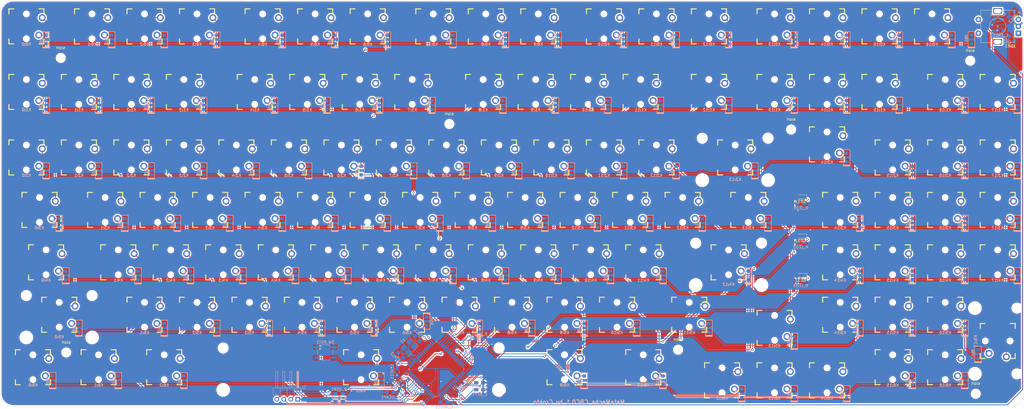
<source format=kicad_pcb>
(kicad_pcb (version 20171130) (host pcbnew "(5.0.2)-1")
  (title_block (title "CBC1 Layout") (date 2018-11-07) (rev 1) (company MetaMechs))
  (layers (0 F.Cu signal) (31 B.Cu signal) (34 B.Paste user) (35 F.Paste user) (36 B.SilkS user) (37 F.SilkS user) (38 B.Mask user) (39 F.Mask user) (44 Edge.Cuts user))
  (net 0 "")
  (net 1 GND)
  (net 2 VCC)
  (net 3 /encB)
  (net 4 /encA)
  (net 5 /led1)
  (net 6 /led2)
  (net 7 /led3)
  (net 8 "Net-(D0:0-Pad2)")
  (net 9 /row0)
  (net 10 "Net-(D0:1-Pad2)")
  (net 11 "Net-(D0:2-Pad2)")
  (net 12 "Net-(D0:3-Pad2)")
  (net 13 "Net-(D0:4-Pad2)")
  (net 14 "Net-(D0:5-Pad2)")
  (net 15 "Net-(D0:6-Pad2)")
  (net 16 "Net-(D0:7-Pad2)")
  (net 17 "Net-(D0:8-Pad2)")
  (net 18 "Net-(D0:9-Pad2)")
  (net 19 "Net-(D0:10-Pad2)")
  (net 20 "Net-(D0:11-Pad2)")
  (net 21 "Net-(D0:12-Pad2)")
  (net 22 "Net-(D0:13-Pad2)")
  (net 23 "Net-(D0:14-Pad2)")
  (net 24 "Net-(D0:15-Pad2)")
  (net 25 "Net-(D0:16-Pad2)")
  (net 26 "Net-(D0:17-Pad2)")
  (net 27 "Net-(D1:0-Pad2)")
  (net 28 /row1)
  (net 29 "Net-(D1:1-Pad2)")
  (net 30 "Net-(D1:2-Pad2)")
  (net 31 "Net-(D1:3-Pad2)")
  (net 32 "Net-(D1:4-Pad2)")
  (net 33 "Net-(D1:5-Pad2)")
  (net 34 "Net-(D1:6-Pad2)")
  (net 35 "Net-(D1:7-Pad2)")
  (net 36 "Net-(D1:8-Pad2)")
  (net 37 "Net-(D1:9-Pad2)")
  (net 38 "Net-(D1:10-Pad2)")
  (net 39 "Net-(D1:11-Pad2)")
  (net 40 "Net-(D1:12-Pad2)")
  (net 41 "Net-(D1:13-Pad2)")
  (net 42 "Net-(D1:14-Pad2)")
  (net 43 "Net-(D1:15-Pad2)")
  (net 44 "Net-(D1:16-Pad2)")
  (net 45 "Net-(D1:17-Pad2)")
  (net 46 /row2)
  (net 47 "Net-(D2:0-Pad2)")
  (net 48 "Net-(D2:1-Pad2)")
  (net 49 "Net-(D2:2-Pad2)")
  (net 50 "Net-(D2:3-Pad2)")
  (net 51 "Net-(D2:4-Pad2)")
  (net 52 "Net-(D2:5-Pad2)")
  (net 53 "Net-(D2:6-Pad2)")
  (net 54 "Net-(D2:7-Pad2)")
  (net 55 "Net-(D2:8-Pad2)")
  (net 56 "Net-(D2:9-Pad2)")
  (net 57 "Net-(D2:10-Pad2)")
  (net 58 "Net-(D2:11-Pad2)")
  (net 59 "Net-(D2:12-Pad2)")
  (net 60 "Net-(D2:13-Pad2)")
  (net 61 "Net-(D2:14-Pad2)")
  (net 62 "Net-(D2:15-Pad2)")
  (net 63 "Net-(D2:16-Pad2)")
  (net 64 "Net-(D2:17-Pad2)")
  (net 65 "Net-(D3:0-Pad2)")
  (net 66 /row3)
  (net 67 "Net-(D3:1-Pad2)")
  (net 68 "Net-(D3:2-Pad2)")
  (net 69 "Net-(D3:3-Pad2)")
  (net 70 "Net-(D3:4-Pad2)")
  (net 71 "Net-(D3:5-Pad2)")
  (net 72 "Net-(D3:6-Pad2)")
  (net 73 "Net-(D3:7-Pad2)")
  (net 74 "Net-(D3:8-Pad2)")
  (net 75 "Net-(D3:9-Pad2)")
  (net 76 "Net-(D3:10-Pad2)")
  (net 77 "Net-(D3:11-Pad2)")
  (net 78 "Net-(D3:12-Pad2)")
  (net 79 "Net-(D3:13-Pad2)")
  (net 80 "Net-(D3:14-Pad2)")
  (net 81 "Net-(D3:15-Pad2)")
  (net 82 "Net-(D3:16-Pad2)")
  (net 83 "Net-(D3:17-Pad2)")
  (net 84 "Net-(D4:0-Pad2)")
  (net 85 /row4)
  (net 86 "Net-(D4:1-Pad2)")
  (net 87 "Net-(D4:2-Pad2)")
  (net 88 "Net-(D4:3-Pad2)")
  (net 89 "Net-(D4:4-Pad2)")
  (net 90 "Net-(D4:5-Pad2)")
  (net 91 "Net-(D4:6-Pad2)")
  (net 92 "Net-(D4:7-Pad2)")
  (net 93 "Net-(D4:8-Pad2)")
  (net 94 "Net-(D4:9-Pad2)")
  (net 95 "Net-(D4:10-Pad2)")
  (net 96 "Net-(D4:11-Pad2)")
  (net 97 "Net-(D4:12-Pad2)")
  (net 98 "Net-(D4:14-Pad2)")
  (net 99 "Net-(D4:15-Pad2)")
  (net 100 "Net-(D4:16-Pad2)")
  (net 101 "Net-(D4:17-Pad2)")
  (net 102 "Net-(D5:0-Pad2)")
  (net 103 /row5)
  (net 104 "Net-(D5:1-Pad2)")
  (net 105 "Net-(D5:2-Pad2)")
  (net 106 "Net-(D5:3-Pad2)")
  (net 107 "Net-(D5:4-Pad2)")
  (net 108 "Net-(D5:5-Pad2)")
  (net 109 "Net-(D5:6-Pad2)")
  (net 110 "Net-(D5:7-Pad2)")
  (net 111 "Net-(D5:8-Pad2)")
  (net 112 "Net-(D5:9-Pad2)")
  (net 113 "Net-(D5:10-Pad2)")
  (net 114 "Net-(D5:11-Pad2)")
  (net 115 "Net-(D5:13-Pad2)")
  (net 116 "Net-(D5:14-Pad2)")
  (net 117 "Net-(D5:15-Pad2)")
  (net 118 "Net-(D5:16-Pad2)")
  (net 119 "Net-(D5:17-Pad2)")
  (net 120 /row6)
  (net 121 "Net-(D6:0-Pad2)")
  (net 122 "Net-(D6:1-Pad2)")
  (net 123 "Net-(D6:2-Pad2)")
  (net 124 "Net-(D6:5-Pad2)")
  (net 125 "Net-(D6:9-Pad2)")
  (net 126 "Net-(D6:10-Pad2)")
  (net 127 "Net-(D6:12-Pad2)")
  (net 128 "Net-(D6:13-Pad2)")
  (net 129 "Net-(D6:14-Pad2)")
  (net 130 "Net-(D6:15-Pad2)")
  (net 131 "Net-(D6:16-Pad2)")
  (net 132 "Net-(J1-Pad2)")
  (net 133 "Net-(J1-Pad3)")
  (net 134 /col0)
  (net 135 /col1)
  (net 136 /col2)
  (net 137 /col3)
  (net 138 /col4)
  (net 139 /col5)
  (net 140 /col6)
  (net 141 /col7)
  (net 142 /col8)
  (net 143 /col9)
  (net 144 /col10)
  (net 145 /col11)
  (net 146 /col12)
  (net 147 /col13)
  (net 148 /col14)
  (net 149 /col15)
  (net 150 /col16)
  (net 151 /col17)
  (net 152 "Net-(U1-Pad42)")
  (net 153 "Net-(U1-Pad26)")
  (net 154 "Net-(U1-Pad25)")
  (net 155 "Net-(U1-Pad19)")
  (net 156 "Net-(U1-Pad18)")
  (net 157 "Net-(U1-Pad17)")
  (net 158 "Net-(U1-Pad13)")
  (net 159 "Net-(U1-Pad59)")
  (net 160 "Net-(U1-Pad44)")
  (net 161 "Net-(U1-Pad38)")
  (net 162 "Net-(U1-Pad30)")
  (net 163 "Net-(U1-Pad29)")
  (net 164 "Net-(U1-Pad28)")
  (net 165 "Net-(U1-Pad27)")
  (net 166 "Net-(U1-Pad16)")
  (net 167 "Net-(U1-Pad15)")
  (net 168 "Net-(U1-Pad14)")
  (net 169 "Net-(C_REF1-Pad1)")
  (net 170 "Net-(C_UCAP1-Pad2)")
  (net 171 "Net-(C_XTAL1-Pad1)")
  (net 172 "Net-(C_XTAL2-Pad1)")
  (net 173 "Net-(ENC1-PadA)")
  (net 174 "Net-(ENC1-PadB)")
  (net 175 "Net-(LED1-Pad1)")
  (net 176 "Net-(LED2-Pad1)")
  (net 177 "Net-(LED3-Pad1)")
  (net 178 "Net-(R_HWB1-Pad2)")
  (net 179 "Net-(R_USB1-Pad1)")
  (net 180 "Net-(R_USB2-Pad1)")
  (net 181 "Net-(SW_RST1-Pad2)")
  (module Capacitors_SMD:C_0805_HandSoldering (layer B.Cu) (at 147 139 225)
    (fp_text reference C_UVCC1 (at 0 1.75 225) (layer B.SilkS) (effects (justify mirror)))
    (fp_text value 1u)
    (pad 1 smd rect (at -1.249999 0 225) (size 1.5 1.25) (layers B.Cu B.Paste B.Mask) (net 2 VCC))
    (pad 2 smd rect (at 1.249999 0 225) (size 1.5 1.25) (layers B.Cu B.Paste B.Mask) (net 1 GND))
  )
  (module Mounting_Holes:MountingHole_2.7mm_M2.5 (layer F.Cu) (at 352 22)
    (fp_text reference Hole (at 0 -3.7) (layer F.SilkS))
    (fp_text value M2.5)
    (pad 1 np_thru_hole circle (at 0 0) (size 2.7 2.7) (drill 2.7) (layers *.Cu *.Mask))
  )
  (module Mounting_Holes:MountingHole_2.7mm_M2.5 (layer F.Cu) (at 354 143)
    (fp_text reference Hole (at 0 -3.7) (layer F.SilkS))
    (fp_text value M2.5)
    (pad 1 np_thru_hole circle (at 0 0) (size 2.7 2.7) (drill 2.7) (layers *.Cu *.Mask))
  )
  (module Mounting_Holes:MountingHole_2.7mm_M2.5 (layer F.Cu) (at 163 45)
    (fp_text reference Hole (at 0 -3.7) (layer F.SilkS))
    (fp_text value M2.5)
    (pad 1 np_thru_hole circle (at 0 0) (size 2.7 2.7) (drill 2.7) (layers *.Cu *.Mask))
  )
  (module Mounting_Holes:MountingHole_2.7mm_M2.5 (layer F.Cu) (at 287 47)
    (fp_text reference Hole (at 0 -3.7) (layer F.SilkS))
    (fp_text value M2.5)
    (pad 1 np_thru_hole circle (at 0 0) (size 2.7 2.7) (drill 2.7) (layers *.Cu *.Mask))
  )
  (module Mounting_Holes:MountingHole_2.7mm_M2.5 (layer F.Cu) (at 246 127)
    (fp_text reference Hole (at 0 -3.7) (layer F.SilkS))
    (fp_text value M2.5)
    (pad 1 np_thru_hole circle (at 0 0) (size 2.7 2.7) (drill 2.7) (layers *.Cu *.Mask))
  )
  (module Mounting_Holes:MountingHole_2.7mm_M2.5 (layer F.Cu) (at 24 128)
    (fp_text reference Hole (at 0 -3.7) (layer F.SilkS))
    (fp_text value M2.5)
    (pad 1 np_thru_hole circle (at 0 0) (size 2.7 2.7) (drill 2.7) (layers *.Cu *.Mask))
  )
  (module smk:SMK-PCB-625-90deg (layer F.Cu) (at 130.96875 133.35)
    (fp_text reference K6:5 (at 0 8.5) (layer B.SilkS) (effects (font (thickness 0.2)) (justify mirror)))
    (fp_text value KEYSW hide)
    (pad "" np_thru_hole circle (at 0 4.5 270) (size 1.5 1.5) (drill 1.5) (layers *.Cu *.Mask))
    (pad "" np_thru_hole circle (at 0 -4.5 270) (size 1.5 1.5) (drill 1.5) (layers *.Cu *.Mask))
    (pad 1 thru_hole circle (at 5.75 -3.15 270) (size 2.5 2.5) (drill 1.5) (layers *.Cu *.Mask) (net 139 /col5))
    (pad 2 thru_hole circle (at 4.5 3.15 270) (size 2.5 2.5) (drill 1.5) (layers *.Cu *.Mask) (net 124 "Net-(D6:5-Pad2)"))
    (pad HOLE np_thru_hole circle (at 50.038 8.255) (size 3.9878 3.9878) (drill 3.9878) (layers *.Cu))
    (pad HOLE np_thru_hole circle (at -50.038 8.255) (size 3.9878 3.9878) (drill 3.9878) (layers *.Cu))
    (pad HOLE np_thru_hole circle (at 50.038 -6.985) (size 3.048 3.048) (drill 3.048) (layers *.Cu))
    (pad HOLE np_thru_hole circle (at -50.038 -6.985) (size 3.048 3.048) (drill 3.048) (layers *.Cu))
  )
  (module smk:SMK-PCB-200-90deg (layer F.Cu) (at 266.7 57.15)
    (fp_text reference K2:13 (at 0 8) (layer B.SilkS) (effects (font (thickness 0.2)) (justify mirror)))
    (fp_text value KEYSW hide)
    (pad HOLE np_thru_hole circle (at -11.938 -6.985) (size 3.048 3.048) (drill 3.048) (layers *.Cu))
    (pad HOLE np_thru_hole circle (at 11.938 -6.985) (size 3.048 3.048) (drill 3.048) (layers *.Cu))
    (pad HOLE np_thru_hole circle (at -11.938 8.255) (size 3.9878 3.9878) (drill 3.9878) (layers *.Cu))
    (pad HOLE np_thru_hole circle (at 11.938 8.255) (size 3.9878 3.9878) (drill 3.9878) (layers *.Cu))
    (pad 2 thru_hole circle (at 4.5 3.15 270) (size 2.5 2.5) (drill 1.5) (layers *.Cu *.Mask) (net 60 "Net-(D2:13-Pad2)"))
    (pad 1 thru_hole circle (at 5.75 -3.15 270) (size 2.5 2.5) (drill 1.5) (layers *.Cu *.Mask) (net 147 /col13))
    (pad "" np_thru_hole circle (at 0 -4.5 270) (size 1.5 1.5) (drill 1.5) (layers *.Cu *.Mask))
    (pad "" np_thru_hole circle (at 0 4.5 270) (size 1.5 1.5) (drill 1.5) (layers *.Cu *.Mask))
  )
  (module keyboard_parts:D_SOD123_hand (layer B.Cu) (at 16.66875 14.2875 90)
    (fp_text reference D0:0 (at 0 -1.925 90) (layer B.SilkS) (effects (font (size 0.8 0.8)) (justify mirror)))
    (fp_text value D hide)
    (pad 2 smd rect (at 1.575 0 90) (size 1.2 1.2) (layers B.Cu B.Paste B.Mask) (net 8 "Net-(D0:0-Pad2)"))
    (pad 1 smd rect (at -1.575 0 90) (size 1.2 1.2) (layers B.Cu B.Paste B.Mask) (net 9 /row0))
  )
  (module keyboard_parts:D_SOD123_hand (layer B.Cu) (at 40.48125 14.2875 90)
    (fp_text reference D0:1 (at 0 -1.925 90) (layer B.SilkS) (effects (font (size 0.8 0.8)) (justify mirror)))
    (fp_text value D hide)
    (pad 2 smd rect (at 1.575 0 90) (size 1.2 1.2) (layers B.Cu B.Paste B.Mask) (net 10 "Net-(D0:1-Pad2)"))
    (pad 1 smd rect (at -1.575 0 90) (size 1.2 1.2) (layers B.Cu B.Paste B.Mask) (net 9 /row0))
  )
  (module keyboard_parts:D_SOD123_hand (layer B.Cu) (at 59.53125 14.2875 90)
    (fp_text reference D0:2 (at 0 -1.925 90) (layer B.SilkS) (effects (font (size 0.8 0.8)) (justify mirror)))
    (fp_text value D hide)
    (pad 1 smd rect (at -1.575 0 90) (size 1.2 1.2) (layers B.Cu B.Paste B.Mask) (net 9 /row0))
    (pad 2 smd rect (at 1.575 0 90) (size 1.2 1.2) (layers B.Cu B.Paste B.Mask) (net 11 "Net-(D0:2-Pad2)"))
  )
  (module keyboard_parts:D_SOD123_hand (layer B.Cu) (at 78.58125 14.2875 90)
    (fp_text reference D0:3 (at 0 -1.925 90) (layer B.SilkS) (effects (font (size 0.8 0.8)) (justify mirror)))
    (fp_text value D hide)
    (pad 2 smd rect (at 1.575 0 90) (size 1.2 1.2) (layers B.Cu B.Paste B.Mask) (net 12 "Net-(D0:3-Pad2)"))
    (pad 1 smd rect (at -1.575 0 90) (size 1.2 1.2) (layers B.Cu B.Paste B.Mask) (net 9 /row0))
  )
  (module keyboard_parts:D_SOD123_hand (layer B.Cu) (at 102.39375 14.2875 90)
    (fp_text reference D0:4 (at 0 -1.925 90) (layer B.SilkS) (effects (font (size 0.8 0.8)) (justify mirror)))
    (fp_text value D hide)
    (pad 1 smd rect (at -1.575 0 90) (size 1.2 1.2) (layers B.Cu B.Paste B.Mask) (net 9 /row0))
    (pad 2 smd rect (at 1.575 0 90) (size 1.2 1.2) (layers B.Cu B.Paste B.Mask) (net 13 "Net-(D0:4-Pad2)"))
  )
  (module keyboard_parts:D_SOD123_hand (layer B.Cu) (at 121.44375 14.2875 90)
    (fp_text reference D0:5 (at 0 -1.925 90) (layer B.SilkS) (effects (font (size 0.8 0.8)) (justify mirror)))
    (fp_text value D hide)
    (pad 2 smd rect (at 1.575 0 90) (size 1.2 1.2) (layers B.Cu B.Paste B.Mask) (net 14 "Net-(D0:5-Pad2)"))
    (pad 1 smd rect (at -1.575 0 90) (size 1.2 1.2) (layers B.Cu B.Paste B.Mask) (net 9 /row0))
  )
  (module keyboard_parts:D_SOD123_hand (layer B.Cu) (at 140.49375 14.2875 90)
    (fp_text reference D0:6 (at 0 -1.925 90) (layer B.SilkS) (effects (font (size 0.8 0.8)) (justify mirror)))
    (fp_text value D hide)
    (pad 1 smd rect (at -1.575 0 90) (size 1.2 1.2) (layers B.Cu B.Paste B.Mask) (net 9 /row0))
    (pad 2 smd rect (at 1.575 0 90) (size 1.2 1.2) (layers B.Cu B.Paste B.Mask) (net 15 "Net-(D0:6-Pad2)"))
  )
  (module keyboard_parts:D_SOD123_hand (layer B.Cu) (at 164.30625 14.2875 90)
    (fp_text reference D0:7 (at 0 -1.925 90) (layer B.SilkS) (effects (font (size 0.8 0.8)) (justify mirror)))
    (fp_text value D hide)
    (pad 2 smd rect (at 1.575 0 90) (size 1.2 1.2) (layers B.Cu B.Paste B.Mask) (net 16 "Net-(D0:7-Pad2)"))
    (pad 1 smd rect (at -1.575 0 90) (size 1.2 1.2) (layers B.Cu B.Paste B.Mask) (net 9 /row0))
  )
  (module keyboard_parts:D_SOD123_hand (layer B.Cu) (at 183.35625 14.2875 90)
    (fp_text reference D0:8 (at 0 -1.925 90) (layer B.SilkS) (effects (font (size 0.8 0.8)) (justify mirror)))
    (fp_text value D hide)
    (pad 1 smd rect (at -1.575 0 90) (size 1.2 1.2) (layers B.Cu B.Paste B.Mask) (net 9 /row0))
    (pad 2 smd rect (at 1.575 0 90) (size 1.2 1.2) (layers B.Cu B.Paste B.Mask) (net 17 "Net-(D0:8-Pad2)"))
  )
  (module keyboard_parts:D_SOD123_hand (layer B.Cu) (at 202.40625 14.2875 90)
    (fp_text reference D0:9 (at 0 -1.925 90) (layer B.SilkS) (effects (font (size 0.8 0.8)) (justify mirror)))
    (fp_text value D hide)
    (pad 2 smd rect (at 1.575 0 90) (size 1.2 1.2) (layers B.Cu B.Paste B.Mask) (net 18 "Net-(D0:9-Pad2)"))
    (pad 1 smd rect (at -1.575 0 90) (size 1.2 1.2) (layers B.Cu B.Paste B.Mask) (net 9 /row0))
  )
  (module keyboard_parts:D_SOD123_hand (layer B.Cu) (at 226.21875 14.2875 90)
    (fp_text reference D0:10 (at 0 -1.925 90) (layer B.SilkS) (effects (font (size 0.8 0.8)) (justify mirror)))
    (fp_text value D hide)
    (pad 1 smd rect (at -1.575 0 90) (size 1.2 1.2) (layers B.Cu B.Paste B.Mask) (net 9 /row0))
    (pad 2 smd rect (at 1.575 0 90) (size 1.2 1.2) (layers B.Cu B.Paste B.Mask) (net 19 "Net-(D0:10-Pad2)"))
  )
  (module keyboard_parts:D_SOD123_hand (layer B.Cu) (at 245.26875 14.2875 90)
    (fp_text reference D0:11 (at 0 -1.925 90) (layer B.SilkS) (effects (font (size 0.8 0.8)) (justify mirror)))
    (fp_text value D hide)
    (pad 2 smd rect (at 1.575 0 90) (size 1.2 1.2) (layers B.Cu B.Paste B.Mask) (net 20 "Net-(D0:11-Pad2)"))
    (pad 1 smd rect (at -1.575 0 90) (size 1.2 1.2) (layers B.Cu B.Paste B.Mask) (net 9 /row0))
  )
  (module keyboard_parts:D_SOD123_hand (layer B.Cu) (at 264.31875 14.2875 90)
    (fp_text reference D0:12 (at 0 -1.925 90) (layer B.SilkS) (effects (font (size 0.8 0.8)) (justify mirror)))
    (fp_text value D hide)
    (pad 1 smd rect (at -1.575 0 90) (size 1.2 1.2) (layers B.Cu B.Paste B.Mask) (net 9 /row0))
    (pad 2 smd rect (at 1.575 0 90) (size 1.2 1.2) (layers B.Cu B.Paste B.Mask) (net 21 "Net-(D0:12-Pad2)"))
  )
  (module keyboard_parts:D_SOD123_hand (layer B.Cu) (at 288.13125 14.2875 90)
    (fp_text reference D0:13 (at 0 -1.925 90) (layer B.SilkS) (effects (font (size 0.8 0.8)) (justify mirror)))
    (fp_text value D hide)
    (pad 2 smd rect (at 1.575 0 90) (size 1.2 1.2) (layers B.Cu B.Paste B.Mask) (net 22 "Net-(D0:13-Pad2)"))
    (pad 1 smd rect (at -1.575 0 90) (size 1.2 1.2) (layers B.Cu B.Paste B.Mask) (net 9 /row0))
  )
  (module keyboard_parts:D_SOD123_hand (layer B.Cu) (at 307.18125 14.2875 90)
    (fp_text reference D0:14 (at 0 -1.925 90) (layer B.SilkS) (effects (font (size 0.8 0.8)) (justify mirror)))
    (fp_text value D hide)
    (pad 1 smd rect (at -1.575 0 90) (size 1.2 1.2) (layers B.Cu B.Paste B.Mask) (net 9 /row0))
    (pad 2 smd rect (at 1.575 0 90) (size 1.2 1.2) (layers B.Cu B.Paste B.Mask) (net 23 "Net-(D0:14-Pad2)"))
  )
  (module keyboard_parts:D_SOD123_hand (layer B.Cu) (at 326.23125 14.2875 90)
    (fp_text reference D0:15 (at 0 -1.925 90) (layer B.SilkS) (effects (font (size 0.8 0.8)) (justify mirror)))
    (fp_text value D hide)
    (pad 1 smd rect (at -1.575 0 90) (size 1.2 1.2) (layers B.Cu B.Paste B.Mask) (net 9 /row0))
    (pad 2 smd rect (at 1.575 0 90) (size 1.2 1.2) (layers B.Cu B.Paste B.Mask) (net 24 "Net-(D0:15-Pad2)"))
  )
  (module keyboard_parts:D_SOD123_hand (layer B.Cu) (at 345.28125 14.2875 90)
    (fp_text reference D0:16 (at 0 -1.925 90) (layer B.SilkS) (effects (font (size 0.8 0.8)) (justify mirror)))
    (fp_text value D hide)
    (pad 2 smd rect (at 1.575 0 90) (size 1.2 1.2) (layers B.Cu B.Paste B.Mask) (net 25 "Net-(D0:16-Pad2)"))
    (pad 1 smd rect (at -1.575 0 90) (size 1.2 1.2) (layers B.Cu B.Paste B.Mask) (net 9 /row0))
  )
  (module keyboard_parts:D_SOD123_hand (layer B.Cu) (at 352.425 14.2875 90)
    (fp_text reference D0:17 (at 0 -1.925 90) (layer B.SilkS) (effects (font (size 0.8 0.8)) (justify mirror)))
    (fp_text value D hide)
    (pad 2 smd rect (at 1.575 0 90) (size 1.2 1.2) (layers B.Cu B.Paste B.Mask) (net 26 "Net-(D0:17-Pad2)"))
    (pad 1 smd rect (at -1.575 0 90) (size 1.2 1.2) (layers B.Cu B.Paste B.Mask) (net 9 /row0))
  )
  (module keyboard_parts:D_SOD123_hand (layer B.Cu) (at 16.66875 38.1 90)
    (fp_text reference D1:0 (at 0 -1.925 90) (layer B.SilkS) (effects (font (size 0.8 0.8)) (justify mirror)))
    (fp_text value D hide)
    (pad 2 smd rect (at 1.575 0 90) (size 1.2 1.2) (layers B.Cu B.Paste B.Mask) (net 27 "Net-(D1:0-Pad2)"))
    (pad 1 smd rect (at -1.575 0 90) (size 1.2 1.2) (layers B.Cu B.Paste B.Mask) (net 28 /row1))
  )
  (module keyboard_parts:D_SOD123_hand (layer B.Cu) (at 35.71875 38.1 90)
    (fp_text reference D1:1 (at 0 -1.925 90) (layer B.SilkS) (effects (font (size 0.8 0.8)) (justify mirror)))
    (fp_text value D hide)
    (pad 1 smd rect (at -1.575 0 90) (size 1.2 1.2) (layers B.Cu B.Paste B.Mask) (net 28 /row1))
    (pad 2 smd rect (at 1.575 0 90) (size 1.2 1.2) (layers B.Cu B.Paste B.Mask) (net 29 "Net-(D1:1-Pad2)"))
  )
  (module keyboard_parts:D_SOD123_hand (layer B.Cu) (at 54.76875 38.1 90)
    (fp_text reference D1:2 (at 0 -1.925 90) (layer B.SilkS) (effects (font (size 0.8 0.8)) (justify mirror)))
    (fp_text value D hide)
    (pad 2 smd rect (at 1.575 0 90) (size 1.2 1.2) (layers B.Cu B.Paste B.Mask) (net 30 "Net-(D1:2-Pad2)"))
    (pad 1 smd rect (at -1.575 0 90) (size 1.2 1.2) (layers B.Cu B.Paste B.Mask) (net 28 /row1))
  )
  (module keyboard_parts:D_SOD123_hand (layer B.Cu) (at 73.81875 38.1 90)
    (fp_text reference D1:3 (at 0 -1.925 90) (layer B.SilkS) (effects (font (size 0.8 0.8)) (justify mirror)))
    (fp_text value D hide)
    (pad 1 smd rect (at -1.575 0 90) (size 1.2 1.2) (layers B.Cu B.Paste B.Mask) (net 28 /row1))
    (pad 2 smd rect (at 1.575 0 90) (size 1.2 1.2) (layers B.Cu B.Paste B.Mask) (net 31 "Net-(D1:3-Pad2)"))
  )
  (module keyboard_parts:D_SOD123_hand (layer B.Cu) (at 99.53625 38.1 90)
    (fp_text reference D1:4 (at 0 -1.925 90) (layer B.SilkS) (effects (font (size 0.8 0.8)) (justify mirror)))
    (fp_text value D hide)
    (pad 2 smd rect (at 1.575 0 90) (size 1.2 1.2) (layers B.Cu B.Paste B.Mask) (net 32 "Net-(D1:4-Pad2)"))
    (pad 1 smd rect (at -1.575 0 90) (size 1.2 1.2) (layers B.Cu B.Paste B.Mask) (net 28 /row1))
  )
  (module keyboard_parts:D_SOD123_hand (layer B.Cu) (at 118.58625 38.1 90)
    (fp_text reference D1:5 (at 0 -1.925 90) (layer B.SilkS) (effects (font (size 0.8 0.8)) (justify mirror)))
    (fp_text value D hide)
    (pad 1 smd rect (at -1.575 0 90) (size 1.2 1.2) (layers B.Cu B.Paste B.Mask) (net 28 /row1))
    (pad 2 smd rect (at 1.575 0 90) (size 1.2 1.2) (layers B.Cu B.Paste B.Mask) (net 33 "Net-(D1:5-Pad2)"))
  )
  (module keyboard_parts:D_SOD123_hand (layer B.Cu) (at 137.63625 38.1 90)
    (fp_text reference D1:6 (at 0 -1.925 90) (layer B.SilkS) (effects (font (size 0.8 0.8)) (justify mirror)))
    (fp_text value D hide)
    (pad 2 smd rect (at 1.575 0 90) (size 1.2 1.2) (layers B.Cu B.Paste B.Mask) (net 34 "Net-(D1:6-Pad2)"))
    (pad 1 smd rect (at -1.575 0 90) (size 1.2 1.2) (layers B.Cu B.Paste B.Mask) (net 28 /row1))
  )
  (module keyboard_parts:D_SOD123_hand (layer B.Cu) (at 156.68625 38.1 90)
    (fp_text reference D1:7 (at 0 -1.925 90) (layer B.SilkS) (effects (font (size 0.8 0.8)) (justify mirror)))
    (fp_text value D hide)
    (pad 1 smd rect (at -1.575 0 90) (size 1.2 1.2) (layers B.Cu B.Paste B.Mask) (net 28 /row1))
    (pad 2 smd rect (at 1.575 0 90) (size 1.2 1.2) (layers B.Cu B.Paste B.Mask) (net 35 "Net-(D1:7-Pad2)"))
  )
  (module keyboard_parts:D_SOD123_hand (layer B.Cu) (at 182.40375 38.1 90)
    (fp_text reference D1:8 (at 0 -1.925 90) (layer B.SilkS) (effects (font (size 0.8 0.8)) (justify mirror)))
    (fp_text value D hide)
    (pad 2 smd rect (at 1.575 0 90) (size 1.2 1.2) (layers B.Cu B.Paste B.Mask) (net 36 "Net-(D1:8-Pad2)"))
    (pad 1 smd rect (at -1.575 0 90) (size 1.2 1.2) (layers B.Cu B.Paste B.Mask) (net 28 /row1))
  )
  (module keyboard_parts:D_SOD123_hand (layer B.Cu) (at 201.45375 38.1 90)
    (fp_text reference D1:9 (at 0 -1.925 90) (layer B.SilkS) (effects (font (size 0.8 0.8)) (justify mirror)))
    (fp_text value D hide)
    (pad 1 smd rect (at -1.575 0 90) (size 1.2 1.2) (layers B.Cu B.Paste B.Mask) (net 28 /row1))
    (pad 2 smd rect (at 1.575 0 90) (size 1.2 1.2) (layers B.Cu B.Paste B.Mask) (net 37 "Net-(D1:9-Pad2)"))
  )
  (module keyboard_parts:D_SOD123_hand (layer B.Cu) (at 220.50375 38.1 90)
    (fp_text reference D1:10 (at 0 -1.925 90) (layer B.SilkS) (effects (font (size 0.8 0.8)) (justify mirror)))
    (fp_text value D hide)
    (pad 2 smd rect (at 1.575 0 90) (size 1.2 1.2) (layers B.Cu B.Paste B.Mask) (net 38 "Net-(D1:10-Pad2)"))
    (pad 1 smd rect (at -1.575 0 90) (size 1.2 1.2) (layers B.Cu B.Paste B.Mask) (net 28 /row1))
  )
  (module keyboard_parts:D_SOD123_hand (layer B.Cu) (at 239.55375 38.1 90)
    (fp_text reference D1:11 (at 0 -1.925 90) (layer B.SilkS) (effects (font (size 0.8 0.8)) (justify mirror)))
    (fp_text value D hide)
    (pad 1 smd rect (at -1.575 0 90) (size 1.2 1.2) (layers B.Cu B.Paste B.Mask) (net 28 /row1))
    (pad 2 smd rect (at 1.575 0 90) (size 1.2 1.2) (layers B.Cu B.Paste B.Mask) (net 39 "Net-(D1:11-Pad2)"))
  )
  (module keyboard_parts:D_SOD123_hand (layer B.Cu) (at 264.31875 38.1 90)
    (fp_text reference D1:12 (at 0 -1.925 90) (layer B.SilkS) (effects (font (size 0.8 0.8)) (justify mirror)))
    (fp_text value D hide)
    (pad 2 smd rect (at 1.575 0 90) (size 1.2 1.2) (layers B.Cu B.Paste B.Mask) (net 40 "Net-(D1:12-Pad2)"))
    (pad 1 smd rect (at -1.575 0 90) (size 1.2 1.2) (layers B.Cu B.Paste B.Mask) (net 28 /row1))
  )
  (module keyboard_parts:D_SOD123_hand (layer B.Cu) (at 288.13125 38.1 90)
    (fp_text reference D1:13 (at 0 -1.925 90) (layer B.SilkS) (effects (font (size 0.8 0.8)) (justify mirror)))
    (fp_text value D hide)
    (pad 1 smd rect (at -1.575 0 90) (size 1.2 1.2) (layers B.Cu B.Paste B.Mask) (net 28 /row1))
    (pad 2 smd rect (at 1.575 0 90) (size 1.2 1.2) (layers B.Cu B.Paste B.Mask) (net 41 "Net-(D1:13-Pad2)"))
  )
  (module keyboard_parts:D_SOD123_hand (layer B.Cu) (at 307.18125 38.1 90)
    (fp_text reference D1:14 (at 0 -1.925 90) (layer B.SilkS) (effects (font (size 0.8 0.8)) (justify mirror)))
    (fp_text value D hide)
    (pad 2 smd rect (at 1.575 0 90) (size 1.2 1.2) (layers B.Cu B.Paste B.Mask) (net 42 "Net-(D1:14-Pad2)"))
    (pad 1 smd rect (at -1.575 0 90) (size 1.2 1.2) (layers B.Cu B.Paste B.Mask) (net 28 /row1))
  )
  (module keyboard_parts:D_SOD123_hand (layer B.Cu) (at 326.23125 38.1 90)
    (fp_text reference D1:15 (at 0 -1.925 90) (layer B.SilkS) (effects (font (size 0.8 0.8)) (justify mirror)))
    (fp_text value D hide)
    (pad 1 smd rect (at -1.575 0 90) (size 1.2 1.2) (layers B.Cu B.Paste B.Mask) (net 28 /row1))
    (pad 2 smd rect (at 1.575 0 90) (size 1.2 1.2) (layers B.Cu B.Paste B.Mask) (net 43 "Net-(D1:15-Pad2)"))
  )
  (module keyboard_parts:D_SOD123_hand (layer B.Cu) (at 350.04375 38.1 90)
    (fp_text reference D1:16 (at 0 -1.925 90) (layer B.SilkS) (effects (font (size 0.8 0.8)) (justify mirror)))
    (fp_text value D hide)
    (pad 2 smd rect (at 1.575 0 90) (size 1.2 1.2) (layers B.Cu B.Paste B.Mask) (net 44 "Net-(D1:16-Pad2)"))
    (pad 1 smd rect (at -1.575 0 90) (size 1.2 1.2) (layers B.Cu B.Paste B.Mask) (net 28 /row1))
  )
  (module keyboard_parts:D_SOD123_hand (layer B.Cu) (at 369.09375 38.1 90)
    (fp_text reference D1:17 (at 0 -1.925 90) (layer B.SilkS) (effects (font (size 0.8 0.8)) (justify mirror)))
    (fp_text value D hide)
    (pad 1 smd rect (at -1.575 0 90) (size 1.2 1.2) (layers B.Cu B.Paste B.Mask) (net 28 /row1))
    (pad 2 smd rect (at 1.575 0 90) (size 1.2 1.2) (layers B.Cu B.Paste B.Mask) (net 45 "Net-(D1:17-Pad2)"))
  )
  (module keyboard_parts:D_SOD123_hand (layer B.Cu) (at 16.66875 61.9125 90)
    (fp_text reference D2:0 (at 0 -1.925 90) (layer B.SilkS) (effects (font (size 0.8 0.8)) (justify mirror)))
    (fp_text value D hide)
    (pad 1 smd rect (at -1.575 0 90) (size 1.2 1.2) (layers B.Cu B.Paste B.Mask) (net 46 /row2))
    (pad 2 smd rect (at 1.575 0 90) (size 1.2 1.2) (layers B.Cu B.Paste B.Mask) (net 47 "Net-(D2:0-Pad2)"))
  )
  (module keyboard_parts:D_SOD123_hand (layer B.Cu) (at 35.71875 61.9125 90)
    (fp_text reference D2:1 (at 0 -1.925 90) (layer B.SilkS) (effects (font (size 0.8 0.8)) (justify mirror)))
    (fp_text value D hide)
    (pad 1 smd rect (at -1.575 0 90) (size 1.2 1.2) (layers B.Cu B.Paste B.Mask) (net 46 /row2))
    (pad 2 smd rect (at 1.575 0 90) (size 1.2 1.2) (layers B.Cu B.Paste B.Mask) (net 48 "Net-(D2:1-Pad2)"))
  )
  (module keyboard_parts:D_SOD123_hand (layer B.Cu) (at 54.76875 61.9125 90)
    (fp_text reference D2:2 (at 0 -1.925 90) (layer B.SilkS) (effects (font (size 0.8 0.8)) (justify mirror)))
    (fp_text value D hide)
    (pad 2 smd rect (at 1.575 0 90) (size 1.2 1.2) (layers B.Cu B.Paste B.Mask) (net 49 "Net-(D2:2-Pad2)"))
    (pad 1 smd rect (at -1.575 0 90) (size 1.2 1.2) (layers B.Cu B.Paste B.Mask) (net 46 /row2))
  )
  (module keyboard_parts:D_SOD123_hand (layer B.Cu) (at 73.81875 61.9125 90)
    (fp_text reference D2:3 (at 0 -1.925 90) (layer B.SilkS) (effects (font (size 0.8 0.8)) (justify mirror)))
    (fp_text value D hide)
    (pad 1 smd rect (at -1.575 0 90) (size 1.2 1.2) (layers B.Cu B.Paste B.Mask) (net 46 /row2))
    (pad 2 smd rect (at 1.575 0 90) (size 1.2 1.2) (layers B.Cu B.Paste B.Mask) (net 50 "Net-(D2:3-Pad2)"))
  )
  (module keyboard_parts:D_SOD123_hand (layer B.Cu) (at 92.86875 61.9125 90)
    (fp_text reference D2:4 (at 0 -1.925 90) (layer B.SilkS) (effects (font (size 0.8 0.8)) (justify mirror)))
    (fp_text value D hide)
    (pad 2 smd rect (at 1.575 0 90) (size 1.2 1.2) (layers B.Cu B.Paste B.Mask) (net 51 "Net-(D2:4-Pad2)"))
    (pad 1 smd rect (at -1.575 0 90) (size 1.2 1.2) (layers B.Cu B.Paste B.Mask) (net 46 /row2))
  )
  (module keyboard_parts:D_SOD123_hand (layer B.Cu) (at 111.91875 61.9125 90)
    (fp_text reference D2:5 (at 0 -1.925 90) (layer B.SilkS) (effects (font (size 0.8 0.8)) (justify mirror)))
    (fp_text value D hide)
    (pad 1 smd rect (at -1.575 0 90) (size 1.2 1.2) (layers B.Cu B.Paste B.Mask) (net 46 /row2))
    (pad 2 smd rect (at 1.575 0 90) (size 1.2 1.2) (layers B.Cu B.Paste B.Mask) (net 52 "Net-(D2:5-Pad2)"))
  )
  (module keyboard_parts:D_SOD123_hand (layer B.Cu) (at 130.96875 61.9125 90)
    (fp_text reference D2:6 (at 0 -1.925 90) (layer B.SilkS) (effects (font (size 0.8 0.8)) (justify mirror)))
    (fp_text value D hide)
    (pad 2 smd rect (at 1.575 0 90) (size 1.2 1.2) (layers B.Cu B.Paste B.Mask) (net 53 "Net-(D2:6-Pad2)"))
    (pad 1 smd rect (at -1.575 0 90) (size 1.2 1.2) (layers B.Cu B.Paste B.Mask) (net 46 /row2))
  )
  (module keyboard_parts:D_SOD123_hand (layer B.Cu) (at 150.01875 61.9125 90)
    (fp_text reference D2:7 (at 0 -1.925 90) (layer B.SilkS) (effects (font (size 0.8 0.8)) (justify mirror)))
    (fp_text value D hide)
    (pad 1 smd rect (at -1.575 0 90) (size 1.2 1.2) (layers B.Cu B.Paste B.Mask) (net 46 /row2))
    (pad 2 smd rect (at 1.575 0 90) (size 1.2 1.2) (layers B.Cu B.Paste B.Mask) (net 54 "Net-(D2:7-Pad2)"))
  )
  (module keyboard_parts:D_SOD123_hand (layer B.Cu) (at 169.06875 61.9125 90)
    (fp_text reference D2:8 (at 0 -1.925 90) (layer B.SilkS) (effects (font (size 0.8 0.8)) (justify mirror)))
    (fp_text value D hide)
    (pad 2 smd rect (at 1.575 0 90) (size 1.2 1.2) (layers B.Cu B.Paste B.Mask) (net 55 "Net-(D2:8-Pad2)"))
    (pad 1 smd rect (at -1.575 0 90) (size 1.2 1.2) (layers B.Cu B.Paste B.Mask) (net 46 /row2))
  )
  (module keyboard_parts:D_SOD123_hand (layer B.Cu) (at 188.11875 61.9125 90)
    (fp_text reference D2:9 (at 0 -1.925 90) (layer B.SilkS) (effects (font (size 0.8 0.8)) (justify mirror)))
    (fp_text value D hide)
    (pad 1 smd rect (at -1.575 0 90) (size 1.2 1.2) (layers B.Cu B.Paste B.Mask) (net 46 /row2))
    (pad 2 smd rect (at 1.575 0 90) (size 1.2 1.2) (layers B.Cu B.Paste B.Mask) (net 56 "Net-(D2:9-Pad2)"))
  )
  (module keyboard_parts:D_SOD123_hand (layer B.Cu) (at 207.16875 61.9125 90)
    (fp_text reference D2:10 (at 0 -1.925 90) (layer B.SilkS) (effects (font (size 0.8 0.8)) (justify mirror)))
    (fp_text value D hide)
    (pad 2 smd rect (at 1.575 0 90) (size 1.2 1.2) (layers B.Cu B.Paste B.Mask) (net 57 "Net-(D2:10-Pad2)"))
    (pad 1 smd rect (at -1.575 0 90) (size 1.2 1.2) (layers B.Cu B.Paste B.Mask) (net 46 /row2))
  )
  (module keyboard_parts:D_SOD123_hand (layer B.Cu) (at 226.21875 61.9125 90)
    (fp_text reference D2:11 (at 0 -1.925 90) (layer B.SilkS) (effects (font (size 0.8 0.8)) (justify mirror)))
    (fp_text value D hide)
    (pad 1 smd rect (at -1.575 0 90) (size 1.2 1.2) (layers B.Cu B.Paste B.Mask) (net 46 /row2))
    (pad 2 smd rect (at 1.575 0 90) (size 1.2 1.2) (layers B.Cu B.Paste B.Mask) (net 58 "Net-(D2:11-Pad2)"))
  )
  (module keyboard_parts:D_SOD123_hand (layer B.Cu) (at 245.26875 61.9125 90)
    (fp_text reference D2:12 (at 0 -1.925 90) (layer B.SilkS) (effects (font (size 0.8 0.8)) (justify mirror)))
    (fp_text value D hide)
    (pad 2 smd rect (at 1.575 0 90) (size 1.2 1.2) (layers B.Cu B.Paste B.Mask) (net 59 "Net-(D2:12-Pad2)"))
    (pad 1 smd rect (at -1.575 0 90) (size 1.2 1.2) (layers B.Cu B.Paste B.Mask) (net 46 /row2))
  )
  (module keyboard_parts:D_SOD123_hand (layer B.Cu) (at 273.84375 61.9125 90)
    (fp_text reference D2:13 (at 0 -1.925 90) (layer B.SilkS) (effects (font (size 0.8 0.8)) (justify mirror)))
    (fp_text value D hide)
    (pad 1 smd rect (at -1.575 0 90) (size 1.2 1.2) (layers B.Cu B.Paste B.Mask) (net 46 /row2))
    (pad 2 smd rect (at 1.575 0 90) (size 1.2 1.2) (layers B.Cu B.Paste B.Mask) (net 60 "Net-(D2:13-Pad2)"))
  )
  (module keyboard_parts:D_SOD123_hand (layer B.Cu) (at 307.18125 57.15 90)
    (fp_text reference D2:14 (at 0 -1.925 90) (layer B.SilkS) (effects (font (size 0.8 0.8)) (justify mirror)))
    (fp_text value D hide)
    (pad 2 smd rect (at 1.575 0 90) (size 1.2 1.2) (layers B.Cu B.Paste B.Mask) (net 61 "Net-(D2:14-Pad2)"))
    (pad 1 smd rect (at -1.575 0 90) (size 1.2 1.2) (layers B.Cu B.Paste B.Mask) (net 46 /row2))
  )
  (module keyboard_parts:D_SOD123_hand (layer B.Cu) (at 330.99375 61.9125 90)
    (fp_text reference D2:15 (at 0 -1.925 90) (layer B.SilkS) (effects (font (size 0.8 0.8)) (justify mirror)))
    (fp_text value D hide)
    (pad 1 smd rect (at -1.575 0 90) (size 1.2 1.2) (layers B.Cu B.Paste B.Mask) (net 46 /row2))
    (pad 2 smd rect (at 1.575 0 90) (size 1.2 1.2) (layers B.Cu B.Paste B.Mask) (net 62 "Net-(D2:15-Pad2)"))
  )
  (module keyboard_parts:D_SOD123_hand (layer B.Cu) (at 350.04375 61.9125 90)
    (fp_text reference D2:16 (at 0 -1.925 90) (layer B.SilkS) (effects (font (size 0.8 0.8)) (justify mirror)))
    (fp_text value D hide)
    (pad 2 smd rect (at 1.575 0 90) (size 1.2 1.2) (layers B.Cu B.Paste B.Mask) (net 63 "Net-(D2:16-Pad2)"))
    (pad 1 smd rect (at -1.575 0 90) (size 1.2 1.2) (layers B.Cu B.Paste B.Mask) (net 46 /row2))
  )
  (module keyboard_parts:D_SOD123_hand (layer B.Cu) (at 369.09375 61.9125 90)
    (fp_text reference D2:17 (at 0 -1.925 90) (layer B.SilkS) (effects (font (size 0.8 0.8)) (justify mirror)))
    (fp_text value D hide)
    (pad 1 smd rect (at -1.575 0 90) (size 1.2 1.2) (layers B.Cu B.Paste B.Mask) (net 46 /row2))
    (pad 2 smd rect (at 1.575 0 90) (size 1.2 1.2) (layers B.Cu B.Paste B.Mask) (net 64 "Net-(D2:17-Pad2)"))
  )
  (module keyboard_parts:D_SOD123_hand (layer B.Cu) (at 21.43125 80.9625 90)
    (fp_text reference D3:0 (at 0 -1.925 90) (layer B.SilkS) (effects (font (size 0.8 0.8)) (justify mirror)))
    (fp_text value D hide)
    (pad 2 smd rect (at 1.575 0 90) (size 1.2 1.2) (layers B.Cu B.Paste B.Mask) (net 65 "Net-(D3:0-Pad2)"))
    (pad 1 smd rect (at -1.575 0 90) (size 1.2 1.2) (layers B.Cu B.Paste B.Mask) (net 66 /row3))
  )
  (module keyboard_parts:D_SOD123_hand (layer B.Cu) (at 45.24375 80.9625 90)
    (fp_text reference D3:1 (at 0 -1.925 90) (layer B.SilkS) (effects (font (size 0.8 0.8)) (justify mirror)))
    (fp_text value D hide)
    (pad 2 smd rect (at 1.575 0 90) (size 1.2 1.2) (layers B.Cu B.Paste B.Mask) (net 67 "Net-(D3:1-Pad2)"))
    (pad 1 smd rect (at -1.575 0 90) (size 1.2 1.2) (layers B.Cu B.Paste B.Mask) (net 66 /row3))
  )
  (module keyboard_parts:D_SOD123_hand (layer B.Cu) (at 64.29375 80.9625 90)
    (fp_text reference D3:2 (at 0 -1.925 90) (layer B.SilkS) (effects (font (size 0.8 0.8)) (justify mirror)))
    (fp_text value D hide)
    (pad 2 smd rect (at 1.575 0 90) (size 1.2 1.2) (layers B.Cu B.Paste B.Mask) (net 68 "Net-(D3:2-Pad2)"))
    (pad 1 smd rect (at -1.575 0 90) (size 1.2 1.2) (layers B.Cu B.Paste B.Mask) (net 66 /row3))
  )
  (module keyboard_parts:D_SOD123_hand (layer B.Cu) (at 83.34375 80.9625 90)
    (fp_text reference D3:3 (at 0 -1.925 90) (layer B.SilkS) (effects (font (size 0.8 0.8)) (justify mirror)))
    (fp_text value D hide)
    (pad 1 smd rect (at -1.575 0 90) (size 1.2 1.2) (layers B.Cu B.Paste B.Mask) (net 66 /row3))
    (pad 2 smd rect (at 1.575 0 90) (size 1.2 1.2) (layers B.Cu B.Paste B.Mask) (net 69 "Net-(D3:3-Pad2)"))
  )
  (module keyboard_parts:D_SOD123_hand (layer B.Cu) (at 102.39375 80.9625 90)
    (fp_text reference D3:4 (at 0 -1.925 90) (layer B.SilkS) (effects (font (size 0.8 0.8)) (justify mirror)))
    (fp_text value D hide)
    (pad 2 smd rect (at 1.575 0 90) (size 1.2 1.2) (layers B.Cu B.Paste B.Mask) (net 70 "Net-(D3:4-Pad2)"))
    (pad 1 smd rect (at -1.575 0 90) (size 1.2 1.2) (layers B.Cu B.Paste B.Mask) (net 66 /row3))
  )
  (module keyboard_parts:D_SOD123_hand (layer B.Cu) (at 121.44375 80.9625 90)
    (fp_text reference D3:5 (at 0 -1.925 90) (layer B.SilkS) (effects (font (size 0.8 0.8)) (justify mirror)))
    (fp_text value D hide)
    (pad 1 smd rect (at -1.575 0 90) (size 1.2 1.2) (layers B.Cu B.Paste B.Mask) (net 66 /row3))
    (pad 2 smd rect (at 1.575 0 90) (size 1.2 1.2) (layers B.Cu B.Paste B.Mask) (net 71 "Net-(D3:5-Pad2)"))
  )
  (module keyboard_parts:D_SOD123_hand (layer B.Cu) (at 140.49375 80.9625 90)
    (fp_text reference D3:6 (at 0 -1.925 90) (layer B.SilkS) (effects (font (size 0.8 0.8)) (justify mirror)))
    (fp_text value D hide)
    (pad 2 smd rect (at 1.575 0 90) (size 1.2 1.2) (layers B.Cu B.Paste B.Mask) (net 72 "Net-(D3:6-Pad2)"))
    (pad 1 smd rect (at -1.575 0 90) (size 1.2 1.2) (layers B.Cu B.Paste B.Mask) (net 66 /row3))
  )
  (module keyboard_parts:D_SOD123_hand (layer B.Cu) (at 159.54375 80.9625 90)
    (fp_text reference D3:7 (at 0 -1.925 90) (layer B.SilkS) (effects (font (size 0.8 0.8)) (justify mirror)))
    (fp_text value D hide)
    (pad 1 smd rect (at -1.575 0 90) (size 1.2 1.2) (layers B.Cu B.Paste B.Mask) (net 66 /row3))
    (pad 2 smd rect (at 1.575 0 90) (size 1.2 1.2) (layers B.Cu B.Paste B.Mask) (net 73 "Net-(D3:7-Pad2)"))
  )
  (module keyboard_parts:D_SOD123_hand (layer B.Cu) (at 178.59375 80.9625 90)
    (fp_text reference D3:8 (at 0 -1.925 90) (layer B.SilkS) (effects (font (size 0.8 0.8)) (justify mirror)))
    (fp_text value D hide)
    (pad 2 smd rect (at 1.575 0 90) (size 1.2 1.2) (layers B.Cu B.Paste B.Mask) (net 74 "Net-(D3:8-Pad2)"))
    (pad 1 smd rect (at -1.575 0 90) (size 1.2 1.2) (layers B.Cu B.Paste B.Mask) (net 66 /row3))
  )
  (module keyboard_parts:D_SOD123_hand (layer B.Cu) (at 197.64375 80.9625 90)
    (fp_text reference D3:9 (at 0 -1.925 90) (layer B.SilkS) (effects (font (size 0.8 0.8)) (justify mirror)))
    (fp_text value D hide)
    (pad 1 smd rect (at -1.575 0 90) (size 1.2 1.2) (layers B.Cu B.Paste B.Mask) (net 66 /row3))
    (pad 2 smd rect (at 1.575 0 90) (size 1.2 1.2) (layers B.Cu B.Paste B.Mask) (net 75 "Net-(D3:9-Pad2)"))
  )
  (module keyboard_parts:D_SOD123_hand (layer B.Cu) (at 216.69375 80.9625 90)
    (fp_text reference D3:10 (at 0 -1.925 90) (layer B.SilkS) (effects (font (size 0.8 0.8)) (justify mirror)))
    (fp_text value D hide)
    (pad 2 smd rect (at 1.575 0 90) (size 1.2 1.2) (layers B.Cu B.Paste B.Mask) (net 76 "Net-(D3:10-Pad2)"))
    (pad 1 smd rect (at -1.575 0 90) (size 1.2 1.2) (layers B.Cu B.Paste B.Mask) (net 66 /row3))
  )
  (module keyboard_parts:D_SOD123_hand (layer B.Cu) (at 235.74375 80.9625 90)
    (fp_text reference D3:11 (at 0 -1.925 90) (layer B.SilkS) (effects (font (size 0.8 0.8)) (justify mirror)))
    (fp_text value D hide)
    (pad 1 smd rect (at -1.575 0 90) (size 1.2 1.2) (layers B.Cu B.Paste B.Mask) (net 66 /row3))
    (pad 2 smd rect (at 1.575 0 90) (size 1.2 1.2) (layers B.Cu B.Paste B.Mask) (net 77 "Net-(D3:11-Pad2)"))
  )
  (module keyboard_parts:D_SOD123_hand (layer B.Cu) (at 254.79375 80.9625 90)
    (fp_text reference D3:12 (at 0 -1.925 90) (layer B.SilkS) (effects (font (size 0.8 0.8)) (justify mirror)))
    (fp_text value D hide)
    (pad 2 smd rect (at 1.575 0 90) (size 1.2 1.2) (layers B.Cu B.Paste B.Mask) (net 78 "Net-(D3:12-Pad2)"))
    (pad 1 smd rect (at -1.575 0 90) (size 1.2 1.2) (layers B.Cu B.Paste B.Mask) (net 66 /row3))
  )
  (module keyboard_parts:D_SOD123_hand (layer B.Cu) (at 278.606484 80.962568 90)
    (fp_text reference D3:13 (at 0 -1.925 90) (layer B.SilkS) (effects (font (size 0.8 0.8)) (justify mirror)))
    (fp_text value D hide)
    (pad 1 smd rect (at -1.575 0 90) (size 1.2 1.2) (layers B.Cu B.Paste B.Mask) (net 66 /row3))
    (pad 2 smd rect (at 1.575 0 90) (size 1.2 1.2) (layers B.Cu B.Paste B.Mask) (net 79 "Net-(D3:13-Pad2)"))
  )
  (module keyboard_parts:D_SOD123_hand (layer B.Cu) (at 311.94375 80.9625 90)
    (fp_text reference D3:14 (at 0 -1.925 90) (layer B.SilkS) (effects (font (size 0.8 0.8)) (justify mirror)))
    (fp_text value D hide)
    (pad 2 smd rect (at 1.575 0 90) (size 1.2 1.2) (layers B.Cu B.Paste B.Mask) (net 80 "Net-(D3:14-Pad2)"))
    (pad 1 smd rect (at -1.575 0 90) (size 1.2 1.2) (layers B.Cu B.Paste B.Mask) (net 66 /row3))
  )
  (module keyboard_parts:D_SOD123_hand (layer B.Cu) (at 330.99375 80.9625 90)
    (fp_text reference D3:15 (at 0 -1.925 90) (layer B.SilkS) (effects (font (size 0.8 0.8)) (justify mirror)))
    (fp_text value D hide)
    (pad 1 smd rect (at -1.575 0 90) (size 1.2 1.2) (layers B.Cu B.Paste B.Mask) (net 66 /row3))
    (pad 2 smd rect (at 1.575 0 90) (size 1.2 1.2) (layers B.Cu B.Paste B.Mask) (net 81 "Net-(D3:15-Pad2)"))
  )
  (module keyboard_parts:D_SOD123_hand (layer B.Cu) (at 350.04375 80.9625 90)
    (fp_text reference D3:16 (at 0 -1.925 90) (layer B.SilkS) (effects (font (size 0.8 0.8)) (justify mirror)))
    (fp_text value D hide)
    (pad 2 smd rect (at 1.575 0 90) (size 1.2 1.2) (layers B.Cu B.Paste B.Mask) (net 82 "Net-(D3:16-Pad2)"))
    (pad 1 smd rect (at -1.575 0 90) (size 1.2 1.2) (layers B.Cu B.Paste B.Mask) (net 66 /row3))
  )
  (module keyboard_parts:D_SOD123_hand (layer B.Cu) (at 369.09375 80.9625 90)
    (fp_text reference D3:17 (at 0 -1.925 90) (layer B.SilkS) (effects (font (size 0.8 0.8)) (justify mirror)))
    (fp_text value D hide)
    (pad 1 smd rect (at -1.575 0 90) (size 1.2 1.2) (layers B.Cu B.Paste B.Mask) (net 66 /row3))
    (pad 2 smd rect (at 1.575 0 90) (size 1.2 1.2) (layers B.Cu B.Paste B.Mask) (net 83 "Net-(D3:17-Pad2)"))
  )
  (module keyboard_parts:D_SOD123_hand (layer B.Cu) (at 23.8125 100.0125 90)
    (fp_text reference D4:0 (at 0 -1.925 90) (layer B.SilkS) (effects (font (size 0.8 0.8)) (justify mirror)))
    (fp_text value D hide)
    (pad 2 smd rect (at 1.575 0 90) (size 1.2 1.2) (layers B.Cu B.Paste B.Mask) (net 84 "Net-(D4:0-Pad2)"))
    (pad 1 smd rect (at -1.575 0 90) (size 1.2 1.2) (layers B.Cu B.Paste B.Mask) (net 85 /row4))
  )
  (module keyboard_parts:D_SOD123_hand (layer B.Cu) (at 50.00625 100.0125 90)
    (fp_text reference D4:1 (at 0 -1.925 90) (layer B.SilkS) (effects (font (size 0.8 0.8)) (justify mirror)))
    (fp_text value D hide)
    (pad 2 smd rect (at 1.575 0 90) (size 1.2 1.2) (layers B.Cu B.Paste B.Mask) (net 86 "Net-(D4:1-Pad2)"))
    (pad 1 smd rect (at -1.575 0 90) (size 1.2 1.2) (layers B.Cu B.Paste B.Mask) (net 85 /row4))
  )
  (module keyboard_parts:D_SOD123_hand (layer B.Cu) (at 69.05625 100.0125 90)
    (fp_text reference D4:2 (at 0 -1.925 90) (layer B.SilkS) (effects (font (size 0.8 0.8)) (justify mirror)))
    (fp_text value D hide)
    (pad 1 smd rect (at -1.575 0 90) (size 1.2 1.2) (layers B.Cu B.Paste B.Mask) (net 85 /row4))
    (pad 2 smd rect (at 1.575 0 90) (size 1.2 1.2) (layers B.Cu B.Paste B.Mask) (net 87 "Net-(D4:2-Pad2)"))
  )
  (module keyboard_parts:D_SOD123_hand (layer B.Cu) (at 88.10625 100.0125 90)
    (fp_text reference D4:3 (at 0 -1.925 90) (layer B.SilkS) (effects (font (size 0.8 0.8)) (justify mirror)))
    (fp_text value D hide)
    (pad 2 smd rect (at 1.575 0 90) (size 1.2 1.2) (layers B.Cu B.Paste B.Mask) (net 88 "Net-(D4:3-Pad2)"))
    (pad 1 smd rect (at -1.575 0 90) (size 1.2 1.2) (layers B.Cu B.Paste B.Mask) (net 85 /row4))
  )
  (module keyboard_parts:D_SOD123_hand (layer B.Cu) (at 107.15625 100.0125 90)
    (fp_text reference D4:4 (at 0 -1.925 90) (layer B.SilkS) (effects (font (size 0.8 0.8)) (justify mirror)))
    (fp_text value D hide)
    (pad 2 smd rect (at 1.575 0 90) (size 1.2 1.2) (layers B.Cu B.Paste B.Mask) (net 89 "Net-(D4:4-Pad2)"))
    (pad 1 smd rect (at -1.575 0 90) (size 1.2 1.2) (layers B.Cu B.Paste B.Mask) (net 85 /row4))
  )
  (module keyboard_parts:D_SOD123_hand (layer B.Cu) (at 126.20625 100.0125 90)
    (fp_text reference D4:5 (at 0 -1.925 90) (layer B.SilkS) (effects (font (size 0.8 0.8)) (justify mirror)))
    (fp_text value D hide)
    (pad 2 smd rect (at 1.575 0 90) (size 1.2 1.2) (layers B.Cu B.Paste B.Mask) (net 90 "Net-(D4:5-Pad2)"))
    (pad 1 smd rect (at -1.575 0 90) (size 1.2 1.2) (layers B.Cu B.Paste B.Mask) (net 85 /row4))
  )
  (module keyboard_parts:D_SOD123_hand (layer B.Cu) (at 145.25625 100.0125 90)
    (fp_text reference D4:6 (at 0 -1.925 90) (layer B.SilkS) (effects (font (size 0.8 0.8)) (justify mirror)))
    (fp_text value D hide)
    (pad 1 smd rect (at -1.575 0 90) (size 1.2 1.2) (layers B.Cu B.Paste B.Mask) (net 85 /row4))
    (pad 2 smd rect (at 1.575 0 90) (size 1.2 1.2) (layers B.Cu B.Paste B.Mask) (net 91 "Net-(D4:6-Pad2)"))
  )
  (module keyboard_parts:D_SOD123_hand (layer B.Cu) (at 164.30625 100.0125 90)
    (fp_text reference D4:7 (at 0 -1.925 90) (layer B.SilkS) (effects (font (size 0.8 0.8)) (justify mirror)))
    (fp_text value D hide)
    (pad 2 smd rect (at 1.575 0 90) (size 1.2 1.2) (layers B.Cu B.Paste B.Mask) (net 92 "Net-(D4:7-Pad2)"))
    (pad 1 smd rect (at -1.575 0 90) (size 1.2 1.2) (layers B.Cu B.Paste B.Mask) (net 85 /row4))
  )
  (module keyboard_parts:D_SOD123_hand (layer B.Cu) (at 183.35625 100.0125 90)
    (fp_text reference D4:8 (at 0 -1.925 90) (layer B.SilkS) (effects (font (size 0.8 0.8)) (justify mirror)))
    (fp_text value D hide)
    (pad 2 smd rect (at 1.575 0 90) (size 1.2 1.2) (layers B.Cu B.Paste B.Mask) (net 93 "Net-(D4:8-Pad2)"))
    (pad 1 smd rect (at -1.575 0 90) (size 1.2 1.2) (layers B.Cu B.Paste B.Mask) (net 85 /row4))
  )
  (module keyboard_parts:D_SOD123_hand (layer B.Cu) (at 202.40625 100.0125 90)
    (fp_text reference D4:9 (at 0 -1.925 90) (layer B.SilkS) (effects (font (size 0.8 0.8)) (justify mirror)))
    (fp_text value D hide)
    (pad 1 smd rect (at -1.575 0 90) (size 1.2 1.2) (layers B.Cu B.Paste B.Mask) (net 85 /row4))
    (pad 2 smd rect (at 1.575 0 90) (size 1.2 1.2) (layers B.Cu B.Paste B.Mask) (net 94 "Net-(D4:9-Pad2)"))
  )
  (module keyboard_parts:D_SOD123_hand (layer B.Cu) (at 221.45625 100.0125 90)
    (fp_text reference D4:10 (at 0 -1.925 90) (layer B.SilkS) (effects (font (size 0.8 0.8)) (justify mirror)))
    (fp_text value D hide)
    (pad 2 smd rect (at 1.575 0 90) (size 1.2 1.2) (layers B.Cu B.Paste B.Mask) (net 95 "Net-(D4:10-Pad2)"))
    (pad 1 smd rect (at -1.575 0 90) (size 1.2 1.2) (layers B.Cu B.Paste B.Mask) (net 85 /row4))
  )
  (module keyboard_parts:D_SOD123_hand (layer B.Cu) (at 240.50625 100.0125 90)
    (fp_text reference D4:11 (at 0 -1.925 90) (layer B.SilkS) (effects (font (size 0.8 0.8)) (justify mirror)))
    (fp_text value D hide)
    (pad 2 smd rect (at 1.575 0 90) (size 1.2 1.2) (layers B.Cu B.Paste B.Mask) (net 96 "Net-(D4:11-Pad2)"))
    (pad 1 smd rect (at -1.575 0 90) (size 1.2 1.2) (layers B.Cu B.Paste B.Mask) (net 85 /row4))
  )
  (module keyboard_parts:D_SOD123_hand (layer B.Cu) (at 271.4625 100.0125 90)
    (fp_text reference D4:12 (at 0 -1.925 90) (layer B.SilkS) (effects (font (size 0.8 0.8)) (justify mirror)))
    (fp_text value D hide)
    (pad 2 smd rect (at 1.575 0 90) (size 1.2 1.2) (layers B.Cu B.Paste B.Mask) (net 97 "Net-(D4:12-Pad2)"))
    (pad 1 smd rect (at -1.575 0 90) (size 1.2 1.2) (layers B.Cu B.Paste B.Mask) (net 85 /row4))
  )
  (module keyboard_parts:D_SOD123_hand (layer B.Cu) (at 311.94375 100.0125 90)
    (fp_text reference D4:14 (at 0 -1.925 90) (layer B.SilkS) (effects (font (size 0.8 0.8)) (justify mirror)))
    (fp_text value D hide)
    (pad 2 smd rect (at 1.575 0 90) (size 1.2 1.2) (layers B.Cu B.Paste B.Mask) (net 98 "Net-(D4:14-Pad2)"))
    (pad 1 smd rect (at -1.575 0 90) (size 1.2 1.2) (layers B.Cu B.Paste B.Mask) (net 85 /row4))
  )
  (module keyboard_parts:D_SOD123_hand (layer B.Cu) (at 330.99375 100.0125 90)
    (fp_text reference D4:15 (at 0 -1.925 90) (layer B.SilkS) (effects (font (size 0.8 0.8)) (justify mirror)))
    (fp_text value D hide)
    (pad 2 smd rect (at 1.575 0 90) (size 1.2 1.2) (layers B.Cu B.Paste B.Mask) (net 99 "Net-(D4:15-Pad2)"))
    (pad 1 smd rect (at -1.575 0 90) (size 1.2 1.2) (layers B.Cu B.Paste B.Mask) (net 85 /row4))
  )
  (module keyboard_parts:D_SOD123_hand (layer B.Cu) (at 350.04375 100.0125 90)
    (fp_text reference D4:16 (at 0 -1.925 90) (layer B.SilkS) (effects (font (size 0.8 0.8)) (justify mirror)))
    (fp_text value D hide)
    (pad 2 smd rect (at 1.575 0 90) (size 1.2 1.2) (layers B.Cu B.Paste B.Mask) (net 100 "Net-(D4:16-Pad2)"))
    (pad 1 smd rect (at -1.575 0 90) (size 1.2 1.2) (layers B.Cu B.Paste B.Mask) (net 85 /row4))
  )
  (module keyboard_parts:D_SOD123_hand (layer B.Cu) (at 369.09375 100.0125 90)
    (fp_text reference D4:17 (at 0 -1.925 90) (layer B.SilkS) (effects (font (size 0.8 0.8)) (justify mirror)))
    (fp_text value D hide)
    (pad 2 smd rect (at 1.575 0 90) (size 1.2 1.2) (layers B.Cu B.Paste B.Mask) (net 101 "Net-(D4:17-Pad2)"))
    (pad 1 smd rect (at -1.575 0 90) (size 1.2 1.2) (layers B.Cu B.Paste B.Mask) (net 85 /row4))
  )
  (module keyboard_parts:D_SOD123_hand (layer B.Cu) (at 28.575 119.0625 90)
    (fp_text reference D5:0 (at 0 -1.925 90) (layer B.SilkS) (effects (font (size 0.8 0.8)) (justify mirror)))
    (fp_text value D hide)
    (pad 2 smd rect (at 1.575 0 90) (size 1.2 1.2) (layers B.Cu B.Paste B.Mask) (net 102 "Net-(D5:0-Pad2)"))
    (pad 1 smd rect (at -1.575 0 90) (size 1.2 1.2) (layers B.Cu B.Paste B.Mask) (net 103 /row5))
  )
  (module keyboard_parts:D_SOD123_hand (layer B.Cu) (at 59.53125 119.0625 90)
    (fp_text reference D5:1 (at 0 -1.925 90) (layer B.SilkS) (effects (font (size 0.8 0.8)) (justify mirror)))
    (fp_text value D hide)
    (pad 1 smd rect (at -1.575 0 90) (size 1.2 1.2) (layers B.Cu B.Paste B.Mask) (net 103 /row5))
    (pad 2 smd rect (at 1.575 0 90) (size 1.2 1.2) (layers B.Cu B.Paste B.Mask) (net 104 "Net-(D5:1-Pad2)"))
  )
  (module keyboard_parts:D_SOD123_hand (layer B.Cu) (at 78.58125 119.0625 90)
    (fp_text reference D5:2 (at 0 -1.925 90) (layer B.SilkS) (effects (font (size 0.8 0.8)) (justify mirror)))
    (fp_text value D hide)
    (pad 1 smd rect (at -1.575 0 90) (size 1.2 1.2) (layers B.Cu B.Paste B.Mask) (net 103 /row5))
    (pad 2 smd rect (at 1.575 0 90) (size 1.2 1.2) (layers B.Cu B.Paste B.Mask) (net 105 "Net-(D5:2-Pad2)"))
  )
  (module keyboard_parts:D_SOD123_hand (layer B.Cu) (at 97.63125 119.0625 90)
    (fp_text reference D5:3 (at 0 -1.925 90) (layer B.SilkS) (effects (font (size 0.8 0.8)) (justify mirror)))
    (fp_text value D hide)
    (pad 1 smd rect (at -1.575 0 90) (size 1.2 1.2) (layers B.Cu B.Paste B.Mask) (net 103 /row5))
    (pad 2 smd rect (at 1.575 0 90) (size 1.2 1.2) (layers B.Cu B.Paste B.Mask) (net 106 "Net-(D5:3-Pad2)"))
  )
  (module keyboard_parts:D_SOD123_hand (layer B.Cu) (at 116.68125 119.0625 90)
    (fp_text reference D5:4 (at 0 -1.925 90) (layer B.SilkS) (effects (font (size 0.8 0.8)) (justify mirror)))
    (fp_text value D hide)
    (pad 1 smd rect (at -1.575 0 90) (size 1.2 1.2) (layers B.Cu B.Paste B.Mask) (net 103 /row5))
    (pad 2 smd rect (at 1.575 0 90) (size 1.2 1.2) (layers B.Cu B.Paste B.Mask) (net 107 "Net-(D5:4-Pad2)"))
  )
  (module keyboard_parts:D_SOD123_hand (layer B.Cu) (at 135.73125 119.0625 90)
    (fp_text reference D5:5 (at 0 -1.925 90) (layer B.SilkS) (effects (font (size 0.8 0.8)) (justify mirror)))
    (fp_text value D hide)
    (pad 1 smd rect (at -1.575 0 90) (size 1.2 1.2) (layers B.Cu B.Paste B.Mask) (net 103 /row5))
    (pad 2 smd rect (at 1.575 0 90) (size 1.2 1.2) (layers B.Cu B.Paste B.Mask) (net 108 "Net-(D5:5-Pad2)"))
  )
  (module keyboard_parts:D_SOD123_hand (layer B.Cu) (at 154.78125 116.68125 270)
    (fp_text reference D5:6 (at 0 -1.925 270) (layer B.SilkS) (effects (font (size 0.8 0.8)) (justify mirror)))
    (fp_text value D hide)
    (pad 2 smd rect (at 1.575 0 270) (size 1.2 1.2) (layers B.Cu B.Paste B.Mask) (net 109 "Net-(D5:6-Pad2)"))
    (pad 1 smd rect (at -1.575 0 270) (size 1.2 1.2) (layers B.Cu B.Paste B.Mask) (net 103 /row5))
  )
  (module keyboard_parts:D_SOD123_hand (layer B.Cu) (at 173.83125 119.0625 90)
    (fp_text reference D5:7 (at 0 -1.925 90) (layer B.SilkS) (effects (font (size 0.8 0.8)) (justify mirror)))
    (fp_text value D hide)
    (pad 1 smd rect (at -1.575 0 90) (size 1.2 1.2) (layers B.Cu B.Paste B.Mask) (net 103 /row5))
    (pad 2 smd rect (at 1.575 0 90) (size 1.2 1.2) (layers B.Cu B.Paste B.Mask) (net 110 "Net-(D5:7-Pad2)"))
  )
  (module keyboard_parts:D_SOD123_hand (layer B.Cu) (at 192.88125 119.0625 90)
    (fp_text reference D5:8 (at 0 -1.925 90) (layer B.SilkS) (effects (font (size 0.8 0.8)) (justify mirror)))
    (fp_text value D hide)
    (pad 2 smd rect (at 1.575 0 90) (size 1.2 1.2) (layers B.Cu B.Paste B.Mask) (net 111 "Net-(D5:8-Pad2)"))
    (pad 1 smd rect (at -1.575 0 90) (size 1.2 1.2) (layers B.Cu B.Paste B.Mask) (net 103 /row5))
  )
  (module keyboard_parts:D_SOD123_hand (layer B.Cu) (at 211.93125 119.0625 90)
    (fp_text reference D5:9 (at 0 -1.925 90) (layer B.SilkS) (effects (font (size 0.8 0.8)) (justify mirror)))
    (fp_text value D hide)
    (pad 2 smd rect (at 1.575 0 90) (size 1.2 1.2) (layers B.Cu B.Paste B.Mask) (net 112 "Net-(D5:9-Pad2)"))
    (pad 1 smd rect (at -1.575 0 90) (size 1.2 1.2) (layers B.Cu B.Paste B.Mask) (net 103 /row5))
  )
  (module keyboard_parts:D_SOD123_hand (layer B.Cu) (at 230.98125 119.0625 90)
    (fp_text reference D5:10 (at 0 -1.925 90) (layer B.SilkS) (effects (font (size 0.8 0.8)) (justify mirror)))
    (fp_text value D hide)
    (pad 2 smd rect (at 1.575 0 90) (size 1.2 1.2) (layers B.Cu B.Paste B.Mask) (net 113 "Net-(D5:10-Pad2)"))
    (pad 1 smd rect (at -1.575 0 90) (size 1.2 1.2) (layers B.Cu B.Paste B.Mask) (net 103 /row5))
  )
  (module keyboard_parts:D_SOD123_hand (layer B.Cu) (at 257.175 119.0625 90)
    (fp_text reference D5:11 (at 0 -1.925 90) (layer B.SilkS) (effects (font (size 0.8 0.8)) (justify mirror)))
    (fp_text value D hide)
    (pad 2 smd rect (at 1.575 0 90) (size 1.2 1.2) (layers B.Cu B.Paste B.Mask) (net 114 "Net-(D5:11-Pad2)"))
    (pad 1 smd rect (at -1.575 0 90) (size 1.2 1.2) (layers B.Cu B.Paste B.Mask) (net 103 /row5))
  )
  (module keyboard_parts:D_SOD123_hand (layer B.Cu) (at 288.13125 123.825 90)
    (fp_text reference D5:13 (at 0 -1.925 90) (layer B.SilkS) (effects (font (size 0.8 0.8)) (justify mirror)))
    (fp_text value D hide)
    (pad 2 smd rect (at 1.575 0 90) (size 1.2 1.2) (layers B.Cu B.Paste B.Mask) (net 115 "Net-(D5:13-Pad2)"))
    (pad 1 smd rect (at -1.575 0 90) (size 1.2 1.2) (layers B.Cu B.Paste B.Mask) (net 103 /row5))
  )
  (module keyboard_parts:D_SOD123_hand (layer B.Cu) (at 311.94375 119.0625 90)
    (fp_text reference D5:14 (at 0 -1.925 90) (layer B.SilkS) (effects (font (size 0.8 0.8)) (justify mirror)))
    (fp_text value D hide)
    (pad 1 smd rect (at -1.575 0 90) (size 1.2 1.2) (layers B.Cu B.Paste B.Mask) (net 103 /row5))
    (pad 2 smd rect (at 1.575 0 90) (size 1.2 1.2) (layers B.Cu B.Paste B.Mask) (net 116 "Net-(D5:14-Pad2)"))
  )
  (module keyboard_parts:D_SOD123_hand (layer B.Cu) (at 330.99375 119.0625 90)
    (fp_text reference D5:15 (at 0 -1.925 90) (layer B.SilkS) (effects (font (size 0.8 0.8)) (justify mirror)))
    (fp_text value D hide)
    (pad 1 smd rect (at -1.575 0 90) (size 1.2 1.2) (layers B.Cu B.Paste B.Mask) (net 103 /row5))
    (pad 2 smd rect (at 1.575 0 90) (size 1.2 1.2) (layers B.Cu B.Paste B.Mask) (net 117 "Net-(D5:15-Pad2)"))
  )
  (module keyboard_parts:D_SOD123_hand (layer B.Cu) (at 350.04375 119.0625 90)
    (fp_text reference D5:16 (at 0 -1.925 90) (layer B.SilkS) (effects (font (size 0.8 0.8)) (justify mirror)))
    (fp_text value D hide)
    (pad 1 smd rect (at -1.575 0 90) (size 1.2 1.2) (layers B.Cu B.Paste B.Mask) (net 103 /row5))
    (pad 2 smd rect (at 1.575 0 90) (size 1.2 1.2) (layers B.Cu B.Paste B.Mask) (net 118 "Net-(D5:16-Pad2)"))
  )
  (module keyboard_parts:D_SOD123_hand (layer B.Cu) (at 354.80625 128.5875 90)
    (fp_text reference D5:17 (at 0 -1.925 90) (layer B.SilkS) (effects (font (size 0.8 0.8)) (justify mirror)))
    (fp_text value D hide)
    (pad 1 smd rect (at -1.575 0 90) (size 1.2 1.2) (layers B.Cu B.Paste B.Mask) (net 103 /row5))
    (pad 2 smd rect (at 1.575 0 90) (size 1.2 1.2) (layers B.Cu B.Paste B.Mask) (net 119 "Net-(D5:17-Pad2)"))
  )
  (module keyboard_parts:D_SOD123_hand (layer B.Cu) (at 19.05 138.1125 90)
    (fp_text reference D6:0 (at 0 -1.925 90) (layer B.SilkS) (effects (font (size 0.8 0.8)) (justify mirror)))
    (fp_text value D hide)
    (pad 1 smd rect (at -1.575 0 90) (size 1.2 1.2) (layers B.Cu B.Paste B.Mask) (net 120 /row6))
    (pad 2 smd rect (at 1.575 0 90) (size 1.2 1.2) (layers B.Cu B.Paste B.Mask) (net 121 "Net-(D6:0-Pad2)"))
  )
  (module keyboard_parts:D_SOD123_hand (layer B.Cu) (at 42.8625 138.1125 90)
    (fp_text reference D6:1 (at 0 -1.925 90) (layer B.SilkS) (effects (font (size 0.8 0.8)) (justify mirror)))
    (fp_text value D hide)
    (pad 1 smd rect (at -1.575 0 90) (size 1.2 1.2) (layers B.Cu B.Paste B.Mask) (net 120 /row6))
    (pad 2 smd rect (at 1.575 0 90) (size 1.2 1.2) (layers B.Cu B.Paste B.Mask) (net 122 "Net-(D6:1-Pad2)"))
  )
  (module keyboard_parts:D_SOD123_hand (layer B.Cu) (at 66.675 138.1125 90)
    (fp_text reference D6:2 (at 0 -1.925 90) (layer B.SilkS) (effects (font (size 0.8 0.8)) (justify mirror)))
    (fp_text value D hide)
    (pad 1 smd rect (at -1.575 0 90) (size 1.2 1.2) (layers B.Cu B.Paste B.Mask) (net 120 /row6))
    (pad 2 smd rect (at 1.575 0 90) (size 1.2 1.2) (layers B.Cu B.Paste B.Mask) (net 123 "Net-(D6:2-Pad2)"))
  )
  (module keyboard_parts:D_SOD123_hand (layer B.Cu) (at 138.1125 138.1125 90)
    (fp_text reference D6:5 (at 0 -1.925 90) (layer B.SilkS) (effects (font (size 0.8 0.8)) (justify mirror)))
    (fp_text value D hide)
    (pad 1 smd rect (at -1.575 0 90) (size 1.2 1.2) (layers B.Cu B.Paste B.Mask) (net 120 /row6))
    (pad 2 smd rect (at 1.575 0 90) (size 1.2 1.2) (layers B.Cu B.Paste B.Mask) (net 124 "Net-(D6:5-Pad2)"))
  )
  (module keyboard_parts:D_SOD123_hand (layer B.Cu) (at 211.93125 138.1125 90)
    (fp_text reference D6:9 (at 0 -1.925 90) (layer B.SilkS) (effects (font (size 0.8 0.8)) (justify mirror)))
    (fp_text value D hide)
    (pad 1 smd rect (at -1.575 0 90) (size 1.2 1.2) (layers B.Cu B.Paste B.Mask) (net 120 /row6))
    (pad 2 smd rect (at 1.575 0 90) (size 1.2 1.2) (layers B.Cu B.Paste B.Mask) (net 125 "Net-(D6:9-Pad2)"))
  )
  (module keyboard_parts:D_SOD123_hand (layer B.Cu) (at 240.50625 138.1125 90)
    (fp_text reference D6:10 (at 0 -1.925 90) (layer B.SilkS) (effects (font (size 0.8 0.8)) (justify mirror)))
    (fp_text value D hide)
    (pad 1 smd rect (at -1.575 0 90) (size 1.2 1.2) (layers B.Cu B.Paste B.Mask) (net 120 /row6))
    (pad 2 smd rect (at 1.575 0 90) (size 1.2 1.2) (layers B.Cu B.Paste B.Mask) (net 126 "Net-(D6:10-Pad2)"))
  )
  (module keyboard_parts:D_SOD123_hand (layer B.Cu) (at 269.08125 142.875 90)
    (fp_text reference D6:12 (at 0 -1.925 90) (layer B.SilkS) (effects (font (size 0.8 0.8)) (justify mirror)))
    (fp_text value D hide)
    (pad 1 smd rect (at -1.575 0 90) (size 1.2 1.2) (layers B.Cu B.Paste B.Mask) (net 120 /row6))
    (pad 2 smd rect (at 1.575 0 90) (size 1.2 1.2) (layers B.Cu B.Paste B.Mask) (net 127 "Net-(D6:12-Pad2)"))
  )
  (module keyboard_parts:D_SOD123_hand (layer B.Cu) (at 288.13125 142.875 90)
    (fp_text reference D6:13 (at 0 -1.925 90) (layer B.SilkS) (effects (font (size 0.8 0.8)) (justify mirror)))
    (fp_text value D hide)
    (pad 1 smd rect (at -1.575 0 90) (size 1.2 1.2) (layers B.Cu B.Paste B.Mask) (net 120 /row6))
    (pad 2 smd rect (at 1.575 0 90) (size 1.2 1.2) (layers B.Cu B.Paste B.Mask) (net 128 "Net-(D6:13-Pad2)"))
  )
  (module keyboard_parts:D_SOD123_hand (layer B.Cu) (at 307.18125 142.875 90)
    (fp_text reference D6:14 (at 0 -1.925 90) (layer B.SilkS) (effects (font (size 0.8 0.8)) (justify mirror)))
    (fp_text value D hide)
    (pad 2 smd rect (at 1.575 0 90) (size 1.2 1.2) (layers B.Cu B.Paste B.Mask) (net 129 "Net-(D6:14-Pad2)"))
    (pad 1 smd rect (at -1.575 0 90) (size 1.2 1.2) (layers B.Cu B.Paste B.Mask) (net 120 /row6))
  )
  (module keyboard_parts:D_SOD123_hand (layer B.Cu) (at 330.99375 138.1125 90)
    (fp_text reference D6:15 (at 0 -1.925 90) (layer B.SilkS) (effects (font (size 0.8 0.8)) (justify mirror)))
    (fp_text value D hide)
    (pad 1 smd rect (at -1.575 0 90) (size 1.2 1.2) (layers B.Cu B.Paste B.Mask) (net 120 /row6))
    (pad 2 smd rect (at 1.575 0 90) (size 1.2 1.2) (layers B.Cu B.Paste B.Mask) (net 130 "Net-(D6:15-Pad2)"))
  )
  (module keyboard_parts:D_SOD123_hand (layer B.Cu) (at 350.04375 138.1125 90)
    (fp_text reference D6:16 (at 0 -1.925 90) (layer B.SilkS) (effects (font (size 0.8 0.8)) (justify mirror)))
    (fp_text value D hide)
    (pad 2 smd rect (at 1.575 0 90) (size 1.2 1.2) (layers B.Cu B.Paste B.Mask) (net 131 "Net-(D6:16-Pad2)"))
    (pad 1 smd rect (at -1.575 0 90) (size 1.2 1.2) (layers B.Cu B.Paste B.Mask) (net 120 /row6))
  )
  (module smk:SMK-PCB-100-90deg (layer F.Cu) (at 9.525 9.525)
    (fp_text reference K0:0 (at 0 6.5) (layer B.SilkS) (effects (font (thickness 0.2)) (justify mirror)))
    (fp_text value KEYSW hide)
    (pad 2 thru_hole circle (at 4.5 3.15 270) (size 2.5 2.5) (drill 1.5) (layers *.Cu *.Mask) (net 8 "Net-(D0:0-Pad2)"))
    (pad 1 thru_hole circle (at 5.75 -3.15 270) (size 2.5 2.5) (drill 1.5) (layers *.Cu *.Mask) (net 134 /col0))
    (pad "" np_thru_hole circle (at 0 -4.5 270) (size 1.5 1.5) (drill 1.5) (layers *.Cu *.Mask))
    (pad "" np_thru_hole circle (at 0 4.5 270) (size 1.5 1.5) (drill 1.5) (layers *.Cu *.Mask))
  )
  (module smk:SMK-PCB-100-90deg (layer F.Cu) (at 33.3375 9.525)
    (fp_text reference K0:1 (at 0 6.5) (layer B.SilkS) (effects (font (thickness 0.2)) (justify mirror)))
    (fp_text value KEYSW hide)
    (pad 2 thru_hole circle (at 4.5 3.15 270) (size 2.5 2.5) (drill 1.5) (layers *.Cu *.Mask) (net 10 "Net-(D0:1-Pad2)"))
    (pad 1 thru_hole circle (at 5.75 -3.15 270) (size 2.5 2.5) (drill 1.5) (layers *.Cu *.Mask) (net 135 /col1))
    (pad "" np_thru_hole circle (at 0 -4.5 270) (size 1.5 1.5) (drill 1.5) (layers *.Cu *.Mask))
    (pad "" np_thru_hole circle (at 0 4.5 270) (size 1.5 1.5) (drill 1.5) (layers *.Cu *.Mask))
  )
  (module smk:SMK-PCB-100-90deg (layer F.Cu) (at 52.3875 9.525)
    (fp_text reference K0:2 (at 0 6.5) (layer B.SilkS) (effects (font (thickness 0.2)) (justify mirror)))
    (fp_text value KEYSW hide)
    (pad "" np_thru_hole circle (at 0 4.5 270) (size 1.5 1.5) (drill 1.5) (layers *.Cu *.Mask))
    (pad "" np_thru_hole circle (at 0 -4.5 270) (size 1.5 1.5) (drill 1.5) (layers *.Cu *.Mask))
    (pad 1 thru_hole circle (at 5.75 -3.15 270) (size 2.5 2.5) (drill 1.5) (layers *.Cu *.Mask) (net 136 /col2))
    (pad 2 thru_hole circle (at 4.5 3.15 270) (size 2.5 2.5) (drill 1.5) (layers *.Cu *.Mask) (net 11 "Net-(D0:2-Pad2)"))
  )
  (module smk:SMK-PCB-100-90deg (layer F.Cu) (at 71.4375 9.525)
    (fp_text reference K0:3 (at 0 6.5) (layer B.SilkS) (effects (font (thickness 0.2)) (justify mirror)))
    (fp_text value KEYSW hide)
    (pad "" np_thru_hole circle (at 0 4.5 270) (size 1.5 1.5) (drill 1.5) (layers *.Cu *.Mask))
    (pad "" np_thru_hole circle (at 0 -4.5 270) (size 1.5 1.5) (drill 1.5) (layers *.Cu *.Mask))
    (pad 1 thru_hole circle (at 5.75 -3.15 270) (size 2.5 2.5) (drill 1.5) (layers *.Cu *.Mask) (net 137 /col3))
    (pad 2 thru_hole circle (at 4.5 3.15 270) (size 2.5 2.5) (drill 1.5) (layers *.Cu *.Mask) (net 12 "Net-(D0:3-Pad2)"))
  )
  (module smk:SMK-PCB-100-90deg (layer F.Cu) (at 95.25 9.525)
    (fp_text reference K0:4 (at 0 6.5) (layer B.SilkS) (effects (font (thickness 0.2)) (justify mirror)))
    (fp_text value KEYSW hide)
    (pad "" np_thru_hole circle (at 0 4.5 270) (size 1.5 1.5) (drill 1.5) (layers *.Cu *.Mask))
    (pad "" np_thru_hole circle (at 0 -4.5 270) (size 1.5 1.5) (drill 1.5) (layers *.Cu *.Mask))
    (pad 1 thru_hole circle (at 5.75 -3.15 270) (size 2.5 2.5) (drill 1.5) (layers *.Cu *.Mask) (net 138 /col4))
    (pad 2 thru_hole circle (at 4.5 3.15 270) (size 2.5 2.5) (drill 1.5) (layers *.Cu *.Mask) (net 13 "Net-(D0:4-Pad2)"))
  )
  (module smk:SMK-PCB-100-90deg (layer F.Cu) (at 114.3 9.525)
    (fp_text reference K0:5 (at 0 6.5) (layer B.SilkS) (effects (font (thickness 0.2)) (justify mirror)))
    (fp_text value KEYSW hide)
    (pad "" np_thru_hole circle (at 0 4.5 270) (size 1.5 1.5) (drill 1.5) (layers *.Cu *.Mask))
    (pad "" np_thru_hole circle (at 0 -4.5 270) (size 1.5 1.5) (drill 1.5) (layers *.Cu *.Mask))
    (pad 1 thru_hole circle (at 5.75 -3.15 270) (size 2.5 2.5) (drill 1.5) (layers *.Cu *.Mask) (net 139 /col5))
    (pad 2 thru_hole circle (at 4.5 3.15 270) (size 2.5 2.5) (drill 1.5) (layers *.Cu *.Mask) (net 14 "Net-(D0:5-Pad2)"))
  )
  (module smk:SMK-PCB-100-90deg (layer F.Cu) (at 133.35 9.525)
    (fp_text reference K0:6 (at 0 6.5) (layer B.SilkS) (effects (font (thickness 0.2)) (justify mirror)))
    (fp_text value KEYSW hide)
    (pad 2 thru_hole circle (at 4.5 3.15 270) (size 2.5 2.5) (drill 1.5) (layers *.Cu *.Mask) (net 15 "Net-(D0:6-Pad2)"))
    (pad 1 thru_hole circle (at 5.75 -3.15 270) (size 2.5 2.5) (drill 1.5) (layers *.Cu *.Mask) (net 140 /col6))
    (pad "" np_thru_hole circle (at 0 -4.5 270) (size 1.5 1.5) (drill 1.5) (layers *.Cu *.Mask))
    (pad "" np_thru_hole circle (at 0 4.5 270) (size 1.5 1.5) (drill 1.5) (layers *.Cu *.Mask))
  )
  (module smk:SMK-PCB-100-90deg (layer F.Cu) (at 157.1625 9.525)
    (fp_text reference K0:7 (at 0 6.5) (layer B.SilkS) (effects (font (thickness 0.2)) (justify mirror)))
    (fp_text value KEYSW hide)
    (pad "" np_thru_hole circle (at 0 4.5 270) (size 1.5 1.5) (drill 1.5) (layers *.Cu *.Mask))
    (pad "" np_thru_hole circle (at 0 -4.5 270) (size 1.5 1.5) (drill 1.5) (layers *.Cu *.Mask))
    (pad 1 thru_hole circle (at 5.75 -3.15 270) (size 2.5 2.5) (drill 1.5) (layers *.Cu *.Mask) (net 141 /col7))
    (pad 2 thru_hole circle (at 4.5 3.15 270) (size 2.5 2.5) (drill 1.5) (layers *.Cu *.Mask) (net 16 "Net-(D0:7-Pad2)"))
  )
  (module smk:SMK-PCB-100-90deg (layer F.Cu) (at 176.2125 9.525)
    (fp_text reference K0:8 (at 0 6.5) (layer B.SilkS) (effects (font (thickness 0.2)) (justify mirror)))
    (fp_text value KEYSW hide)
    (pad "" np_thru_hole circle (at 0 4.5 270) (size 1.5 1.5) (drill 1.5) (layers *.Cu *.Mask))
    (pad "" np_thru_hole circle (at 0 -4.5 270) (size 1.5 1.5) (drill 1.5) (layers *.Cu *.Mask))
    (pad 1 thru_hole circle (at 5.75 -3.15 270) (size 2.5 2.5) (drill 1.5) (layers *.Cu *.Mask) (net 142 /col8))
    (pad 2 thru_hole circle (at 4.5 3.15 270) (size 2.5 2.5) (drill 1.5) (layers *.Cu *.Mask) (net 17 "Net-(D0:8-Pad2)"))
  )
  (module smk:SMK-PCB-100-90deg (layer F.Cu) (at 195.2625 9.525)
    (fp_text reference K0:9 (at 0 6.5) (layer B.SilkS) (effects (font (thickness 0.2)) (justify mirror)))
    (fp_text value KEYSW hide)
    (pad 2 thru_hole circle (at 4.5 3.15 270) (size 2.5 2.5) (drill 1.5) (layers *.Cu *.Mask) (net 18 "Net-(D0:9-Pad2)"))
    (pad 1 thru_hole circle (at 5.75 -3.15 270) (size 2.5 2.5) (drill 1.5) (layers *.Cu *.Mask) (net 143 /col9))
    (pad "" np_thru_hole circle (at 0 -4.5 270) (size 1.5 1.5) (drill 1.5) (layers *.Cu *.Mask))
    (pad "" np_thru_hole circle (at 0 4.5 270) (size 1.5 1.5) (drill 1.5) (layers *.Cu *.Mask))
  )
  (module smk:SMK-PCB-100-90deg (layer F.Cu) (at 219.075 9.525)
    (fp_text reference K0:10 (at 0 6.5) (layer B.SilkS) (effects (font (thickness 0.2)) (justify mirror)))
    (fp_text value KEYSW hide)
    (pad 2 thru_hole circle (at 4.5 3.15 270) (size 2.5 2.5) (drill 1.5) (layers *.Cu *.Mask) (net 19 "Net-(D0:10-Pad2)"))
    (pad 1 thru_hole circle (at 5.75 -3.15 270) (size 2.5 2.5) (drill 1.5) (layers *.Cu *.Mask) (net 144 /col10))
    (pad "" np_thru_hole circle (at 0 -4.5 270) (size 1.5 1.5) (drill 1.5) (layers *.Cu *.Mask))
    (pad "" np_thru_hole circle (at 0 4.5 270) (size 1.5 1.5) (drill 1.5) (layers *.Cu *.Mask))
  )
  (module smk:SMK-PCB-100-90deg (layer F.Cu) (at 238.125 9.525)
    (fp_text reference K0:11 (at 0 6.5) (layer B.SilkS) (effects (font (thickness 0.2)) (justify mirror)))
    (fp_text value KEYSW hide)
    (pad "" np_thru_hole circle (at 0 4.5 270) (size 1.5 1.5) (drill 1.5) (layers *.Cu *.Mask))
    (pad "" np_thru_hole circle (at 0 -4.5 270) (size 1.5 1.5) (drill 1.5) (layers *.Cu *.Mask))
    (pad 1 thru_hole circle (at 5.75 -3.15 270) (size 2.5 2.5) (drill 1.5) (layers *.Cu *.Mask) (net 145 /col11))
    (pad 2 thru_hole circle (at 4.5 3.15 270) (size 2.5 2.5) (drill 1.5) (layers *.Cu *.Mask) (net 20 "Net-(D0:11-Pad2)"))
  )
  (module smk:SMK-PCB-100-90deg (layer F.Cu) (at 257.175 9.525)
    (fp_text reference K0:12 (at 0 6.5) (layer B.SilkS) (effects (font (thickness 0.2)) (justify mirror)))
    (fp_text value KEYSW hide)
    (pad "" np_thru_hole circle (at 0 4.5 270) (size 1.5 1.5) (drill 1.5) (layers *.Cu *.Mask))
    (pad "" np_thru_hole circle (at 0 -4.5 270) (size 1.5 1.5) (drill 1.5) (layers *.Cu *.Mask))
    (pad 1 thru_hole circle (at 5.75 -3.15 270) (size 2.5 2.5) (drill 1.5) (layers *.Cu *.Mask) (net 146 /col12))
    (pad 2 thru_hole circle (at 4.5 3.15 270) (size 2.5 2.5) (drill 1.5) (layers *.Cu *.Mask) (net 21 "Net-(D0:12-Pad2)"))
  )
  (module smk:SMK-PCB-100-90deg (layer F.Cu) (at 280.9875 9.525)
    (fp_text reference K0:13 (at 0 6.5) (layer B.SilkS) (effects (font (thickness 0.2)) (justify mirror)))
    (fp_text value KEYSW hide)
    (pad 2 thru_hole circle (at 4.5 3.15 270) (size 2.5 2.5) (drill 1.5) (layers *.Cu *.Mask) (net 22 "Net-(D0:13-Pad2)"))
    (pad 1 thru_hole circle (at 5.75 -3.15 270) (size 2.5 2.5) (drill 1.5) (layers *.Cu *.Mask) (net 147 /col13))
    (pad "" np_thru_hole circle (at 0 -4.5 270) (size 1.5 1.5) (drill 1.5) (layers *.Cu *.Mask))
    (pad "" np_thru_hole circle (at 0 4.5 270) (size 1.5 1.5) (drill 1.5) (layers *.Cu *.Mask))
  )
  (module smk:SMK-PCB-100-90deg (layer F.Cu) (at 300.0375 9.525)
    (fp_text reference K0:14 (at 0 6.5) (layer B.SilkS) (effects (font (thickness 0.2)) (justify mirror)))
    (fp_text value KEYSW hide)
    (pad 2 thru_hole circle (at 4.5 3.15 270) (size 2.5 2.5) (drill 1.5) (layers *.Cu *.Mask) (net 23 "Net-(D0:14-Pad2)"))
    (pad 1 thru_hole circle (at 5.75 -3.15 270) (size 2.5 2.5) (drill 1.5) (layers *.Cu *.Mask) (net 148 /col14))
    (pad "" np_thru_hole circle (at 0 -4.5 270) (size 1.5 1.5) (drill 1.5) (layers *.Cu *.Mask))
    (pad "" np_thru_hole circle (at 0 4.5 270) (size 1.5 1.5) (drill 1.5) (layers *.Cu *.Mask))
  )
  (module smk:SMK-PCB-100-90deg (layer F.Cu) (at 319.0875 9.525)
    (fp_text reference K0:15 (at 0 6.5) (layer B.SilkS) (effects (font (thickness 0.2)) (justify mirror)))
    (fp_text value KEYSW hide)
    (pad "" np_thru_hole circle (at 0 4.5 270) (size 1.5 1.5) (drill 1.5) (layers *.Cu *.Mask))
    (pad "" np_thru_hole circle (at 0 -4.5 270) (size 1.5 1.5) (drill 1.5) (layers *.Cu *.Mask))
    (pad 1 thru_hole circle (at 5.75 -3.15 270) (size 2.5 2.5) (drill 1.5) (layers *.Cu *.Mask) (net 149 /col15))
    (pad 2 thru_hole circle (at 4.5 3.15 270) (size 2.5 2.5) (drill 1.5) (layers *.Cu *.Mask) (net 24 "Net-(D0:15-Pad2)"))
  )
  (module smk:SMK-PCB-100-90deg (layer F.Cu) (at 338.1375 9.525)
    (fp_text reference K0:16 (at 0 6.5) (layer B.SilkS) (effects (font (thickness 0.2)) (justify mirror)))
    (fp_text value KEYSW hide)
    (pad 2 thru_hole circle (at 4.5 3.15 270) (size 2.5 2.5) (drill 1.5) (layers *.Cu *.Mask) (net 25 "Net-(D0:16-Pad2)"))
    (pad 1 thru_hole circle (at 5.75 -3.15 270) (size 2.5 2.5) (drill 1.5) (layers *.Cu *.Mask) (net 150 /col16))
    (pad "" np_thru_hole circle (at 0 -4.5 270) (size 1.5 1.5) (drill 1.5) (layers *.Cu *.Mask))
    (pad "" np_thru_hole circle (at 0 4.5 270) (size 1.5 1.5) (drill 1.5) (layers *.Cu *.Mask))
  )
  (module smk:SMK-PCB-100-90deg (layer F.Cu) (at 9.525 33.3375)
    (fp_text reference K1:0 (at 0 6.5) (layer B.SilkS) (effects (font (thickness 0.2)) (justify mirror)))
    (fp_text value KEYSW hide)
    (pad "" np_thru_hole circle (at 0 4.5 270) (size 1.5 1.5) (drill 1.5) (layers *.Cu *.Mask))
    (pad "" np_thru_hole circle (at 0 -4.5 270) (size 1.5 1.5) (drill 1.5) (layers *.Cu *.Mask))
    (pad 1 thru_hole circle (at 5.75 -3.15 270) (size 2.5 2.5) (drill 1.5) (layers *.Cu *.Mask) (net 134 /col0))
    (pad 2 thru_hole circle (at 4.5 3.15 270) (size 2.5 2.5) (drill 1.5) (layers *.Cu *.Mask) (net 27 "Net-(D1:0-Pad2)"))
  )
  (module smk:SMK-PCB-100-90deg (layer F.Cu) (at 28.575 33.3375)
    (fp_text reference K1:1 (at 0 6.5) (layer B.SilkS) (effects (font (thickness 0.2)) (justify mirror)))
    (fp_text value KEYSW hide)
    (pad 2 thru_hole circle (at 4.5 3.15 270) (size 2.5 2.5) (drill 1.5) (layers *.Cu *.Mask) (net 29 "Net-(D1:1-Pad2)"))
    (pad 1 thru_hole circle (at 5.75 -3.15 270) (size 2.5 2.5) (drill 1.5) (layers *.Cu *.Mask) (net 135 /col1))
    (pad "" np_thru_hole circle (at 0 -4.5 270) (size 1.5 1.5) (drill 1.5) (layers *.Cu *.Mask))
    (pad "" np_thru_hole circle (at 0 4.5 270) (size 1.5 1.5) (drill 1.5) (layers *.Cu *.Mask))
  )
  (module smk:SMK-PCB-100-90deg (layer F.Cu) (at 47.625 33.3375)
    (fp_text reference K1:2 (at 0 6.5) (layer B.SilkS) (effects (font (thickness 0.2)) (justify mirror)))
    (fp_text value KEYSW hide)
    (pad "" np_thru_hole circle (at 0 4.5 270) (size 1.5 1.5) (drill 1.5) (layers *.Cu *.Mask))
    (pad "" np_thru_hole circle (at 0 -4.5 270) (size 1.5 1.5) (drill 1.5) (layers *.Cu *.Mask))
    (pad 1 thru_hole circle (at 5.75 -3.15 270) (size 2.5 2.5) (drill 1.5) (layers *.Cu *.Mask) (net 136 /col2))
    (pad 2 thru_hole circle (at 4.5 3.15 270) (size 2.5 2.5) (drill 1.5) (layers *.Cu *.Mask) (net 30 "Net-(D1:2-Pad2)"))
  )
  (module smk:SMK-PCB-100-90deg (layer F.Cu) (at 66.675 33.3375)
    (fp_text reference K1:3 (at 0 6.5) (layer B.SilkS) (effects (font (thickness 0.2)) (justify mirror)))
    (fp_text value KEYSW hide)
    (pad "" np_thru_hole circle (at 0 4.5 270) (size 1.5 1.5) (drill 1.5) (layers *.Cu *.Mask))
    (pad "" np_thru_hole circle (at 0 -4.5 270) (size 1.5 1.5) (drill 1.5) (layers *.Cu *.Mask))
    (pad 1 thru_hole circle (at 5.75 -3.15 270) (size 2.5 2.5) (drill 1.5) (layers *.Cu *.Mask) (net 137 /col3))
    (pad 2 thru_hole circle (at 4.5 3.15 270) (size 2.5 2.5) (drill 1.5) (layers *.Cu *.Mask) (net 31 "Net-(D1:3-Pad2)"))
  )
  (module smk:SMK-PCB-100-90deg (layer F.Cu) (at 92.3925 33.3375)
    (fp_text reference K1:4 (at 0 6.5) (layer B.SilkS) (effects (font (thickness 0.2)) (justify mirror)))
    (fp_text value KEYSW hide)
    (pad 2 thru_hole circle (at 4.5 3.15 270) (size 2.5 2.5) (drill 1.5) (layers *.Cu *.Mask) (net 32 "Net-(D1:4-Pad2)"))
    (pad 1 thru_hole circle (at 5.75 -3.15 270) (size 2.5 2.5) (drill 1.5) (layers *.Cu *.Mask) (net 138 /col4))
    (pad "" np_thru_hole circle (at 0 -4.5 270) (size 1.5 1.5) (drill 1.5) (layers *.Cu *.Mask))
    (pad "" np_thru_hole circle (at 0 4.5 270) (size 1.5 1.5) (drill 1.5) (layers *.Cu *.Mask))
  )
  (module smk:SMK-PCB-100-90deg (layer F.Cu) (at 111.4425 33.3375)
    (fp_text reference K1:5 (at 0 6.5) (layer B.SilkS) (effects (font (thickness 0.2)) (justify mirror)))
    (fp_text value KEYSW hide)
    (pad 2 thru_hole circle (at 4.5 3.15 270) (size 2.5 2.5) (drill 1.5) (layers *.Cu *.Mask) (net 33 "Net-(D1:5-Pad2)"))
    (pad 1 thru_hole circle (at 5.75 -3.15 270) (size 2.5 2.5) (drill 1.5) (layers *.Cu *.Mask) (net 139 /col5))
    (pad "" np_thru_hole circle (at 0 -4.5 270) (size 1.5 1.5) (drill 1.5) (layers *.Cu *.Mask))
    (pad "" np_thru_hole circle (at 0 4.5 270) (size 1.5 1.5) (drill 1.5) (layers *.Cu *.Mask))
  )
  (module smk:SMK-PCB-100-90deg (layer F.Cu) (at 130.4925 33.3375)
    (fp_text reference K1:6 (at 0 6.5) (layer B.SilkS) (effects (font (thickness 0.2)) (justify mirror)))
    (fp_text value KEYSW hide)
    (pad "" np_thru_hole circle (at 0 4.5 270) (size 1.5 1.5) (drill 1.5) (layers *.Cu *.Mask))
    (pad "" np_thru_hole circle (at 0 -4.5 270) (size 1.5 1.5) (drill 1.5) (layers *.Cu *.Mask))
    (pad 1 thru_hole circle (at 5.75 -3.15 270) (size 2.5 2.5) (drill 1.5) (layers *.Cu *.Mask) (net 140 /col6))
    (pad 2 thru_hole circle (at 4.5 3.15 270) (size 2.5 2.5) (drill 1.5) (layers *.Cu *.Mask) (net 34 "Net-(D1:6-Pad2)"))
  )
  (module smk:SMK-PCB-100-90deg (layer F.Cu) (at 149.5425 33.3375)
    (fp_text reference K1:7 (at 0 6.5) (layer B.SilkS) (effects (font (thickness 0.2)) (justify mirror)))
    (fp_text value KEYSW hide)
    (pad 2 thru_hole circle (at 4.5 3.15 270) (size 2.5 2.5) (drill 1.5) (layers *.Cu *.Mask) (net 35 "Net-(D1:7-Pad2)"))
    (pad 1 thru_hole circle (at 5.75 -3.15 270) (size 2.5 2.5) (drill 1.5) (layers *.Cu *.Mask) (net 141 /col7))
    (pad "" np_thru_hole circle (at 0 -4.5 270) (size 1.5 1.5) (drill 1.5) (layers *.Cu *.Mask))
    (pad "" np_thru_hole circle (at 0 4.5 270) (size 1.5 1.5) (drill 1.5) (layers *.Cu *.Mask))
  )
  (module smk:SMK-PCB-100-90deg (layer F.Cu) (at 175.26 33.3375)
    (fp_text reference K1:8 (at 0 6.5) (layer B.SilkS) (effects (font (thickness 0.2)) (justify mirror)))
    (fp_text value KEYSW hide)
    (pad "" np_thru_hole circle (at 0 4.5 270) (size 1.5 1.5) (drill 1.5) (layers *.Cu *.Mask))
    (pad "" np_thru_hole circle (at 0 -4.5 270) (size 1.5 1.5) (drill 1.5) (layers *.Cu *.Mask))
    (pad 1 thru_hole circle (at 5.75 -3.15 270) (size 2.5 2.5) (drill 1.5) (layers *.Cu *.Mask) (net 142 /col8))
    (pad 2 thru_hole circle (at 4.5 3.15 270) (size 2.5 2.5) (drill 1.5) (layers *.Cu *.Mask) (net 36 "Net-(D1:8-Pad2)"))
  )
  (module smk:SMK-PCB-100-90deg (layer F.Cu) (at 194.31 33.3375)
    (fp_text reference K1:9 (at 0 6.5) (layer B.SilkS) (effects (font (thickness 0.2)) (justify mirror)))
    (fp_text value KEYSW hide)
    (pad "" np_thru_hole circle (at 0 4.5 270) (size 1.5 1.5) (drill 1.5) (layers *.Cu *.Mask))
    (pad "" np_thru_hole circle (at 0 -4.5 270) (size 1.5 1.5) (drill 1.5) (layers *.Cu *.Mask))
    (pad 1 thru_hole circle (at 5.75 -3.15 270) (size 2.5 2.5) (drill 1.5) (layers *.Cu *.Mask) (net 143 /col9))
    (pad 2 thru_hole circle (at 4.5 3.15 270) (size 2.5 2.5) (drill 1.5) (layers *.Cu *.Mask) (net 37 "Net-(D1:9-Pad2)"))
  )
  (module smk:SMK-PCB-100-90deg (layer F.Cu) (at 213.36 33.3375)
    (fp_text reference K1:10 (at 0 6.5) (layer B.SilkS) (effects (font (thickness 0.2)) (justify mirror)))
    (fp_text value KEYSW hide)
    (pad "" np_thru_hole circle (at 0 4.5 270) (size 1.5 1.5) (drill 1.5) (layers *.Cu *.Mask))
    (pad "" np_thru_hole circle (at 0 -4.5 270) (size 1.5 1.5) (drill 1.5) (layers *.Cu *.Mask))
    (pad 1 thru_hole circle (at 5.75 -3.15 270) (size 2.5 2.5) (drill 1.5) (layers *.Cu *.Mask) (net 144 /col10))
    (pad 2 thru_hole circle (at 4.5 3.15 270) (size 2.5 2.5) (drill 1.5) (layers *.Cu *.Mask) (net 38 "Net-(D1:10-Pad2)"))
  )
  (module smk:SMK-PCB-100-90deg (layer F.Cu) (at 232.41 33.3375)
    (fp_text reference K1:11 (at 0 6.5) (layer B.SilkS) (effects (font (thickness 0.2)) (justify mirror)))
    (fp_text value KEYSW hide)
    (pad 2 thru_hole circle (at 4.5 3.15 270) (size 2.5 2.5) (drill 1.5) (layers *.Cu *.Mask) (net 39 "Net-(D1:11-Pad2)"))
    (pad 1 thru_hole circle (at 5.75 -3.15 270) (size 2.5 2.5) (drill 1.5) (layers *.Cu *.Mask) (net 145 /col11))
    (pad "" np_thru_hole circle (at 0 -4.5 270) (size 1.5 1.5) (drill 1.5) (layers *.Cu *.Mask))
    (pad "" np_thru_hole circle (at 0 4.5 270) (size 1.5 1.5) (drill 1.5) (layers *.Cu *.Mask))
  )
  (module smk:SMK-PCB-100-90deg (layer F.Cu) (at 257.175 33.3375)
    (fp_text reference K1:12 (at 0 6.5) (layer B.SilkS) (effects (font (thickness 0.2)) (justify mirror)))
    (fp_text value KEYSW hide)
    (pad 2 thru_hole circle (at 4.5 3.15 270) (size 2.5 2.5) (drill 1.5) (layers *.Cu *.Mask) (net 40 "Net-(D1:12-Pad2)"))
    (pad 1 thru_hole circle (at 5.75 -3.15 270) (size 2.5 2.5) (drill 1.5) (layers *.Cu *.Mask) (net 146 /col12))
    (pad "" np_thru_hole circle (at 0 -4.5 270) (size 1.5 1.5) (drill 1.5) (layers *.Cu *.Mask))
    (pad "" np_thru_hole circle (at 0 4.5 270) (size 1.5 1.5) (drill 1.5) (layers *.Cu *.Mask))
  )
  (module smk:SMK-PCB-100-90deg (layer F.Cu) (at 280.9875 33.3375)
    (fp_text reference K1:13 (at 0 6.5) (layer B.SilkS) (effects (font (thickness 0.2)) (justify mirror)))
    (fp_text value KEYSW hide)
    (pad 2 thru_hole circle (at 4.5 3.15 270) (size 2.5 2.5) (drill 1.5) (layers *.Cu *.Mask) (net 41 "Net-(D1:13-Pad2)"))
    (pad 1 thru_hole circle (at 5.75 -3.15 270) (size 2.5 2.5) (drill 1.5) (layers *.Cu *.Mask) (net 147 /col13))
    (pad "" np_thru_hole circle (at 0 -4.5 270) (size 1.5 1.5) (drill 1.5) (layers *.Cu *.Mask))
    (pad "" np_thru_hole circle (at 0 4.5 270) (size 1.5 1.5) (drill 1.5) (layers *.Cu *.Mask))
  )
  (module smk:SMK-PCB-100-90deg (layer F.Cu) (at 300.0375 33.3375)
    (fp_text reference K1:14 (at 0 6.5) (layer B.SilkS) (effects (font (thickness 0.2)) (justify mirror)))
    (fp_text value KEYSW hide)
    (pad "" np_thru_hole circle (at 0 4.5 270) (size 1.5 1.5) (drill 1.5) (layers *.Cu *.Mask))
    (pad "" np_thru_hole circle (at 0 -4.5 270) (size 1.5 1.5) (drill 1.5) (layers *.Cu *.Mask))
    (pad 1 thru_hole circle (at 5.75 -3.15 270) (size 2.5 2.5) (drill 1.5) (layers *.Cu *.Mask) (net 148 /col14))
    (pad 2 thru_hole circle (at 4.5 3.15 270) (size 2.5 2.5) (drill 1.5) (layers *.Cu *.Mask) (net 42 "Net-(D1:14-Pad2)"))
  )
  (module smk:SMK-PCB-100-90deg (layer F.Cu) (at 319.0875 33.3375)
    (fp_text reference K1:15 (at 0 6.5) (layer B.SilkS) (effects (font (thickness 0.2)) (justify mirror)))
    (fp_text value KEYSW hide)
    (pad 2 thru_hole circle (at 4.5 3.15 270) (size 2.5 2.5) (drill 1.5) (layers *.Cu *.Mask) (net 43 "Net-(D1:15-Pad2)"))
    (pad 1 thru_hole circle (at 5.75 -3.15 270) (size 2.5 2.5) (drill 1.5) (layers *.Cu *.Mask) (net 149 /col15))
    (pad "" np_thru_hole circle (at 0 -4.5 270) (size 1.5 1.5) (drill 1.5) (layers *.Cu *.Mask))
    (pad "" np_thru_hole circle (at 0 4.5 270) (size 1.5 1.5) (drill 1.5) (layers *.Cu *.Mask))
  )
  (module smk:SMK-PCB-100-90deg (layer F.Cu) (at 342.9 33.3375)
    (fp_text reference K1:16 (at 0 6.5) (layer B.SilkS) (effects (font (thickness 0.2)) (justify mirror)))
    (fp_text value KEYSW hide)
    (pad "" np_thru_hole circle (at 0 4.5 270) (size 1.5 1.5) (drill 1.5) (layers *.Cu *.Mask))
    (pad "" np_thru_hole circle (at 0 -4.5 270) (size 1.5 1.5) (drill 1.5) (layers *.Cu *.Mask))
    (pad 1 thru_hole circle (at 5.75 -3.15 270) (size 2.5 2.5) (drill 1.5) (layers *.Cu *.Mask) (net 150 /col16))
    (pad 2 thru_hole circle (at 4.5 3.15 270) (size 2.5 2.5) (drill 1.5) (layers *.Cu *.Mask) (net 44 "Net-(D1:16-Pad2)"))
  )
  (module smk:SMK-PCB-100-90deg (layer F.Cu) (at 361.95 33.3375)
    (fp_text reference K1:17 (at 0 6.5) (layer B.SilkS) (effects (font (thickness 0.2)) (justify mirror)))
    (fp_text value KEYSW hide)
    (pad 2 thru_hole circle (at 4.5 3.15 270) (size 2.5 2.5) (drill 1.5) (layers *.Cu *.Mask) (net 45 "Net-(D1:17-Pad2)"))
    (pad 1 thru_hole circle (at 5.75 -3.15 270) (size 2.5 2.5) (drill 1.5) (layers *.Cu *.Mask) (net 151 /col17))
    (pad "" np_thru_hole circle (at 0 -4.5 270) (size 1.5 1.5) (drill 1.5) (layers *.Cu *.Mask))
    (pad "" np_thru_hole circle (at 0 4.5 270) (size 1.5 1.5) (drill 1.5) (layers *.Cu *.Mask))
  )
  (module smk:SMK-PCB-100-90deg (layer F.Cu) (at 9.525 57.15)
    (fp_text reference K2:0 (at 0 6.5) (layer B.SilkS) (effects (font (thickness 0.2)) (justify mirror)))
    (fp_text value KEYSW hide)
    (pad 2 thru_hole circle (at 4.5 3.15 270) (size 2.5 2.5) (drill 1.5) (layers *.Cu *.Mask) (net 47 "Net-(D2:0-Pad2)"))
    (pad 1 thru_hole circle (at 5.75 -3.15 270) (size 2.5 2.5) (drill 1.5) (layers *.Cu *.Mask) (net 134 /col0))
    (pad "" np_thru_hole circle (at 0 -4.5 270) (size 1.5 1.5) (drill 1.5) (layers *.Cu *.Mask))
    (pad "" np_thru_hole circle (at 0 4.5 270) (size 1.5 1.5) (drill 1.5) (layers *.Cu *.Mask))
  )
  (module smk:SMK-PCB-100-90deg (layer F.Cu) (at 28.575 57.15)
    (fp_text reference K2:1 (at 0 6.5) (layer B.SilkS) (effects (font (thickness 0.2)) (justify mirror)))
    (fp_text value KEYSW hide)
    (pad "" np_thru_hole circle (at 0 4.5 270) (size 1.5 1.5) (drill 1.5) (layers *.Cu *.Mask))
    (pad "" np_thru_hole circle (at 0 -4.5 270) (size 1.5 1.5) (drill 1.5) (layers *.Cu *.Mask))
    (pad 1 thru_hole circle (at 5.75 -3.15 270) (size 2.5 2.5) (drill 1.5) (layers *.Cu *.Mask) (net 135 /col1))
    (pad 2 thru_hole circle (at 4.5 3.15 270) (size 2.5 2.5) (drill 1.5) (layers *.Cu *.Mask) (net 48 "Net-(D2:1-Pad2)"))
  )
  (module smk:SMK-PCB-100-90deg (layer F.Cu) (at 47.625 57.15)
    (fp_text reference K2:2 (at 0 6.5) (layer B.SilkS) (effects (font (thickness 0.2)) (justify mirror)))
    (fp_text value KEYSW hide)
    (pad "" np_thru_hole circle (at 0 4.5 270) (size 1.5 1.5) (drill 1.5) (layers *.Cu *.Mask))
    (pad "" np_thru_hole circle (at 0 -4.5 270) (size 1.5 1.5) (drill 1.5) (layers *.Cu *.Mask))
    (pad 1 thru_hole circle (at 5.75 -3.15 270) (size 2.5 2.5) (drill 1.5) (layers *.Cu *.Mask) (net 136 /col2))
    (pad 2 thru_hole circle (at 4.5 3.15 270) (size 2.5 2.5) (drill 1.5) (layers *.Cu *.Mask) (net 49 "Net-(D2:2-Pad2)"))
  )
  (module smk:SMK-PCB-100-90deg (layer F.Cu) (at 66.675 57.15)
    (fp_text reference K2:3 (at 0 6.5) (layer B.SilkS) (effects (font (thickness 0.2)) (justify mirror)))
    (fp_text value KEYSW hide)
    (pad "" np_thru_hole circle (at 0 4.5 270) (size 1.5 1.5) (drill 1.5) (layers *.Cu *.Mask))
    (pad "" np_thru_hole circle (at 0 -4.5 270) (size 1.5 1.5) (drill 1.5) (layers *.Cu *.Mask))
    (pad 1 thru_hole circle (at 5.75 -3.15 270) (size 2.5 2.5) (drill 1.5) (layers *.Cu *.Mask) (net 137 /col3))
    (pad 2 thru_hole circle (at 4.5 3.15 270) (size 2.5 2.5) (drill 1.5) (layers *.Cu *.Mask) (net 50 "Net-(D2:3-Pad2)"))
  )
  (module smk:SMK-PCB-100-90deg (layer F.Cu) (at 85.725 57.15)
    (fp_text reference K2:4 (at 0 6.5) (layer B.SilkS) (effects (font (thickness 0.2)) (justify mirror)))
    (fp_text value KEYSW hide)
    (pad 2 thru_hole circle (at 4.5 3.15 270) (size 2.5 2.5) (drill 1.5) (layers *.Cu *.Mask) (net 51 "Net-(D2:4-Pad2)"))
    (pad 1 thru_hole circle (at 5.75 -3.15 270) (size 2.5 2.5) (drill 1.5) (layers *.Cu *.Mask) (net 138 /col4))
    (pad "" np_thru_hole circle (at 0 -4.5 270) (size 1.5 1.5) (drill 1.5) (layers *.Cu *.Mask))
    (pad "" np_thru_hole circle (at 0 4.5 270) (size 1.5 1.5) (drill 1.5) (layers *.Cu *.Mask))
  )
  (module smk:SMK-PCB-100-90deg (layer F.Cu) (at 104.775 57.15)
    (fp_text reference K2:5 (at 0 6.5) (layer B.SilkS) (effects (font (thickness 0.2)) (justify mirror)))
    (fp_text value KEYSW hide)
    (pad "" np_thru_hole circle (at 0 4.5 270) (size 1.5 1.5) (drill 1.5) (layers *.Cu *.Mask))
    (pad "" np_thru_hole circle (at 0 -4.5 270) (size 1.5 1.5) (drill 1.5) (layers *.Cu *.Mask))
    (pad 1 thru_hole circle (at 5.75 -3.15 270) (size 2.5 2.5) (drill 1.5) (layers *.Cu *.Mask) (net 139 /col5))
    (pad 2 thru_hole circle (at 4.5 3.15 270) (size 2.5 2.5) (drill 1.5) (layers *.Cu *.Mask) (net 52 "Net-(D2:5-Pad2)"))
  )
  (module smk:SMK-PCB-100-90deg (layer F.Cu) (at 123.825 57.15)
    (fp_text reference K2:6 (at 0 6.5) (layer B.SilkS) (effects (font (thickness 0.2)) (justify mirror)))
    (fp_text value KEYSW hide)
    (pad "" np_thru_hole circle (at 0 4.5 270) (size 1.5 1.5) (drill 1.5) (layers *.Cu *.Mask))
    (pad "" np_thru_hole circle (at 0 -4.5 270) (size 1.5 1.5) (drill 1.5) (layers *.Cu *.Mask))
    (pad 1 thru_hole circle (at 5.75 -3.15 270) (size 2.5 2.5) (drill 1.5) (layers *.Cu *.Mask) (net 140 /col6))
    (pad 2 thru_hole circle (at 4.5 3.15 270) (size 2.5 2.5) (drill 1.5) (layers *.Cu *.Mask) (net 53 "Net-(D2:6-Pad2)"))
  )
  (module smk:SMK-PCB-100-90deg (layer F.Cu) (at 142.875 57.15)
    (fp_text reference K2:7 (at 0 6.5) (layer B.SilkS) (effects (font (thickness 0.2)) (justify mirror)))
    (fp_text value KEYSW hide)
    (pad 2 thru_hole circle (at 4.5 3.15 270) (size 2.5 2.5) (drill 1.5) (layers *.Cu *.Mask) (net 54 "Net-(D2:7-Pad2)"))
    (pad 1 thru_hole circle (at 5.75 -3.15 270) (size 2.5 2.5) (drill 1.5) (layers *.Cu *.Mask) (net 141 /col7))
    (pad "" np_thru_hole circle (at 0 -4.5 270) (size 1.5 1.5) (drill 1.5) (layers *.Cu *.Mask))
    (pad "" np_thru_hole circle (at 0 4.5 270) (size 1.5 1.5) (drill 1.5) (layers *.Cu *.Mask))
  )
  (module smk:SMK-PCB-100-90deg (layer F.Cu) (at 161.925 57.15)
    (fp_text reference K2:8 (at 0 6.5) (layer B.SilkS) (effects (font (thickness 0.2)) (justify mirror)))
    (fp_text value KEYSW hide)
    (pad 2 thru_hole circle (at 4.5 3.15 270) (size 2.5 2.5) (drill 1.5) (layers *.Cu *.Mask) (net 55 "Net-(D2:8-Pad2)"))
    (pad 1 thru_hole circle (at 5.75 -3.15 270) (size 2.5 2.5) (drill 1.5) (layers *.Cu *.Mask) (net 142 /col8))
    (pad "" np_thru_hole circle (at 0 -4.5 270) (size 1.5 1.5) (drill 1.5) (layers *.Cu *.Mask))
    (pad "" np_thru_hole circle (at 0 4.5 270) (size 1.5 1.5) (drill 1.5) (layers *.Cu *.Mask))
  )
  (module smk:SMK-PCB-100-90deg (layer F.Cu) (at 180.975 57.15)
    (fp_text reference K2:9 (at 0 6.5) (layer B.SilkS) (effects (font (thickness 0.2)) (justify mirror)))
    (fp_text value KEYSW hide)
    (pad "" np_thru_hole circle (at 0 4.5 270) (size 1.5 1.5) (drill 1.5) (layers *.Cu *.Mask))
    (pad "" np_thru_hole circle (at 0 -4.5 270) (size 1.5 1.5) (drill 1.5) (layers *.Cu *.Mask))
    (pad 1 thru_hole circle (at 5.75 -3.15 270) (size 2.5 2.5) (drill 1.5) (layers *.Cu *.Mask) (net 143 /col9))
    (pad 2 thru_hole circle (at 4.5 3.15 270) (size 2.5 2.5) (drill 1.5) (layers *.Cu *.Mask) (net 56 "Net-(D2:9-Pad2)"))
  )
  (module smk:SMK-PCB-100-90deg (layer F.Cu) (at 200.025 57.15)
    (fp_text reference K2:10 (at 0 6.5) (layer B.SilkS) (effects (font (thickness 0.2)) (justify mirror)))
    (fp_text value KEYSW hide)
    (pad "" np_thru_hole circle (at 0 4.5 270) (size 1.5 1.5) (drill 1.5) (layers *.Cu *.Mask))
    (pad "" np_thru_hole circle (at 0 -4.5 270) (size 1.5 1.5) (drill 1.5) (layers *.Cu *.Mask))
    (pad 1 thru_hole circle (at 5.75 -3.15 270) (size 2.5 2.5) (drill 1.5) (layers *.Cu *.Mask) (net 144 /col10))
    (pad 2 thru_hole circle (at 4.5 3.15 270) (size 2.5 2.5) (drill 1.5) (layers *.Cu *.Mask) (net 57 "Net-(D2:10-Pad2)"))
  )
  (module smk:SMK-PCB-100-90deg (layer F.Cu) (at 219.075 57.15)
    (fp_text reference K2:11 (at 0 6.5) (layer B.SilkS) (effects (font (thickness 0.2)) (justify mirror)))
    (fp_text value KEYSW hide)
    (pad "" np_thru_hole circle (at 0 4.5 270) (size 1.5 1.5) (drill 1.5) (layers *.Cu *.Mask))
    (pad "" np_thru_hole circle (at 0 -4.5 270) (size 1.5 1.5) (drill 1.5) (layers *.Cu *.Mask))
    (pad 1 thru_hole circle (at 5.75 -3.15 270) (size 2.5 2.5) (drill 1.5) (layers *.Cu *.Mask) (net 145 /col11))
    (pad 2 thru_hole circle (at 4.5 3.15 270) (size 2.5 2.5) (drill 1.5) (layers *.Cu *.Mask) (net 58 "Net-(D2:11-Pad2)"))
  )
  (module smk:SMK-PCB-100-90deg (layer F.Cu) (at 238.125 57.15)
    (fp_text reference K2:12 (at 0 6.5) (layer B.SilkS) (effects (font (thickness 0.2)) (justify mirror)))
    (fp_text value KEYSW hide)
    (pad 2 thru_hole circle (at 4.5 3.15 270) (size 2.5 2.5) (drill 1.5) (layers *.Cu *.Mask) (net 59 "Net-(D2:12-Pad2)"))
    (pad 1 thru_hole circle (at 5.75 -3.15 270) (size 2.5 2.5) (drill 1.5) (layers *.Cu *.Mask) (net 146 /col12))
    (pad "" np_thru_hole circle (at 0 -4.5 270) (size 1.5 1.5) (drill 1.5) (layers *.Cu *.Mask))
    (pad "" np_thru_hole circle (at 0 4.5 270) (size 1.5 1.5) (drill 1.5) (layers *.Cu *.Mask))
  )
  (module smk:SMK-PCB-100-90deg (layer F.Cu) (at 300.0375 52.3875)
    (fp_text reference K2:14 (at 0 6.5) (layer B.SilkS) (effects (font (thickness 0.2)) (justify mirror)))
    (fp_text value KEYSW hide)
    (pad 2 thru_hole circle (at 4.5 3.15 270) (size 2.5 2.5) (drill 1.5) (layers *.Cu *.Mask) (net 61 "Net-(D2:14-Pad2)"))
    (pad 1 thru_hole circle (at 5.75 -3.15 270) (size 2.5 2.5) (drill 1.5) (layers *.Cu *.Mask) (net 148 /col14))
    (pad "" np_thru_hole circle (at 0 -4.5 270) (size 1.5 1.5) (drill 1.5) (layers *.Cu *.Mask))
    (pad "" np_thru_hole circle (at 0 4.5 270) (size 1.5 1.5) (drill 1.5) (layers *.Cu *.Mask))
  )
  (module smk:SMK-PCB-100-90deg (layer F.Cu) (at 323.85 57.15)
    (fp_text reference K2:15 (at 0 6.5) (layer B.SilkS) (effects (font (thickness 0.2)) (justify mirror)))
    (fp_text value KEYSW hide)
    (pad 2 thru_hole circle (at 4.5 3.15 270) (size 2.5 2.5) (drill 1.5) (layers *.Cu *.Mask) (net 62 "Net-(D2:15-Pad2)"))
    (pad 1 thru_hole circle (at 5.75 -3.15 270) (size 2.5 2.5) (drill 1.5) (layers *.Cu *.Mask) (net 149 /col15))
    (pad "" np_thru_hole circle (at 0 -4.5 270) (size 1.5 1.5) (drill 1.5) (layers *.Cu *.Mask))
    (pad "" np_thru_hole circle (at 0 4.5 270) (size 1.5 1.5) (drill 1.5) (layers *.Cu *.Mask))
  )
  (module smk:SMK-PCB-100-90deg (layer F.Cu) (at 342.9 57.15)
    (fp_text reference K2:16 (at 0 6.5) (layer B.SilkS) (effects (font (thickness 0.2)) (justify mirror)))
    (fp_text value KEYSW hide)
    (pad 2 thru_hole circle (at 4.5 3.15 270) (size 2.5 2.5) (drill 1.5) (layers *.Cu *.Mask) (net 63 "Net-(D2:16-Pad2)"))
    (pad 1 thru_hole circle (at 5.75 -3.15 270) (size 2.5 2.5) (drill 1.5) (layers *.Cu *.Mask) (net 150 /col16))
    (pad "" np_thru_hole circle (at 0 -4.5 270) (size 1.5 1.5) (drill 1.5) (layers *.Cu *.Mask))
    (pad "" np_thru_hole circle (at 0 4.5 270) (size 1.5 1.5) (drill 1.5) (layers *.Cu *.Mask))
  )
  (module smk:SMK-PCB-100-90deg (layer F.Cu) (at 361.95 57.15)
    (fp_text reference K2:17 (at 0 6.5) (layer B.SilkS) (effects (font (thickness 0.2)) (justify mirror)))
    (fp_text value KEYSW hide)
    (pad "" np_thru_hole circle (at 0 4.5 270) (size 1.5 1.5) (drill 1.5) (layers *.Cu *.Mask))
    (pad "" np_thru_hole circle (at 0 -4.5 270) (size 1.5 1.5) (drill 1.5) (layers *.Cu *.Mask))
    (pad 1 thru_hole circle (at 5.75 -3.15 270) (size 2.5 2.5) (drill 1.5) (layers *.Cu *.Mask) (net 151 /col17))
    (pad 2 thru_hole circle (at 4.5 3.15 270) (size 2.5 2.5) (drill 1.5) (layers *.Cu *.Mask) (net 64 "Net-(D2:17-Pad2)"))
  )
  (module smk:SMK-PCB-150-90deg (layer F.Cu) (at 14.2875 76.2)
    (fp_text reference K3:0 (at 0 6.5) (layer B.SilkS) (effects (font (thickness 0.2)) (justify mirror)))
    (fp_text value KEYSW hide)
    (pad "" np_thru_hole circle (at 0 4.5 270) (size 1.5 1.5) (drill 1.5) (layers *.Cu *.Mask))
    (pad "" np_thru_hole circle (at 0 -4.5 270) (size 1.5 1.5) (drill 1.5) (layers *.Cu *.Mask))
    (pad 1 thru_hole circle (at 5.75 -3.15 270) (size 2.5 2.5) (drill 1.5) (layers *.Cu *.Mask) (net 134 /col0))
    (pad 2 thru_hole circle (at 4.5 3.15 270) (size 2.5 2.5) (drill 1.5) (layers *.Cu *.Mask) (net 65 "Net-(D3:0-Pad2)"))
  )
  (module smk:SMK-PCB-100-90deg (layer F.Cu) (at 38.1 76.2)
    (fp_text reference K3:1 (at 0 6.5) (layer B.SilkS) (effects (font (thickness 0.2)) (justify mirror)))
    (fp_text value KEYSW hide)
    (pad 2 thru_hole circle (at 4.5 3.15 270) (size 2.5 2.5) (drill 1.5) (layers *.Cu *.Mask) (net 67 "Net-(D3:1-Pad2)"))
    (pad 1 thru_hole circle (at 5.75 -3.15 270) (size 2.5 2.5) (drill 1.5) (layers *.Cu *.Mask) (net 135 /col1))
    (pad "" np_thru_hole circle (at 0 -4.5 270) (size 1.5 1.5) (drill 1.5) (layers *.Cu *.Mask))
    (pad "" np_thru_hole circle (at 0 4.5 270) (size 1.5 1.5) (drill 1.5) (layers *.Cu *.Mask))
  )
  (module smk:SMK-PCB-100-90deg (layer F.Cu) (at 57.15 76.2)
    (fp_text reference K3:2 (at 0 6.5) (layer B.SilkS) (effects (font (thickness 0.2)) (justify mirror)))
    (fp_text value KEYSW hide)
    (pad 2 thru_hole circle (at 4.5 3.15 270) (size 2.5 2.5) (drill 1.5) (layers *.Cu *.Mask) (net 68 "Net-(D3:2-Pad2)"))
    (pad 1 thru_hole circle (at 5.75 -3.15 270) (size 2.5 2.5) (drill 1.5) (layers *.Cu *.Mask) (net 136 /col2))
    (pad "" np_thru_hole circle (at 0 -4.5 270) (size 1.5 1.5) (drill 1.5) (layers *.Cu *.Mask))
    (pad "" np_thru_hole circle (at 0 4.5 270) (size 1.5 1.5) (drill 1.5) (layers *.Cu *.Mask))
  )
  (module smk:SMK-PCB-100-90deg (layer F.Cu) (at 76.2 76.2)
    (fp_text reference K3:3 (at 0 6.5) (layer B.SilkS) (effects (font (thickness 0.2)) (justify mirror)))
    (fp_text value KEYSW hide)
    (pad "" np_thru_hole circle (at 0 4.5 270) (size 1.5 1.5) (drill 1.5) (layers *.Cu *.Mask))
    (pad "" np_thru_hole circle (at 0 -4.5 270) (size 1.5 1.5) (drill 1.5) (layers *.Cu *.Mask))
    (pad 1 thru_hole circle (at 5.75 -3.15 270) (size 2.5 2.5) (drill 1.5) (layers *.Cu *.Mask) (net 137 /col3))
    (pad 2 thru_hole circle (at 4.5 3.15 270) (size 2.5 2.5) (drill 1.5) (layers *.Cu *.Mask) (net 69 "Net-(D3:3-Pad2)"))
  )
  (module smk:SMK-PCB-100-90deg (layer F.Cu) (at 95.25 76.2)
    (fp_text reference K3:4 (at 0 6.5) (layer B.SilkS) (effects (font (thickness 0.2)) (justify mirror)))
    (fp_text value KEYSW hide)
    (pad 2 thru_hole circle (at 4.5 3.15 270) (size 2.5 2.5) (drill 1.5) (layers *.Cu *.Mask) (net 70 "Net-(D3:4-Pad2)"))
    (pad 1 thru_hole circle (at 5.75 -3.15 270) (size 2.5 2.5) (drill 1.5) (layers *.Cu *.Mask) (net 138 /col4))
    (pad "" np_thru_hole circle (at 0 -4.5 270) (size 1.5 1.5) (drill 1.5) (layers *.Cu *.Mask))
    (pad "" np_thru_hole circle (at 0 4.5 270) (size 1.5 1.5) (drill 1.5) (layers *.Cu *.Mask))
  )
  (module smk:SMK-PCB-100-90deg (layer F.Cu) (at 114.3 76.2)
    (fp_text reference K3:5 (at 0 6.5) (layer B.SilkS) (effects (font (thickness 0.2)) (justify mirror)))
    (fp_text value KEYSW hide)
    (pad "" np_thru_hole circle (at 0 4.5 270) (size 1.5 1.5) (drill 1.5) (layers *.Cu *.Mask))
    (pad "" np_thru_hole circle (at 0 -4.5 270) (size 1.5 1.5) (drill 1.5) (layers *.Cu *.Mask))
    (pad 1 thru_hole circle (at 5.75 -3.15 270) (size 2.5 2.5) (drill 1.5) (layers *.Cu *.Mask) (net 139 /col5))
    (pad 2 thru_hole circle (at 4.5 3.15 270) (size 2.5 2.5) (drill 1.5) (layers *.Cu *.Mask) (net 71 "Net-(D3:5-Pad2)"))
  )
  (module smk:SMK-PCB-100-90deg (layer F.Cu) (at 133.35 76.2)
    (fp_text reference K3:6 (at 0 6.5) (layer B.SilkS) (effects (font (thickness 0.2)) (justify mirror)))
    (fp_text value KEYSW hide)
    (pad "" np_thru_hole circle (at 0 4.5 270) (size 1.5 1.5) (drill 1.5) (layers *.Cu *.Mask))
    (pad "" np_thru_hole circle (at 0 -4.5 270) (size 1.5 1.5) (drill 1.5) (layers *.Cu *.Mask))
    (pad 1 thru_hole circle (at 5.75 -3.15 270) (size 2.5 2.5) (drill 1.5) (layers *.Cu *.Mask) (net 140 /col6))
    (pad 2 thru_hole circle (at 4.5 3.15 270) (size 2.5 2.5) (drill 1.5) (layers *.Cu *.Mask) (net 72 "Net-(D3:6-Pad2)"))
  )
  (module smk:SMK-PCB-100-90deg (layer F.Cu) (at 152.4 76.2)
    (fp_text reference K3:7 (at 0 6.5) (layer B.SilkS) (effects (font (thickness 0.2)) (justify mirror)))
    (fp_text value KEYSW hide)
    (pad 2 thru_hole circle (at 4.5 3.15 270) (size 2.5 2.5) (drill 1.5) (layers *.Cu *.Mask) (net 73 "Net-(D3:7-Pad2)"))
    (pad 1 thru_hole circle (at 5.75 -3.15 270) (size 2.5 2.5) (drill 1.5) (layers *.Cu *.Mask) (net 141 /col7))
    (pad "" np_thru_hole circle (at 0 -4.5 270) (size 1.5 1.5) (drill 1.5) (layers *.Cu *.Mask))
    (pad "" np_thru_hole circle (at 0 4.5 270) (size 1.5 1.5) (drill 1.5) (layers *.Cu *.Mask))
  )
  (module smk:SMK-PCB-100-90deg (layer F.Cu) (at 171.45 76.2)
    (fp_text reference K3:8 (at 0 6.5) (layer B.SilkS) (effects (font (thickness 0.2)) (justify mirror)))
    (fp_text value KEYSW hide)
    (pad 2 thru_hole circle (at 4.5 3.15 270) (size 2.5 2.5) (drill 1.5) (layers *.Cu *.Mask) (net 74 "Net-(D3:8-Pad2)"))
    (pad 1 thru_hole circle (at 5.75 -3.15 270) (size 2.5 2.5) (drill 1.5) (layers *.Cu *.Mask) (net 142 /col8))
    (pad "" np_thru_hole circle (at 0 -4.5 270) (size 1.5 1.5) (drill 1.5) (layers *.Cu *.Mask))
    (pad "" np_thru_hole circle (at 0 4.5 270) (size 1.5 1.5) (drill 1.5) (layers *.Cu *.Mask))
  )
  (module smk:SMK-PCB-100-90deg (layer F.Cu) (at 190.5 76.2)
    (fp_text reference K3:9 (at 0 6.5) (layer B.SilkS) (effects (font (thickness 0.2)) (justify mirror)))
    (fp_text value KEYSW hide)
    (pad "" np_thru_hole circle (at 0 4.5 270) (size 1.5 1.5) (drill 1.5) (layers *.Cu *.Mask))
    (pad "" np_thru_hole circle (at 0 -4.5 270) (size 1.5 1.5) (drill 1.5) (layers *.Cu *.Mask))
    (pad 1 thru_hole circle (at 5.75 -3.15 270) (size 2.5 2.5) (drill 1.5) (layers *.Cu *.Mask) (net 143 /col9))
    (pad 2 thru_hole circle (at 4.5 3.15 270) (size 2.5 2.5) (drill 1.5) (layers *.Cu *.Mask) (net 75 "Net-(D3:9-Pad2)"))
  )
  (module smk:SMK-PCB-100-90deg (layer F.Cu) (at 209.55 76.2)
    (fp_text reference K3:10 (at 0 6.5) (layer B.SilkS) (effects (font (thickness 0.2)) (justify mirror)))
    (fp_text value KEYSW hide)
    (pad 2 thru_hole circle (at 4.5 3.15 270) (size 2.5 2.5) (drill 1.5) (layers *.Cu *.Mask) (net 76 "Net-(D3:10-Pad2)"))
    (pad 1 thru_hole circle (at 5.75 -3.15 270) (size 2.5 2.5) (drill 1.5) (layers *.Cu *.Mask) (net 144 /col10))
    (pad "" np_thru_hole circle (at 0 -4.5 270) (size 1.5 1.5) (drill 1.5) (layers *.Cu *.Mask))
    (pad "" np_thru_hole circle (at 0 4.5 270) (size 1.5 1.5) (drill 1.5) (layers *.Cu *.Mask))
  )
  (module smk:SMK-PCB-100-90deg (layer F.Cu) (at 228.6 76.2)
    (fp_text reference K3:11 (at 0 6.5) (layer B.SilkS) (effects (font (thickness 0.2)) (justify mirror)))
    (fp_text value KEYSW hide)
    (pad 2 thru_hole circle (at 4.5 3.15 270) (size 2.5 2.5) (drill 1.5) (layers *.Cu *.Mask) (net 77 "Net-(D3:11-Pad2)"))
    (pad 1 thru_hole circle (at 5.75 -3.15 270) (size 2.5 2.5) (drill 1.5) (layers *.Cu *.Mask) (net 145 /col11))
    (pad "" np_thru_hole circle (at 0 -4.5 270) (size 1.5 1.5) (drill 1.5) (layers *.Cu *.Mask))
    (pad "" np_thru_hole circle (at 0 4.5 270) (size 1.5 1.5) (drill 1.5) (layers *.Cu *.Mask))
  )
  (module smk:SMK-PCB-100-90deg (layer F.Cu) (at 247.65 76.2)
    (fp_text reference K3:12 (at 0 6.5) (layer B.SilkS) (effects (font (thickness 0.2)) (justify mirror)))
    (fp_text value KEYSW hide)
    (pad 2 thru_hole circle (at 4.5 3.15 270) (size 2.5 2.5) (drill 1.5) (layers *.Cu *.Mask) (net 78 "Net-(D3:12-Pad2)"))
    (pad 1 thru_hole circle (at 5.75 -3.15 270) (size 2.5 2.5) (drill 1.5) (layers *.Cu *.Mask) (net 146 /col12))
    (pad "" np_thru_hole circle (at 0 -4.5 270) (size 1.5 1.5) (drill 1.5) (layers *.Cu *.Mask))
    (pad "" np_thru_hole circle (at 0 4.5 270) (size 1.5 1.5) (drill 1.5) (layers *.Cu *.Mask))
  )
  (module smk:SMK-PCB-150-90deg (layer F.Cu) (at 271.4625 76.2)
    (fp_text reference K3:13 (at 0 6.5) (layer B.SilkS) (effects (font (thickness 0.2)) (justify mirror)))
    (fp_text value KEYSW hide)
    (pad "" np_thru_hole circle (at 0 4.5 270) (size 1.5 1.5) (drill 1.5) (layers *.Cu *.Mask))
    (pad "" np_thru_hole circle (at 0 -4.5 270) (size 1.5 1.5) (drill 1.5) (layers *.Cu *.Mask))
    (pad 1 thru_hole circle (at 5.75 -3.15 270) (size 2.5 2.5) (drill 1.5) (layers *.Cu *.Mask) (net 147 /col13))
    (pad 2 thru_hole circle (at 4.5 3.15 270) (size 2.5 2.5) (drill 1.5) (layers *.Cu *.Mask) (net 79 "Net-(D3:13-Pad2)"))
  )
  (module smk:SMK-PCB-100-90deg (layer F.Cu) (at 304.8 76.2)
    (fp_text reference K3:14 (at 0 6.5) (layer B.SilkS) (effects (font (thickness 0.2)) (justify mirror)))
    (fp_text value KEYSW hide)
    (pad 2 thru_hole circle (at 4.5 3.15 270) (size 2.5 2.5) (drill 1.5) (layers *.Cu *.Mask) (net 80 "Net-(D3:14-Pad2)"))
    (pad 1 thru_hole circle (at 5.75 -3.15 270) (size 2.5 2.5) (drill 1.5) (layers *.Cu *.Mask) (net 148 /col14))
    (pad "" np_thru_hole circle (at 0 -4.5 270) (size 1.5 1.5) (drill 1.5) (layers *.Cu *.Mask))
    (pad "" np_thru_hole circle (at 0 4.5 270) (size 1.5 1.5) (drill 1.5) (layers *.Cu *.Mask))
  )
  (module smk:SMK-PCB-100-90deg (layer F.Cu) (at 323.85 76.2)
    (fp_text reference K3:15 (at 0 6.5) (layer B.SilkS) (effects (font (thickness 0.2)) (justify mirror)))
    (fp_text value KEYSW hide)
    (pad "" np_thru_hole circle (at 0 4.5 270) (size 1.5 1.5) (drill 1.5) (layers *.Cu *.Mask))
    (pad "" np_thru_hole circle (at 0 -4.5 270) (size 1.5 1.5) (drill 1.5) (layers *.Cu *.Mask))
    (pad 1 thru_hole circle (at 5.75 -3.15 270) (size 2.5 2.5) (drill 1.5) (layers *.Cu *.Mask) (net 149 /col15))
    (pad 2 thru_hole circle (at 4.5 3.15 270) (size 2.5 2.5) (drill 1.5) (layers *.Cu *.Mask) (net 81 "Net-(D3:15-Pad2)"))
  )
  (module smk:SMK-PCB-100-90deg (layer F.Cu) (at 342.9 76.2)
    (fp_text reference K3:16 (at 0 6.5) (layer B.SilkS) (effects (font (thickness 0.2)) (justify mirror)))
    (fp_text value KEYSW hide)
    (pad "" np_thru_hole circle (at 0 4.5 270) (size 1.5 1.5) (drill 1.5) (layers *.Cu *.Mask))
    (pad "" np_thru_hole circle (at 0 -4.5 270) (size 1.5 1.5) (drill 1.5) (layers *.Cu *.Mask))
    (pad 1 thru_hole circle (at 5.75 -3.15 270) (size 2.5 2.5) (drill 1.5) (layers *.Cu *.Mask) (net 150 /col16))
    (pad 2 thru_hole circle (at 4.5 3.15 270) (size 2.5 2.5) (drill 1.5) (layers *.Cu *.Mask) (net 82 "Net-(D3:16-Pad2)"))
  )
  (module smk:SMK-PCB-100-90deg (layer F.Cu) (at 361.95 76.2)
    (fp_text reference K3:17 (at 0 6.5) (layer B.SilkS) (effects (font (thickness 0.2)) (justify mirror)))
    (fp_text value KEYSW hide)
    (pad 2 thru_hole circle (at 4.5 3.15 270) (size 2.5 2.5) (drill 1.5) (layers *.Cu *.Mask) (net 83 "Net-(D3:17-Pad2)"))
    (pad 1 thru_hole circle (at 5.75 -3.15 270) (size 2.5 2.5) (drill 1.5) (layers *.Cu *.Mask) (net 151 /col17))
    (pad "" np_thru_hole circle (at 0 -4.5 270) (size 1.5 1.5) (drill 1.5) (layers *.Cu *.Mask))
    (pad "" np_thru_hole circle (at 0 4.5 270) (size 1.5 1.5) (drill 1.5) (layers *.Cu *.Mask))
  )
  (module smk:SMK-PCB-175-90deg (layer F.Cu) (at 16.66875 95.25)
    (fp_text reference K4:0 (at 0 6.5) (layer B.SilkS) (effects (font (thickness 0.2)) (justify mirror)))
    (fp_text value KEYSW hide)
    (pad 2 thru_hole circle (at 4.5 3.15 270) (size 2.5 2.5) (drill 1.5) (layers *.Cu *.Mask) (net 84 "Net-(D4:0-Pad2)"))
    (pad 1 thru_hole circle (at 5.75 -3.15 270) (size 2.5 2.5) (drill 1.5) (layers *.Cu *.Mask) (net 134 /col0))
    (pad "" np_thru_hole circle (at 0 -4.5 270) (size 1.5 1.5) (drill 1.5) (layers *.Cu *.Mask))
    (pad "" np_thru_hole circle (at 0 4.5 270) (size 1.5 1.5) (drill 1.5) (layers *.Cu *.Mask))
  )
  (module smk:SMK-PCB-100-90deg (layer F.Cu) (at 42.8625 95.25)
    (fp_text reference K4:1 (at 0 6.5) (layer B.SilkS) (effects (font (thickness 0.2)) (justify mirror)))
    (fp_text value KEYSW hide)
    (pad 2 thru_hole circle (at 4.5 3.15 270) (size 2.5 2.5) (drill 1.5) (layers *.Cu *.Mask) (net 86 "Net-(D4:1-Pad2)"))
    (pad 1 thru_hole circle (at 5.75 -3.15 270) (size 2.5 2.5) (drill 1.5) (layers *.Cu *.Mask) (net 135 /col1))
    (pad "" np_thru_hole circle (at 0 -4.5 270) (size 1.5 1.5) (drill 1.5) (layers *.Cu *.Mask))
    (pad "" np_thru_hole circle (at 0 4.5 270) (size 1.5 1.5) (drill 1.5) (layers *.Cu *.Mask))
  )
  (module smk:SMK-PCB-100-90deg (layer F.Cu) (at 61.9125 95.25)
    (fp_text reference K4:2 (at 0 6.5) (layer B.SilkS) (effects (font (thickness 0.2)) (justify mirror)))
    (fp_text value KEYSW hide)
    (pad 2 thru_hole circle (at 4.5 3.15 270) (size 2.5 2.5) (drill 1.5) (layers *.Cu *.Mask) (net 87 "Net-(D4:2-Pad2)"))
    (pad 1 thru_hole circle (at 5.75 -3.15 270) (size 2.5 2.5) (drill 1.5) (layers *.Cu *.Mask) (net 136 /col2))
    (pad "" np_thru_hole circle (at 0 -4.5 270) (size 1.5 1.5) (drill 1.5) (layers *.Cu *.Mask))
    (pad "" np_thru_hole circle (at 0 4.5 270) (size 1.5 1.5) (drill 1.5) (layers *.Cu *.Mask))
  )
  (module smk:SMK-PCB-100-90deg (layer F.Cu) (at 80.9625 95.25)
    (fp_text reference K4:3 (at 0 6.5) (layer B.SilkS) (effects (font (thickness 0.2)) (justify mirror)))
    (fp_text value KEYSW hide)
    (pad "" np_thru_hole circle (at 0 4.5 270) (size 1.5 1.5) (drill 1.5) (layers *.Cu *.Mask))
    (pad "" np_thru_hole circle (at 0 -4.5 270) (size 1.5 1.5) (drill 1.5) (layers *.Cu *.Mask))
    (pad 1 thru_hole circle (at 5.75 -3.15 270) (size 2.5 2.5) (drill 1.5) (layers *.Cu *.Mask) (net 137 /col3))
    (pad 2 thru_hole circle (at 4.5 3.15 270) (size 2.5 2.5) (drill 1.5) (layers *.Cu *.Mask) (net 88 "Net-(D4:3-Pad2)"))
  )
  (module smk:SMK-PCB-100-90deg (layer F.Cu) (at 100.0125 95.25)
    (fp_text reference K4:4 (at 0 6.5) (layer B.SilkS) (effects (font (thickness 0.2)) (justify mirror)))
    (fp_text value KEYSW hide)
    (pad "" np_thru_hole circle (at 0 4.5 270) (size 1.5 1.5) (drill 1.5) (layers *.Cu *.Mask))
    (pad "" np_thru_hole circle (at 0 -4.5 270) (size 1.5 1.5) (drill 1.5) (layers *.Cu *.Mask))
    (pad 1 thru_hole circle (at 5.75 -3.15 270) (size 2.5 2.5) (drill 1.5) (layers *.Cu *.Mask) (net 138 /col4))
    (pad 2 thru_hole circle (at 4.5 3.15 270) (size 2.5 2.5) (drill 1.5) (layers *.Cu *.Mask) (net 89 "Net-(D4:4-Pad2)"))
  )
  (module smk:SMK-PCB-100-90deg (layer F.Cu) (at 119.0625 95.25)
    (fp_text reference K4:5 (at 0 6.5) (layer B.SilkS) (effects (font (thickness 0.2)) (justify mirror)))
    (fp_text value KEYSW hide)
    (pad "" np_thru_hole circle (at 0 4.5 270) (size 1.5 1.5) (drill 1.5) (layers *.Cu *.Mask))
    (pad "" np_thru_hole circle (at 0 -4.5 270) (size 1.5 1.5) (drill 1.5) (layers *.Cu *.Mask))
    (pad 1 thru_hole circle (at 5.75 -3.15 270) (size 2.5 2.5) (drill 1.5) (layers *.Cu *.Mask) (net 139 /col5))
    (pad 2 thru_hole circle (at 4.5 3.15 270) (size 2.5 2.5) (drill 1.5) (layers *.Cu *.Mask) (net 90 "Net-(D4:5-Pad2)"))
  )
  (module smk:SMK-PCB-100-90deg (layer F.Cu) (at 138.1125 95.25)
    (fp_text reference K4:6 (at 0 6.5) (layer B.SilkS) (effects (font (thickness 0.2)) (justify mirror)))
    (fp_text value KEYSW hide)
    (pad 2 thru_hole circle (at 4.5 3.15 270) (size 2.5 2.5) (drill 1.5) (layers *.Cu *.Mask) (net 91 "Net-(D4:6-Pad2)"))
    (pad 1 thru_hole circle (at 5.75 -3.15 270) (size 2.5 2.5) (drill 1.5) (layers *.Cu *.Mask) (net 140 /col6))
    (pad "" np_thru_hole circle (at 0 -4.5 270) (size 1.5 1.5) (drill 1.5) (layers *.Cu *.Mask))
    (pad "" np_thru_hole circle (at 0 4.5 270) (size 1.5 1.5) (drill 1.5) (layers *.Cu *.Mask))
  )
  (module smk:SMK-PCB-100-90deg (layer F.Cu) (at 157.1625 95.25)
    (fp_text reference K4:7 (at 0 6.5) (layer B.SilkS) (effects (font (thickness 0.2)) (justify mirror)))
    (fp_text value KEYSW hide)
    (pad "" np_thru_hole circle (at 0 4.5 270) (size 1.5 1.5) (drill 1.5) (layers *.Cu *.Mask))
    (pad "" np_thru_hole circle (at 0 -4.5 270) (size 1.5 1.5) (drill 1.5) (layers *.Cu *.Mask))
    (pad 1 thru_hole circle (at 5.75 -3.15 270) (size 2.5 2.5) (drill 1.5) (layers *.Cu *.Mask) (net 141 /col7))
    (pad 2 thru_hole circle (at 4.5 3.15 270) (size 2.5 2.5) (drill 1.5) (layers *.Cu *.Mask) (net 92 "Net-(D4:7-Pad2)"))
  )
  (module smk:SMK-PCB-100-90deg (layer F.Cu) (at 176.2125 95.25)
    (fp_text reference K4:8 (at 0 6.5) (layer B.SilkS) (effects (font (thickness 0.2)) (justify mirror)))
    (fp_text value KEYSW hide)
    (pad "" np_thru_hole circle (at 0 4.5 270) (size 1.5 1.5) (drill 1.5) (layers *.Cu *.Mask))
    (pad "" np_thru_hole circle (at 0 -4.5 270) (size 1.5 1.5) (drill 1.5) (layers *.Cu *.Mask))
    (pad 1 thru_hole circle (at 5.75 -3.15 270) (size 2.5 2.5) (drill 1.5) (layers *.Cu *.Mask) (net 142 /col8))
    (pad 2 thru_hole circle (at 4.5 3.15 270) (size 2.5 2.5) (drill 1.5) (layers *.Cu *.Mask) (net 93 "Net-(D4:8-Pad2)"))
  )
  (module smk:SMK-PCB-100-90deg (layer F.Cu) (at 195.2625 95.25)
    (fp_text reference K4:9 (at 0 6.5) (layer B.SilkS) (effects (font (thickness 0.2)) (justify mirror)))
    (fp_text value KEYSW hide)
    (pad 2 thru_hole circle (at 4.5 3.15 270) (size 2.5 2.5) (drill 1.5) (layers *.Cu *.Mask) (net 94 "Net-(D4:9-Pad2)"))
    (pad 1 thru_hole circle (at 5.75 -3.15 270) (size 2.5 2.5) (drill 1.5) (layers *.Cu *.Mask) (net 143 /col9))
    (pad "" np_thru_hole circle (at 0 -4.5 270) (size 1.5 1.5) (drill 1.5) (layers *.Cu *.Mask))
    (pad "" np_thru_hole circle (at 0 4.5 270) (size 1.5 1.5) (drill 1.5) (layers *.Cu *.Mask))
  )
  (module smk:SMK-PCB-100-90deg (layer F.Cu) (at 214.3125 95.25)
    (fp_text reference K4:10 (at 0 6.5) (layer B.SilkS) (effects (font (thickness 0.2)) (justify mirror)))
    (fp_text value KEYSW hide)
    (pad "" np_thru_hole circle (at 0 4.5 270) (size 1.5 1.5) (drill 1.5) (layers *.Cu *.Mask))
    (pad "" np_thru_hole circle (at 0 -4.5 270) (size 1.5 1.5) (drill 1.5) (layers *.Cu *.Mask))
    (pad 1 thru_hole circle (at 5.75 -3.15 270) (size 2.5 2.5) (drill 1.5) (layers *.Cu *.Mask) (net 144 /col10))
    (pad 2 thru_hole circle (at 4.5 3.15 270) (size 2.5 2.5) (drill 1.5) (layers *.Cu *.Mask) (net 95 "Net-(D4:10-Pad2)"))
  )
  (module smk:SMK-PCB-100-90deg (layer F.Cu) (at 233.3625 95.25)
    (fp_text reference K4:11 (at 0 6.5) (layer B.SilkS) (effects (font (thickness 0.2)) (justify mirror)))
    (fp_text value KEYSW hide)
    (pad 2 thru_hole circle (at 4.5 3.15 270) (size 2.5 2.5) (drill 1.5) (layers *.Cu *.Mask) (net 96 "Net-(D4:11-Pad2)"))
    (pad 1 thru_hole circle (at 5.75 -3.15 270) (size 2.5 2.5) (drill 1.5) (layers *.Cu *.Mask) (net 145 /col11))
    (pad "" np_thru_hole circle (at 0 -4.5 270) (size 1.5 1.5) (drill 1.5) (layers *.Cu *.Mask))
    (pad "" np_thru_hole circle (at 0 4.5 270) (size 1.5 1.5) (drill 1.5) (layers *.Cu *.Mask))
  )
  (module smk:SMK-PCB-225-90deg (layer F.Cu) (at 264.31875 95.25)
    (fp_text reference K4:12 (at 0 8) (layer B.SilkS) (effects (font (thickness 0.2)) (justify mirror)))
    (fp_text value KEYSW hide)
    (pad HOLE np_thru_hole circle (at -11.938 -6.985) (size 3.048 3.048) (drill 3.048) (layers *.Cu))
    (pad HOLE np_thru_hole circle (at 11.938 -6.985) (size 3.048 3.048) (drill 3.048) (layers *.Cu))
    (pad HOLE np_thru_hole circle (at -11.938 8.255) (size 3.9878 3.9878) (drill 3.9878) (layers *.Cu))
    (pad HOLE np_thru_hole circle (at 11.938 8.255) (size 3.9878 3.9878) (drill 3.9878) (layers *.Cu))
    (pad 2 thru_hole circle (at 4.5 3.15 270) (size 2.5 2.5) (drill 1.5) (layers *.Cu *.Mask) (net 97 "Net-(D4:12-Pad2)"))
    (pad 1 thru_hole circle (at 5.75 -3.15 270) (size 2.5 2.5) (drill 1.5) (layers *.Cu *.Mask) (net 146 /col12))
    (pad "" np_thru_hole circle (at 0 -4.5 270) (size 1.5 1.5) (drill 1.5) (layers *.Cu *.Mask))
    (pad "" np_thru_hole circle (at 0 4.5 270) (size 1.5 1.5) (drill 1.5) (layers *.Cu *.Mask))
  )
  (module smk:SMK-PCB-100-90deg (layer F.Cu) (at 304.8 95.25)
    (fp_text reference K4:14 (at 0 6.5) (layer B.SilkS) (effects (font (thickness 0.2)) (justify mirror)))
    (fp_text value KEYSW hide)
    (pad "" np_thru_hole circle (at 0 4.5 270) (size 1.5 1.5) (drill 1.5) (layers *.Cu *.Mask))
    (pad "" np_thru_hole circle (at 0 -4.5 270) (size 1.5 1.5) (drill 1.5) (layers *.Cu *.Mask))
    (pad 1 thru_hole circle (at 5.75 -3.15 270) (size 2.5 2.5) (drill 1.5) (layers *.Cu *.Mask) (net 148 /col14))
    (pad 2 thru_hole circle (at 4.5 3.15 270) (size 2.5 2.5) (drill 1.5) (layers *.Cu *.Mask) (net 98 "Net-(D4:14-Pad2)"))
  )
  (module smk:SMK-PCB-100-90deg (layer F.Cu) (at 323.85 95.25)
    (fp_text reference K4:15 (at 0 6.5) (layer B.SilkS) (effects (font (thickness 0.2)) (justify mirror)))
    (fp_text value KEYSW hide)
    (pad "" np_thru_hole circle (at 0 4.5 270) (size 1.5 1.5) (drill 1.5) (layers *.Cu *.Mask))
    (pad "" np_thru_hole circle (at 0 -4.5 270) (size 1.5 1.5) (drill 1.5) (layers *.Cu *.Mask))
    (pad 1 thru_hole circle (at 5.75 -3.15 270) (size 2.5 2.5) (drill 1.5) (layers *.Cu *.Mask) (net 149 /col15))
    (pad 2 thru_hole circle (at 4.5 3.15 270) (size 2.5 2.5) (drill 1.5) (layers *.Cu *.Mask) (net 99 "Net-(D4:15-Pad2)"))
  )
  (module smk:SMK-PCB-100-90deg (layer F.Cu) (at 342.9 95.25)
    (fp_text reference K4:16 (at 0 6.5) (layer B.SilkS) (effects (font (thickness 0.2)) (justify mirror)))
    (fp_text value KEYSW hide)
    (pad 2 thru_hole circle (at 4.5 3.15 270) (size 2.5 2.5) (drill 1.5) (layers *.Cu *.Mask) (net 100 "Net-(D4:16-Pad2)"))
    (pad 1 thru_hole circle (at 5.75 -3.15 270) (size 2.5 2.5) (drill 1.5) (layers *.Cu *.Mask) (net 150 /col16))
    (pad "" np_thru_hole circle (at 0 -4.5 270) (size 1.5 1.5) (drill 1.5) (layers *.Cu *.Mask))
    (pad "" np_thru_hole circle (at 0 4.5 270) (size 1.5 1.5) (drill 1.5) (layers *.Cu *.Mask))
  )
  (module smk:SMK-PCB-100-90deg (layer F.Cu) (at 361.95 95.25)
    (fp_text reference K4:17 (at 0 6.5) (layer B.SilkS) (effects (font (thickness 0.2)) (justify mirror)))
    (fp_text value KEYSW hide)
    (pad "" np_thru_hole circle (at 0 4.5 270) (size 1.5 1.5) (drill 1.5) (layers *.Cu *.Mask))
    (pad "" np_thru_hole circle (at 0 -4.5 270) (size 1.5 1.5) (drill 1.5) (layers *.Cu *.Mask))
    (pad 1 thru_hole circle (at 5.75 -3.15 270) (size 2.5 2.5) (drill 1.5) (layers *.Cu *.Mask) (net 151 /col17))
    (pad 2 thru_hole circle (at 4.5 3.15 270) (size 2.5 2.5) (drill 1.5) (layers *.Cu *.Mask) (net 101 "Net-(D4:17-Pad2)"))
  )
  (module smk:SMK-PCB-225-90deg (layer F.Cu) (at 21.43125 114.3)
    (fp_text reference K5:0 (at 0 8) (layer B.SilkS) (effects (font (thickness 0.2)) (justify mirror)))
    (fp_text value KEYSW hide)
    (pad "" np_thru_hole circle (at 0 4.5 270) (size 1.5 1.5) (drill 1.5) (layers *.Cu *.Mask))
    (pad "" np_thru_hole circle (at 0 -4.5 270) (size 1.5 1.5) (drill 1.5) (layers *.Cu *.Mask))
    (pad 1 thru_hole circle (at 5.75 -3.15 270) (size 2.5 2.5) (drill 1.5) (layers *.Cu *.Mask) (net 134 /col0))
    (pad 2 thru_hole circle (at 4.5 3.15 270) (size 2.5 2.5) (drill 1.5) (layers *.Cu *.Mask) (net 102 "Net-(D5:0-Pad2)"))
    (pad HOLE np_thru_hole circle (at 11.938 8.255) (size 3.9878 3.9878) (drill 3.9878) (layers *.Cu))
    (pad HOLE np_thru_hole circle (at -11.938 8.255) (size 3.9878 3.9878) (drill 3.9878) (layers *.Cu))
    (pad HOLE np_thru_hole circle (at 11.938 -6.985) (size 3.048 3.048) (drill 3.048) (layers *.Cu))
    (pad HOLE np_thru_hole circle (at -11.938 -6.985) (size 3.048 3.048) (drill 3.048) (layers *.Cu))
  )
  (module smk:SMK-PCB-100-90deg (layer F.Cu) (at 52.3875 114.3)
    (fp_text reference K5:1 (at 0 6.5) (layer B.SilkS) (effects (font (thickness 0.2)) (justify mirror)))
    (fp_text value KEYSW hide)
    (pad 2 thru_hole circle (at 4.5 3.15 270) (size 2.5 2.5) (drill 1.5) (layers *.Cu *.Mask) (net 104 "Net-(D5:1-Pad2)"))
    (pad 1 thru_hole circle (at 5.75 -3.15 270) (size 2.5 2.5) (drill 1.5) (layers *.Cu *.Mask) (net 135 /col1))
    (pad "" np_thru_hole circle (at 0 -4.5 270) (size 1.5 1.5) (drill 1.5) (layers *.Cu *.Mask))
    (pad "" np_thru_hole circle (at 0 4.5 270) (size 1.5 1.5) (drill 1.5) (layers *.Cu *.Mask))
  )
  (module smk:SMK-PCB-100-90deg (layer F.Cu) (at 71.4375 114.3)
    (fp_text reference K5:2 (at 0 6.5) (layer B.SilkS) (effects (font (thickness 0.2)) (justify mirror)))
    (fp_text value KEYSW hide)
    (pad "" np_thru_hole circle (at 0 4.5 270) (size 1.5 1.5) (drill 1.5) (layers *.Cu *.Mask))
    (pad "" np_thru_hole circle (at 0 -4.5 270) (size 1.5 1.5) (drill 1.5) (layers *.Cu *.Mask))
    (pad 1 thru_hole circle (at 5.75 -3.15 270) (size 2.5 2.5) (drill 1.5) (layers *.Cu *.Mask) (net 136 /col2))
    (pad 2 thru_hole circle (at 4.5 3.15 270) (size 2.5 2.5) (drill 1.5) (layers *.Cu *.Mask) (net 105 "Net-(D5:2-Pad2)"))
  )
  (module smk:SMK-PCB-100-90deg (layer F.Cu) (at 90.4875 114.3)
    (fp_text reference K5:3 (at 0 6.5) (layer B.SilkS) (effects (font (thickness 0.2)) (justify mirror)))
    (fp_text value KEYSW hide)
    (pad 2 thru_hole circle (at 4.5 3.15 270) (size 2.5 2.5) (drill 1.5) (layers *.Cu *.Mask) (net 106 "Net-(D5:3-Pad2)"))
    (pad 1 thru_hole circle (at 5.75 -3.15 270) (size 2.5 2.5) (drill 1.5) (layers *.Cu *.Mask) (net 137 /col3))
    (pad "" np_thru_hole circle (at 0 -4.5 270) (size 1.5 1.5) (drill 1.5) (layers *.Cu *.Mask))
    (pad "" np_thru_hole circle (at 0 4.5 270) (size 1.5 1.5) (drill 1.5) (layers *.Cu *.Mask))
  )
  (module smk:SMK-PCB-100-90deg (layer F.Cu) (at 109.5375 114.3)
    (fp_text reference K5:4 (at 0 6.5) (layer B.SilkS) (effects (font (thickness 0.2)) (justify mirror)))
    (fp_text value KEYSW hide)
    (pad "" np_thru_hole circle (at 0 4.5 270) (size 1.5 1.5) (drill 1.5) (layers *.Cu *.Mask))
    (pad "" np_thru_hole circle (at 0 -4.5 270) (size 1.5 1.5) (drill 1.5) (layers *.Cu *.Mask))
    (pad 1 thru_hole circle (at 5.75 -3.15 270) (size 2.5 2.5) (drill 1.5) (layers *.Cu *.Mask) (net 138 /col4))
    (pad 2 thru_hole circle (at 4.5 3.15 270) (size 2.5 2.5) (drill 1.5) (layers *.Cu *.Mask) (net 107 "Net-(D5:4-Pad2)"))
  )
  (module smk:SMK-PCB-100-90deg (layer F.Cu) (at 128.5875 114.3)
    (fp_text reference K5:5 (at 0 6.5) (layer B.SilkS) (effects (font (thickness 0.2)) (justify mirror)))
    (fp_text value KEYSW hide)
    (pad 2 thru_hole circle (at 4.5 3.15 270) (size 2.5 2.5) (drill 1.5) (layers *.Cu *.Mask) (net 108 "Net-(D5:5-Pad2)"))
    (pad 1 thru_hole circle (at 5.75 -3.15 270) (size 2.5 2.5) (drill 1.5) (layers *.Cu *.Mask) (net 139 /col5))
    (pad "" np_thru_hole circle (at 0 -4.5 270) (size 1.5 1.5) (drill 1.5) (layers *.Cu *.Mask))
    (pad "" np_thru_hole circle (at 0 4.5 270) (size 1.5 1.5) (drill 1.5) (layers *.Cu *.Mask))
  )
  (module smk:SMK-PCB-100-90deg (layer F.Cu) (at 147.6375 114.3)
    (fp_text reference K5:6 (at 0 6.5) (layer B.SilkS) (effects (font (thickness 0.2)) (justify mirror)))
    (fp_text value KEYSW hide)
    (pad "" np_thru_hole circle (at 0 4.5 270) (size 1.5 1.5) (drill 1.5) (layers *.Cu *.Mask))
    (pad "" np_thru_hole circle (at 0 -4.5 270) (size 1.5 1.5) (drill 1.5) (layers *.Cu *.Mask))
    (pad 1 thru_hole circle (at 5.75 -3.15 270) (size 2.5 2.5) (drill 1.5) (layers *.Cu *.Mask) (net 140 /col6))
    (pad 2 thru_hole circle (at 4.5 3.15 270) (size 2.5 2.5) (drill 1.5) (layers *.Cu *.Mask) (net 109 "Net-(D5:6-Pad2)"))
  )
  (module smk:SMK-PCB-100-90deg (layer F.Cu) (at 166.6875 114.3)
    (fp_text reference K5:7 (at 0 6.5) (layer B.SilkS) (effects (font (thickness 0.2)) (justify mirror)))
    (fp_text value KEYSW hide)
    (pad "" np_thru_hole circle (at 0 4.5 270) (size 1.5 1.5) (drill 1.5) (layers *.Cu *.Mask))
    (pad "" np_thru_hole circle (at 0 -4.5 270) (size 1.5 1.5) (drill 1.5) (layers *.Cu *.Mask))
    (pad 1 thru_hole circle (at 5.75 -3.15 270) (size 2.5 2.5) (drill 1.5) (layers *.Cu *.Mask) (net 141 /col7))
    (pad 2 thru_hole circle (at 4.5 3.15 270) (size 2.5 2.5) (drill 1.5) (layers *.Cu *.Mask) (net 110 "Net-(D5:7-Pad2)"))
  )
  (module smk:SMK-PCB-100-90deg (layer F.Cu) (at 185.7375 114.3)
    (fp_text reference K5:8 (at 0 6.5) (layer B.SilkS) (effects (font (thickness 0.2)) (justify mirror)))
    (fp_text value KEYSW hide)
    (pad "" np_thru_hole circle (at 0 4.5 270) (size 1.5 1.5) (drill 1.5) (layers *.Cu *.Mask))
    (pad "" np_thru_hole circle (at 0 -4.5 270) (size 1.5 1.5) (drill 1.5) (layers *.Cu *.Mask))
    (pad 1 thru_hole circle (at 5.75 -3.15 270) (size 2.5 2.5) (drill 1.5) (layers *.Cu *.Mask) (net 142 /col8))
    (pad 2 thru_hole circle (at 4.5 3.15 270) (size 2.5 2.5) (drill 1.5) (layers *.Cu *.Mask) (net 111 "Net-(D5:8-Pad2)"))
  )
  (module smk:SMK-PCB-100-90deg (layer F.Cu) (at 204.7875 114.3)
    (fp_text reference K5:9 (at 0 6.5) (layer B.SilkS) (effects (font (thickness 0.2)) (justify mirror)))
    (fp_text value KEYSW hide)
    (pad 2 thru_hole circle (at 4.5 3.15 270) (size 2.5 2.5) (drill 1.5) (layers *.Cu *.Mask) (net 112 "Net-(D5:9-Pad2)"))
    (pad 1 thru_hole circle (at 5.75 -3.15 270) (size 2.5 2.5) (drill 1.5) (layers *.Cu *.Mask) (net 143 /col9))
    (pad "" np_thru_hole circle (at 0 -4.5 270) (size 1.5 1.5) (drill 1.5) (layers *.Cu *.Mask))
    (pad "" np_thru_hole circle (at 0 4.5 270) (size 1.5 1.5) (drill 1.5) (layers *.Cu *.Mask))
  )
  (module smk:SMK-PCB-100-90deg (layer F.Cu) (at 223.8375 114.3)
    (fp_text reference K5:10 (at 0 6.5) (layer B.SilkS) (effects (font (thickness 0.2)) (justify mirror)))
    (fp_text value KEYSW hide)
    (pad 2 thru_hole circle (at 4.5 3.15 270) (size 2.5 2.5) (drill 1.5) (layers *.Cu *.Mask) (net 113 "Net-(D5:10-Pad2)"))
    (pad 1 thru_hole circle (at 5.75 -3.15 270) (size 2.5 2.5) (drill 1.5) (layers *.Cu *.Mask) (net 144 /col10))
    (pad "" np_thru_hole circle (at 0 -4.5 270) (size 1.5 1.5) (drill 1.5) (layers *.Cu *.Mask))
    (pad "" np_thru_hole circle (at 0 4.5 270) (size 1.5 1.5) (drill 1.5) (layers *.Cu *.Mask))
  )
  (module smk:SMK-PCB-175-90deg (layer F.Cu) (at 250.03125 114.3)
    (fp_text reference K5:11 (at 0 6.5) (layer B.SilkS) (effects (font (thickness 0.2)) (justify mirror)))
    (fp_text value KEYSW hide)
    (pad "" np_thru_hole circle (at 0 4.5 270) (size 1.5 1.5) (drill 1.5) (layers *.Cu *.Mask))
    (pad "" np_thru_hole circle (at 0 -4.5 270) (size 1.5 1.5) (drill 1.5) (layers *.Cu *.Mask))
    (pad 1 thru_hole circle (at 5.75 -3.15 270) (size 2.5 2.5) (drill 1.5) (layers *.Cu *.Mask) (net 145 /col11))
    (pad 2 thru_hole circle (at 4.5 3.15 270) (size 2.5 2.5) (drill 1.5) (layers *.Cu *.Mask) (net 114 "Net-(D5:11-Pad2)"))
  )
  (module smk:SMK-PCB-100-90deg (layer F.Cu) (at 280.9875 119.0625)
    (fp_text reference K5:13 (at 0 6.5) (layer B.SilkS) (effects (font (thickness 0.2)) (justify mirror)))
    (fp_text value KEYSW hide)
    (pad "" np_thru_hole circle (at 0 4.5 270) (size 1.5 1.5) (drill 1.5) (layers *.Cu *.Mask))
    (pad "" np_thru_hole circle (at 0 -4.5 270) (size 1.5 1.5) (drill 1.5) (layers *.Cu *.Mask))
    (pad 1 thru_hole circle (at 5.75 -3.15 270) (size 2.5 2.5) (drill 1.5) (layers *.Cu *.Mask) (net 147 /col13))
    (pad 2 thru_hole circle (at 4.5 3.15 270) (size 2.5 2.5) (drill 1.5) (layers *.Cu *.Mask) (net 115 "Net-(D5:13-Pad2)"))
  )
  (module smk:SMK-PCB-100-90deg (layer F.Cu) (at 304.8 114.3)
    (fp_text reference K5:14 (at 0 6.5) (layer B.SilkS) (effects (font (thickness 0.2)) (justify mirror)))
    (fp_text value KEYSW hide)
    (pad "" np_thru_hole circle (at 0 4.5 270) (size 1.5 1.5) (drill 1.5) (layers *.Cu *.Mask))
    (pad "" np_thru_hole circle (at 0 -4.5 270) (size 1.5 1.5) (drill 1.5) (layers *.Cu *.Mask))
    (pad 1 thru_hole circle (at 5.75 -3.15 270) (size 2.5 2.5) (drill 1.5) (layers *.Cu *.Mask) (net 148 /col14))
    (pad 2 thru_hole circle (at 4.5 3.15 270) (size 2.5 2.5) (drill 1.5) (layers *.Cu *.Mask) (net 116 "Net-(D5:14-Pad2)"))
  )
  (module smk:SMK-PCB-100-90deg (layer F.Cu) (at 323.85 114.3)
    (fp_text reference K5:15 (at 0 6.5) (layer B.SilkS) (effects (font (thickness 0.2)) (justify mirror)))
    (fp_text value KEYSW hide)
    (pad "" np_thru_hole circle (at 0 4.5 270) (size 1.5 1.5) (drill 1.5) (layers *.Cu *.Mask))
    (pad "" np_thru_hole circle (at 0 -4.5 270) (size 1.5 1.5) (drill 1.5) (layers *.Cu *.Mask))
    (pad 1 thru_hole circle (at 5.75 -3.15 270) (size 2.5 2.5) (drill 1.5) (layers *.Cu *.Mask) (net 149 /col15))
    (pad 2 thru_hole circle (at 4.5 3.15 270) (size 2.5 2.5) (drill 1.5) (layers *.Cu *.Mask) (net 117 "Net-(D5:15-Pad2)"))
  )
  (module smk:SMK-PCB-100-90deg (layer F.Cu) (at 342.9 114.3)
    (fp_text reference K5:16 (at 0 6.5) (layer B.SilkS) (effects (font (thickness 0.2)) (justify mirror)))
    (fp_text value KEYSW hide)
    (pad 2 thru_hole circle (at 4.5 3.15 270) (size 2.5 2.5) (drill 1.5) (layers *.Cu *.Mask) (net 118 "Net-(D5:16-Pad2)"))
    (pad 1 thru_hole circle (at 5.75 -3.15 270) (size 2.5 2.5) (drill 1.5) (layers *.Cu *.Mask) (net 150 /col16))
    (pad "" np_thru_hole circle (at 0 -4.5 270) (size 1.5 1.5) (drill 1.5) (layers *.Cu *.Mask))
    (pad "" np_thru_hole circle (at 0 4.5 270) (size 1.5 1.5) (drill 1.5) (layers *.Cu *.Mask))
  )
  (module smk:SMK-PCB-200-90deg (layer F.Cu) (at 361.95 123.825 270)
    (fp_text reference K5:17 (at 0 8 270) (layer B.SilkS) (effects (font (thickness 0.2)) (justify mirror)))
    (fp_text value KEYSW hide)
    (pad "" np_thru_hole circle (at 0 4.5 180) (size 1.5 1.5) (drill 1.5) (layers *.Cu *.Mask))
    (pad "" np_thru_hole circle (at 0 -4.5 180) (size 1.5 1.5) (drill 1.5) (layers *.Cu *.Mask))
    (pad 1 thru_hole circle (at 5.75 -3.15 180) (size 2.5 2.5) (drill 1.5) (layers *.Cu *.Mask) (net 151 /col17))
    (pad 2 thru_hole circle (at 4.5 3.15 180) (size 2.5 2.5) (drill 1.5) (layers *.Cu *.Mask) (net 119 "Net-(D5:17-Pad2)"))
    (pad HOLE np_thru_hole circle (at 11.938 8.255 270) (size 3.9878 3.9878) (drill 3.9878) (layers *.Cu))
    (pad HOLE np_thru_hole circle (at -11.938 8.255 270) (size 3.9878 3.9878) (drill 3.9878) (layers *.Cu))
    (pad HOLE np_thru_hole circle (at 11.938 -6.985 270) (size 3.048 3.048) (drill 3.048) (layers *.Cu))
    (pad HOLE np_thru_hole circle (at -11.938 -6.985 270) (size 3.048 3.048) (drill 3.048) (layers *.Cu))
  )
  (module smk:SMK-PCB-125-90deg (layer F.Cu) (at 11.90625 133.35)
    (fp_text reference K6:0 (at 0 6.5) (layer B.SilkS) (effects (font (thickness 0.2)) (justify mirror)))
    (fp_text value KEYSW hide)
    (pad "" np_thru_hole circle (at 0 4.5 270) (size 1.5 1.5) (drill 1.5) (layers *.Cu *.Mask))
    (pad "" np_thru_hole circle (at 0 -4.5 270) (size 1.5 1.5) (drill 1.5) (layers *.Cu *.Mask))
    (pad 1 thru_hole circle (at 5.75 -3.15 270) (size 2.5 2.5) (drill 1.5) (layers *.Cu *.Mask) (net 134 /col0))
    (pad 2 thru_hole circle (at 4.5 3.15 270) (size 2.5 2.5) (drill 1.5) (layers *.Cu *.Mask) (net 121 "Net-(D6:0-Pad2)"))
  )
  (module smk:SMK-PCB-125-90deg (layer F.Cu) (at 35.71875 133.35)
    (fp_text reference K6:1 (at 0 6.5) (layer B.SilkS) (effects (font (thickness 0.2)) (justify mirror)))
    (fp_text value KEYSW hide)
    (pad 2 thru_hole circle (at 4.5 3.15 270) (size 2.5 2.5) (drill 1.5) (layers *.Cu *.Mask) (net 122 "Net-(D6:1-Pad2)"))
    (pad 1 thru_hole circle (at 5.75 -3.15 270) (size 2.5 2.5) (drill 1.5) (layers *.Cu *.Mask) (net 135 /col1))
    (pad "" np_thru_hole circle (at 0 -4.5 270) (size 1.5 1.5) (drill 1.5) (layers *.Cu *.Mask))
    (pad "" np_thru_hole circle (at 0 4.5 270) (size 1.5 1.5) (drill 1.5) (layers *.Cu *.Mask))
  )
  (module smk:SMK-PCB-125-90deg (layer F.Cu) (at 59.53125 133.35)
    (fp_text reference K6:2 (at 0 6.5) (layer B.SilkS) (effects (font (thickness 0.2)) (justify mirror)))
    (fp_text value KEYSW hide)
    (pad "" np_thru_hole circle (at 0 4.5 270) (size 1.5 1.5) (drill 1.5) (layers *.Cu *.Mask))
    (pad "" np_thru_hole circle (at 0 -4.5 270) (size 1.5 1.5) (drill 1.5) (layers *.Cu *.Mask))
    (pad 1 thru_hole circle (at 5.75 -3.15 270) (size 2.5 2.5) (drill 1.5) (layers *.Cu *.Mask) (net 136 /col2))
    (pad 2 thru_hole circle (at 4.5 3.15 270) (size 2.5 2.5) (drill 1.5) (layers *.Cu *.Mask) (net 123 "Net-(D6:2-Pad2)"))
  )
  (module smk:SMK-PCB-150-90deg (layer F.Cu) (at 204.7875 133.35)
    (fp_text reference K6:9 (at 0 6.5) (layer B.SilkS) (effects (font (thickness 0.2)) (justify mirror)))
    (fp_text value KEYSW hide)
    (pad 2 thru_hole circle (at 4.5 3.15 270) (size 2.5 2.5) (drill 1.5) (layers *.Cu *.Mask) (net 125 "Net-(D6:9-Pad2)"))
    (pad 1 thru_hole circle (at 5.75 -3.15 270) (size 2.5 2.5) (drill 1.5) (layers *.Cu *.Mask) (net 143 /col9))
    (pad "" np_thru_hole circle (at 0 -4.5 270) (size 1.5 1.5) (drill 1.5) (layers *.Cu *.Mask))
    (pad "" np_thru_hole circle (at 0 4.5 270) (size 1.5 1.5) (drill 1.5) (layers *.Cu *.Mask))
  )
  (module smk:SMK-PCB-150-90deg (layer F.Cu) (at 233.3625 133.35)
    (fp_text reference K6:10 (at 0 6.5) (layer B.SilkS) (effects (font (thickness 0.2)) (justify mirror)))
    (fp_text value KEYSW hide)
    (pad 2 thru_hole circle (at 4.5 3.15 270) (size 2.5 2.5) (drill 1.5) (layers *.Cu *.Mask) (net 126 "Net-(D6:10-Pad2)"))
    (pad 1 thru_hole circle (at 5.75 -3.15 270) (size 2.5 2.5) (drill 1.5) (layers *.Cu *.Mask) (net 144 /col10))
    (pad "" np_thru_hole circle (at 0 -4.5 270) (size 1.5 1.5) (drill 1.5) (layers *.Cu *.Mask))
    (pad "" np_thru_hole circle (at 0 4.5 270) (size 1.5 1.5) (drill 1.5) (layers *.Cu *.Mask))
  )
  (module smk:SMK-PCB-100-90deg (layer F.Cu) (at 261.9375 138.1125)
    (fp_text reference K6:12 (at 0 6.5) (layer B.SilkS) (effects (font (thickness 0.2)) (justify mirror)))
    (fp_text value KEYSW hide)
    (pad 2 thru_hole circle (at 4.5 3.15 270) (size 2.5 2.5) (drill 1.5) (layers *.Cu *.Mask) (net 127 "Net-(D6:12-Pad2)"))
    (pad 1 thru_hole circle (at 5.75 -3.15 270) (size 2.5 2.5) (drill 1.5) (layers *.Cu *.Mask) (net 146 /col12))
    (pad "" np_thru_hole circle (at 0 -4.5 270) (size 1.5 1.5) (drill 1.5) (layers *.Cu *.Mask))
    (pad "" np_thru_hole circle (at 0 4.5 270) (size 1.5 1.5) (drill 1.5) (layers *.Cu *.Mask))
  )
  (module smk:SMK-PCB-100-90deg (layer F.Cu) (at 280.9875 138.1125)
    (fp_text reference K6:13 (at 0 6.5) (layer B.SilkS) (effects (font (thickness 0.2)) (justify mirror)))
    (fp_text value KEYSW hide)
    (pad "" np_thru_hole circle (at 0 4.5 270) (size 1.5 1.5) (drill 1.5) (layers *.Cu *.Mask))
    (pad "" np_thru_hole circle (at 0 -4.5 270) (size 1.5 1.5) (drill 1.5) (layers *.Cu *.Mask))
    (pad 1 thru_hole circle (at 5.75 -3.15 270) (size 2.5 2.5) (drill 1.5) (layers *.Cu *.Mask) (net 147 /col13))
    (pad 2 thru_hole circle (at 4.5 3.15 270) (size 2.5 2.5) (drill 1.5) (layers *.Cu *.Mask) (net 128 "Net-(D6:13-Pad2)"))
  )
  (module smk:SMK-PCB-100-90deg (layer F.Cu) (at 300.0375 138.1125)
    (fp_text reference K6:14 (at 0 6.5) (layer B.SilkS) (effects (font (thickness 0.2)) (justify mirror)))
    (fp_text value KEYSW hide)
    (pad 2 thru_hole circle (at 4.5 3.15 270) (size 2.5 2.5) (drill 1.5) (layers *.Cu *.Mask) (net 129 "Net-(D6:14-Pad2)"))
    (pad 1 thru_hole circle (at 5.75 -3.15 270) (size 2.5 2.5) (drill 1.5) (layers *.Cu *.Mask) (net 148 /col14))
    (pad "" np_thru_hole circle (at 0 -4.5 270) (size 1.5 1.5) (drill 1.5) (layers *.Cu *.Mask))
    (pad "" np_thru_hole circle (at 0 4.5 270) (size 1.5 1.5) (drill 1.5) (layers *.Cu *.Mask))
  )
  (module smk:SMK-PCB-100-90deg (layer F.Cu) (at 323.85 133.35)
    (fp_text reference K6:15 (at 0 6.5) (layer B.SilkS) (effects (font (thickness 0.2)) (justify mirror)))
    (fp_text value KEYSW hide)
    (pad "" np_thru_hole circle (at 0 4.5 270) (size 1.5 1.5) (drill 1.5) (layers *.Cu *.Mask))
    (pad "" np_thru_hole circle (at 0 -4.5 270) (size 1.5 1.5) (drill 1.5) (layers *.Cu *.Mask))
    (pad 1 thru_hole circle (at 5.75 -3.15 270) (size 2.5 2.5) (drill 1.5) (layers *.Cu *.Mask) (net 149 /col15))
    (pad 2 thru_hole circle (at 4.5 3.15 270) (size 2.5 2.5) (drill 1.5) (layers *.Cu *.Mask) (net 130 "Net-(D6:15-Pad2)"))
  )
  (module smk:SMK-PCB-100-90deg (layer F.Cu) (at 342.9 133.35)
    (fp_text reference K6:16 (at 0 6.5) (layer B.SilkS) (effects (font (thickness 0.2)) (justify mirror)))
    (fp_text value KEYSW hide)
    (pad "" np_thru_hole circle (at 0 4.5 270) (size 1.5 1.5) (drill 1.5) (layers *.Cu *.Mask))
    (pad "" np_thru_hole circle (at 0 -4.5 270) (size 1.5 1.5) (drill 1.5) (layers *.Cu *.Mask))
    (pad 1 thru_hole circle (at 5.75 -3.15 270) (size 2.5 2.5) (drill 1.5) (layers *.Cu *.Mask) (net 150 /col16))
    (pad 2 thru_hole circle (at 4.5 3.15 270) (size 2.5 2.5) (drill 1.5) (layers *.Cu *.Mask) (net 131 "Net-(D6:16-Pad2)"))
  )
  (module Mounting_Holes:MountingHole_2.7mm_M2.5 (layer F.Cu) (at 22 21)
    (fp_text reference Hole (at 0 -3.7) (layer F.SilkS))
    (fp_text value M2.5)
    (pad 1 np_thru_hole circle (at 0 0) (size 2.7 2.7) (drill 2.7) (layers *.Cu *.Mask))
  )
  (module Capacitors_SMD:C_0805_HandSoldering (layer B.Cu) (at 161 146)
    (fp_text reference C_AVCC1 (at 0 1.75) (layer B.SilkS) (effects (justify mirror)))
    (fp_text value .1u)
    (pad 2 smd rect (at 1.25 0) (size 1.5 1.25) (layers B.Cu B.Paste B.Mask) (net 1 GND))
    (pad 1 smd rect (at -1.25 0) (size 1.5 1.25) (layers B.Cu B.Paste B.Mask) (net 2 VCC))
  )
  (module Capacitors_SMD:C_0805_HandSoldering (layer B.Cu) (at 363 11)
    (fp_text reference C_ENC1 (at 0 1.75) (layer B.SilkS) (effects (justify mirror)))
    (fp_text value .1u)
    (pad 1 smd rect (at -1.25 0) (size 1.5 1.25) (layers B.Cu B.Paste B.Mask) (net 1 GND))
    (pad 2 smd rect (at 1.25 0) (size 1.5 1.25) (layers B.Cu B.Paste B.Mask) (net 4 /encA))
  )
  (module Capacitors_SMD:C_0805_HandSoldering (layer B.Cu) (at 362 7 180)
    (fp_text reference C_ENC2 (at 0 1.75 180) (layer B.SilkS) (effects (justify mirror)))
    (fp_text value .1u)
    (pad 2 smd rect (at 1.25 0 180) (size 1.5 1.25) (layers B.Cu B.Paste B.Mask) (net 1 GND))
    (pad 1 smd rect (at -1.25 0 180) (size 1.5 1.25) (layers B.Cu B.Paste B.Mask) (net 3 /encB))
  )
  (module Capacitors_SMD:C_0805_HandSoldering (layer B.Cu) (at 174 141.5)
    (fp_text reference C_REF1 (at 0 1.75) (layer B.SilkS) (effects (justify mirror)))
    (fp_text value .1u)
    (pad 1 smd rect (at -1.25 0) (size 1.5 1.25) (layers B.Cu B.Paste B.Mask) (net 169 "Net-(C_REF1-Pad1)"))
    (pad 2 smd rect (at 1.25 0) (size 1.5 1.25) (layers B.Cu B.Paste B.Mask) (net 1 GND))
  )
  (module Capacitors_SMD:C_0805_HandSoldering (layer B.Cu) (at 141.5 142.5)
    (fp_text reference C_UCAP1 (at 0 1.75) (layer B.SilkS) (effects (justify mirror)))
    (fp_text value 1u)
    (pad 1 smd rect (at -1.25 0) (size 1.5 1.25) (layers B.Cu B.Paste B.Mask) (net 1 GND))
    (pad 2 smd rect (at 1.25 0) (size 1.5 1.25) (layers B.Cu B.Paste B.Mask) (net 170 "Net-(C_UCAP1-Pad2)"))
  )
  (module Capacitors_SMD:C_0805_HandSoldering (layer B.Cu) (at 144 135 270)
    (fp_text reference C_VCC1 (at 0 1.75 270) (layer B.SilkS) (effects (justify mirror)))
    (fp_text value .1u)
    (pad 1 smd rect (at -1.25 0 270) (size 1.5 1.25) (layers B.Cu B.Paste B.Mask) (net 2 VCC))
    (pad 2 smd rect (at 1.25 0 270) (size 1.5 1.25) (layers B.Cu B.Paste B.Mask) (net 1 GND))
  )
  (module Capacitors_SMD:C_0805_HandSoldering (layer B.Cu) (at 174 139)
    (fp_text reference C_VCC2 (at 0 1.75) (layer B.SilkS) (effects (justify mirror)))
    (fp_text value .1u)
    (pad 2 smd rect (at 1.25 0) (size 1.5 1.25) (layers B.Cu B.Paste B.Mask) (net 1 GND))
    (pad 1 smd rect (at -1.25 0) (size 1.5 1.25) (layers B.Cu B.Paste B.Mask) (net 2 VCC))
  )
  (module Capacitors_SMD:C_0805_HandSoldering (layer B.Cu) (at 151.299263 122.995636 135)
    (fp_text reference C_XTAL1 (at 0 1.75 135) (layer B.SilkS) (effects (justify mirror)))
    (fp_text value 22p)
    (pad 1 smd rect (at -1.249999 0 135) (size 1.5 1.25) (layers B.Cu B.Paste B.Mask) (net 171 "Net-(C_XTAL1-Pad1)"))
    (pad 2 smd rect (at 1.249999 0 135) (size 1.5 1.25) (layers B.Cu B.Paste B.Mask) (net 1 GND))
  )
  (module Capacitors_SMD:C_0805_HandSoldering (layer B.Cu) (at 145.299263 128.995636 315)
    (fp_text reference C_XTAL2 (at 0 1.75 315) (layer B.SilkS) (effects (justify mirror)))
    (fp_text value 22p)
    (pad 2 smd rect (at 1.249999 0 315) (size 1.5 1.25) (layers B.Cu B.Paste B.Mask) (net 1 GND))
    (pad 1 smd rect (at -1.249999 0 315) (size 1.5 1.25) (layers B.Cu B.Paste B.Mask) (net 172 "Net-(C_XTAL2-Pad1)"))
  )
  (module Rotary_Encoder:RotaryEncoder_Alps_EC11E-Switch_Vertical_H20mm (layer F.Cu) (at 361.95 9.525 180)
    (fp_text reference ENC1 (at -4.7 -7.2 180) (layer F.SilkS))
    (fp_text value Rotary_Encoder_Switch)
    (pad A thru_hole rect (at -7.5 -2.5 180) (size 2 2) (drill 1) (layers *.Cu *.Mask) (net 173 "Net-(ENC1-PadA)"))
    (pad C thru_hole circle (at -7.5 0 180) (size 2 2) (drill 1) (layers *.Cu *.Mask) (net 1 GND))
    (pad B thru_hole circle (at -7.5 2.5 180) (size 2 2) (drill 1) (layers *.Cu *.Mask) (net 174 "Net-(ENC1-PadB)"))
    (pad MP thru_hole rect (at 0 -5.6 180) (size 3.2 2) (drill oval 2.8 1.5) (layers *.Cu *.Mask))
    (pad MP thru_hole rect (at 0 5.6 180) (size 3.2 2) (drill oval 2.8 1.5) (layers *.Cu *.Mask))
    (pad S2 thru_hole circle (at 7 -2.5 180) (size 2 2) (drill 1) (layers *.Cu *.Mask) (net 26 "Net-(D0:17-Pad2)"))
    (pad S1 thru_hole circle (at 7 2.5 180) (size 2 2) (drill 1) (layers *.Cu *.Mask) (net 151 /col17))
  )
  (module Pin_Headers:Pin_Header_Angled_1x04_Pitch2.54mm (layer B.Cu) (at 108 145 90)
    (fp_text reference J1 (at 4.385 2.27 90) (layer B.SilkS) (effects (justify mirror)))
    (fp_text value Conn_01x04)
    (pad 4 thru_hole oval (at 0 -7.62 90) (size 1.7 1.7) (drill 1) (layers *.Cu *.Mask) (net 2 VCC))
    (pad 3 thru_hole oval (at 0 -5.08 90) (size 1.7 1.7) (drill 1) (layers *.Cu *.Mask) (net 133 "Net-(J1-Pad3)"))
    (pad 2 thru_hole oval (at 0 -2.54 90) (size 1.7 1.7) (drill 1) (layers *.Cu *.Mask) (net 132 "Net-(J1-Pad2)"))
    (pad 1 thru_hole rect (at 0 0 90) (size 1.7 1.7) (drill 1) (layers *.Cu *.Mask) (net 1 GND))
  )
  (module LEDs:LED_0805_HandSoldering (layer F.Cu) (at 290.5125 71.4375 180)
    (fp_text reference LED1 (at 0 -1.7 180) (layer F.SilkS))
    (fp_text value "3v 5mA")
    (pad 2 smd rect (at 1.35 0 180) (size 1.5 1.3) (layers F.Cu F.Paste F.Mask) (net 5 /led1))
    (pad 1 smd rect (at -1.35 0 180) (size 1.5 1.3) (layers F.Cu F.Paste F.Mask) (net 175 "Net-(LED1-Pad1)"))
  )
  (module LEDs:LED_0805_HandSoldering (layer F.Cu) (at 290.5125 85.725 180)
    (fp_text reference LED2 (at 0 -1.7 180) (layer F.SilkS))
    (fp_text value "3v 5mA")
    (pad 1 smd rect (at -1.35 0 180) (size 1.5 1.3) (layers F.Cu F.Paste F.Mask) (net 176 "Net-(LED2-Pad1)"))
    (pad 2 smd rect (at 1.35 0 180) (size 1.5 1.3) (layers F.Cu F.Paste F.Mask) (net 6 /led2))
  )
  (module LEDs:LED_0805_HandSoldering (layer F.Cu) (at 290.5125 100.0125 180)
    (fp_text reference LED3 (at 0 -1.7 180) (layer F.SilkS))
    (fp_text value "3v 5mA")
    (pad 2 smd rect (at 1.35 0 180) (size 1.5 1.3) (layers F.Cu F.Paste F.Mask) (net 7 /led3))
    (pad 1 smd rect (at -1.35 0 180) (size 1.5 1.3) (layers F.Cu F.Paste F.Mask) (net 177 "Net-(LED3-Pad1)"))
  )
  (module Resistors_SMD:R_0805_HandSoldering (layer B.Cu) (at 367 14 315)
    (fp_text reference R_ENC1 (at 0 1.7 315) (layer B.SilkS) (effects (justify mirror)))
    (fp_text value 10k)
    (pad 2 smd rect (at 1.35 0 315) (size 1.5 1.3) (layers B.Cu B.Paste B.Mask) (net 173 "Net-(ENC1-PadA)"))
    (pad 1 smd rect (at -1.35 0 315) (size 1.5 1.3) (layers B.Cu B.Paste B.Mask) (net 4 /encA))
  )
  (module Resistors_SMD:R_0805_HandSoldering (layer B.Cu) (at 367 5 45)
    (fp_text reference R_ENC2 (at 0 1.7 45) (layer B.SilkS) (effects (justify mirror)))
    (fp_text value 10k)
    (pad 1 smd rect (at -1.35 0 45) (size 1.5 1.3) (layers B.Cu B.Paste B.Mask) (net 3 /encB))
    (pad 2 smd rect (at 1.35 0 45) (size 1.5 1.3) (layers B.Cu B.Paste B.Mask) (net 174 "Net-(ENC1-PadB)"))
  )
  (module Resistors_SMD:R_0805_HandSoldering (layer B.Cu) (at 173.85 123 180)
    (fp_text reference R_HWB1 (at 0 1.7 180) (layer B.SilkS) (effects (justify mirror)))
    (fp_text value 1k)
    (pad 1 smd rect (at -1.35 0 180) (size 1.5 1.3) (layers B.Cu B.Paste B.Mask) (net 1 GND))
    (pad 2 smd rect (at 1.35 0 180) (size 1.5 1.3) (layers B.Cu B.Paste B.Mask) (net 178 "Net-(R_HWB1-Pad2)"))
  )
  (module Resistors_SMD:R_0805_HandSoldering (layer B.Cu) (at 290.5125 73.81875)
    (fp_text reference R_LED1 (at 0 1.7) (layer B.SilkS) (effects (justify mirror)))
    (fp_text value 390)
    (pad 2 smd rect (at 1.35 0) (size 1.5 1.3) (layers B.Cu B.Paste B.Mask) (net 175 "Net-(LED1-Pad1)"))
    (pad 1 smd rect (at -1.35 0) (size 1.5 1.3) (layers B.Cu B.Paste B.Mask) (net 1 GND))
  )
  (module Resistors_SMD:R_0805_HandSoldering (layer B.Cu) (at 290.5125 88)
    (fp_text reference R_LED2 (at 0 1.7) (layer B.SilkS) (effects (justify mirror)))
    (fp_text value 390)
    (pad 1 smd rect (at -1.35 0) (size 1.5 1.3) (layers B.Cu B.Paste B.Mask) (net 1 GND))
    (pad 2 smd rect (at 1.35 0) (size 1.5 1.3) (layers B.Cu B.Paste B.Mask) (net 176 "Net-(LED2-Pad1)"))
  )
  (module Resistors_SMD:R_0805_HandSoldering (layer B.Cu) (at 290.5125 102)
    (fp_text reference R_LED3 (at 0 1.7) (layer B.SilkS) (effects (justify mirror)))
    (fp_text value 390)
    (pad 2 smd rect (at 1.35 0) (size 1.5 1.3) (layers B.Cu B.Paste B.Mask) (net 177 "Net-(LED3-Pad1)"))
    (pad 1 smd rect (at -1.35 0) (size 1.5 1.3) (layers B.Cu B.Paste B.Mask) (net 1 GND))
  )
  (module Resistors_SMD:R_0805_HandSoldering (layer B.Cu) (at 123 143 180)
    (fp_text reference R_USB1 (at 0 1.7 180) (layer B.SilkS) (effects (justify mirror)))
    (fp_text value 22)
    (pad 1 smd rect (at -1.35 0 180) (size 1.5 1.3) (layers B.Cu B.Paste B.Mask) (net 179 "Net-(R_USB1-Pad1)"))
    (pad 2 smd rect (at 1.35 0 180) (size 1.5 1.3) (layers B.Cu B.Paste B.Mask) (net 132 "Net-(J1-Pad2)"))
  )
  (module Resistors_SMD:R_0805_HandSoldering (layer B.Cu) (at 123 146 180)
    (fp_text reference R_USB2 (at 0 1.7 180) (layer B.SilkS) (effects (justify mirror)))
    (fp_text value 22)
    (pad 2 smd rect (at 1.35 0 180) (size 1.5 1.3) (layers B.Cu B.Paste B.Mask) (net 133 "Net-(J1-Pad3)"))
    (pad 1 smd rect (at -1.35 0 180) (size 1.5 1.3) (layers B.Cu B.Paste B.Mask) (net 180 "Net-(R_USB2-Pad1)"))
  )
  (module Buttons_Switches_SMD:SW_SPST_TL3342 (layer B.Cu) (at 118 128 180)
    (fp_text reference SW_RST1 (at 0 3.75 180) (layer B.SilkS) (effects (justify mirror)))
    (fp_text value SW_PUSH)
    (pad 2 smd rect (at 3.15 -1.9 180) (size 1.7 1) (layers B.Cu B.Paste B.Mask) (net 181 "Net-(SW_RST1-Pad2)"))
    (pad 2 smd rect (at -3.15 -1.9 180) (size 1.7 1) (layers B.Cu B.Paste B.Mask) (net 181 "Net-(SW_RST1-Pad2)"))
    (pad 1 smd rect (at 3.15 1.9 180) (size 1.7 1) (layers B.Cu B.Paste B.Mask) (net 1 GND))
    (pad 1 smd rect (at -3.15 1.9 180) (size 1.7 1) (layers B.Cu B.Paste B.Mask) (net 1 GND))
  )
  (module Housings_QFP:TQFP-64_14x14mm_Pitch0.8mm (layer B.Cu) (at 158.278305 134.08837 45)
    (fp_text reference U1 (at 0 9.45 45) (layer B.SilkS) (effects (justify mirror)))
    (fp_text value AT90USB1286)
    (pad 64 smd rect (at -6 7.7 315) (size 1.5 0.55) (layers B.Cu B.Paste B.Mask) (net 2 VCC))
    (pad 63 smd rect (at -5.2 7.7 315) (size 1.5 0.55) (layers B.Cu B.Paste B.Mask) (net 1 GND))
    (pad 62 smd rect (at -4.4 7.7 315) (size 1.5 0.55) (layers B.Cu B.Paste B.Mask) (net 169 "Net-(C_REF1-Pad1)"))
    (pad 61 smd rect (at -3.6 7.7 315) (size 1.5 0.55) (layers B.Cu B.Paste B.Mask) (net 3 /encB))
    (pad 60 smd rect (at -2.8 7.7 315) (size 1.5 0.55) (layers B.Cu B.Paste B.Mask) (net 4 /encA))
    (pad 59 smd rect (at -2 7.7 315) (size 1.5 0.55) (layers B.Cu B.Paste B.Mask) (net 159 "Net-(U1-Pad59)"))
    (pad 58 smd rect (at -1.2 7.7 315) (size 1.5 0.55) (layers B.Cu B.Paste B.Mask) (net 151 /col17))
    (pad 57 smd rect (at -0.4 7.7 315) (size 1.5 0.55) (layers B.Cu B.Paste B.Mask) (net 150 /col16))
    (pad 56 smd rect (at 0.4 7.7 315) (size 1.5 0.55) (layers B.Cu B.Paste B.Mask) (net 149 /col15))
    (pad 55 smd rect (at 1.2 7.7 315) (size 1.5 0.55) (layers B.Cu B.Paste B.Mask) (net 148 /col14))
    (pad 54 smd rect (at 2 7.7 315) (size 1.5 0.55) (layers B.Cu B.Paste B.Mask) (net 147 /col13))
    (pad 53 smd rect (at 2.8 7.7 315) (size 1.5 0.55) (layers B.Cu B.Paste B.Mask) (net 1 GND))
    (pad 52 smd rect (at 3.6 7.7 315) (size 1.5 0.55) (layers B.Cu B.Paste B.Mask) (net 2 VCC))
    (pad 51 smd rect (at 4.4 7.7 315) (size 1.5 0.55) (layers B.Cu B.Paste B.Mask) (net 146 /col12))
    (pad 50 smd rect (at 5.2 7.7 315) (size 1.5 0.55) (layers B.Cu B.Paste B.Mask) (net 145 /col11))
    (pad 49 smd rect (at 6 7.7 315) (size 1.5 0.55) (layers B.Cu B.Paste B.Mask) (net 144 /col10))
    (pad 48 smd rect (at 7.7 6 45) (size 1.5 0.55) (layers B.Cu B.Paste B.Mask) (net 143 /col9))
    (pad 47 smd rect (at 7.7 5.2 45) (size 1.5 0.55) (layers B.Cu B.Paste B.Mask) (net 142 /col8))
    (pad 46 smd rect (at 7.7 4.4 45) (size 1.5 0.55) (layers B.Cu B.Paste B.Mask) (net 141 /col7))
    (pad 45 smd rect (at 7.7 3.6 45) (size 1.5 0.55) (layers B.Cu B.Paste B.Mask) (net 140 /col6))
    (pad 44 smd rect (at 7.7 2.8 45) (size 1.5 0.55) (layers B.Cu B.Paste B.Mask) (net 160 "Net-(U1-Pad44)"))
    (pad 43 smd rect (at 7.7 2 45) (size 1.5 0.55) (layers B.Cu B.Paste B.Mask) (net 178 "Net-(R_HWB1-Pad2)"))
    (pad 42 smd rect (at 7.7 1.2 45) (size 1.5 0.55) (layers B.Cu B.Paste B.Mask) (net 152 "Net-(U1-Pad42)"))
    (pad 41 smd rect (at 7.7 0.4 45) (size 1.5 0.55) (layers B.Cu B.Paste B.Mask) (net 7 /led3))
    (pad 40 smd rect (at 7.7 -0.4 45) (size 1.5 0.55) (layers B.Cu B.Paste B.Mask) (net 6 /led2))
    (pad 39 smd rect (at 7.7 -1.2 45) (size 1.5 0.55) (layers B.Cu B.Paste B.Mask) (net 5 /led1))
    (pad 38 smd rect (at 7.7 -2 45) (size 1.5 0.55) (layers B.Cu B.Paste B.Mask) (net 161 "Net-(U1-Pad38)"))
    (pad 37 smd rect (at 7.7 -2.8 45) (size 1.5 0.55) (layers B.Cu B.Paste B.Mask) (net 120 /row6))
    (pad 36 smd rect (at 7.7 -3.6 45) (size 1.5 0.55) (layers B.Cu B.Paste B.Mask) (net 103 /row5))
    (pad 35 smd rect (at 7.7 -4.4 45) (size 1.5 0.55) (layers B.Cu B.Paste B.Mask) (net 85 /row4))
    (pad 34 smd rect (at 7.7 -5.2 45) (size 1.5 0.55) (layers B.Cu B.Paste B.Mask) (net 66 /row3))
    (pad 33 smd rect (at 7.7 -6 45) (size 1.5 0.55) (layers B.Cu B.Paste B.Mask) (net 46 /row2))
    (pad 32 smd rect (at 6 -7.7 315) (size 1.5 0.55) (layers B.Cu B.Paste B.Mask) (net 28 /row1))
    (pad 31 smd rect (at 5.2 -7.7 315) (size 1.5 0.55) (layers B.Cu B.Paste B.Mask) (net 9 /row0))
    (pad 30 smd rect (at 4.4 -7.7 315) (size 1.5 0.55) (layers B.Cu B.Paste B.Mask) (net 162 "Net-(U1-Pad30)"))
    (pad 29 smd rect (at 3.6 -7.7 315) (size 1.5 0.55) (layers B.Cu B.Paste B.Mask) (net 163 "Net-(U1-Pad29)"))
    (pad 28 smd rect (at 2.8 -7.7 315) (size 1.5 0.55) (layers B.Cu B.Paste B.Mask) (net 164 "Net-(U1-Pad28)"))
    (pad 27 smd rect (at 2 -7.7 315) (size 1.5 0.55) (layers B.Cu B.Paste B.Mask) (net 165 "Net-(U1-Pad27)"))
    (pad 26 smd rect (at 1.2 -7.7 315) (size 1.5 0.55) (layers B.Cu B.Paste B.Mask) (net 153 "Net-(U1-Pad26)"))
    (pad 25 smd rect (at 0.4 -7.7 315) (size 1.5 0.55) (layers B.Cu B.Paste B.Mask) (net 154 "Net-(U1-Pad25)"))
    (pad 24 smd rect (at -0.4 -7.7 315) (size 1.5 0.55) (layers B.Cu B.Paste B.Mask) (net 171 "Net-(C_XTAL1-Pad1)"))
    (pad 23 smd rect (at -1.2 -7.7 315) (size 1.5 0.55) (layers B.Cu B.Paste B.Mask) (net 172 "Net-(C_XTAL2-Pad1)"))
    (pad 22 smd rect (at -2 -7.7 315) (size 1.5 0.55) (layers B.Cu B.Paste B.Mask) (net 1 GND))
    (pad 21 smd rect (at -2.8 -7.7 315) (size 1.5 0.55) (layers B.Cu B.Paste B.Mask) (net 2 VCC))
    (pad 20 smd rect (at -3.6 -7.7 315) (size 1.5 0.55) (layers B.Cu B.Paste B.Mask) (net 181 "Net-(SW_RST1-Pad2)"))
    (pad 19 smd rect (at -4.4 -7.7 315) (size 1.5 0.55) (layers B.Cu B.Paste B.Mask) (net 155 "Net-(U1-Pad19)"))
    (pad 18 smd rect (at -5.2 -7.7 315) (size 1.5 0.55) (layers B.Cu B.Paste B.Mask) (net 156 "Net-(U1-Pad18)"))
    (pad 17 smd rect (at -6 -7.7 315) (size 1.5 0.55) (layers B.Cu B.Paste B.Mask) (net 157 "Net-(U1-Pad17)"))
    (pad 16 smd rect (at -7.7 -6 45) (size 1.5 0.55) (layers B.Cu B.Paste B.Mask) (net 166 "Net-(U1-Pad16)"))
    (pad 15 smd rect (at -7.7 -5.2 45) (size 1.5 0.55) (layers B.Cu B.Paste B.Mask) (net 167 "Net-(U1-Pad15)"))
    (pad 14 smd rect (at -7.7 -4.4 45) (size 1.5 0.55) (layers B.Cu B.Paste B.Mask) (net 168 "Net-(U1-Pad14)"))
    (pad 13 smd rect (at -7.7 -3.6 45) (size 1.5 0.55) (layers B.Cu B.Paste B.Mask) (net 158 "Net-(U1-Pad13)"))
    (pad 12 smd rect (at -7.7 -2.8 45) (size 1.5 0.55) (layers B.Cu B.Paste B.Mask) (net 139 /col5))
    (pad 11 smd rect (at -7.7 -2 45) (size 1.5 0.55) (layers B.Cu B.Paste B.Mask) (net 138 /col4))
    (pad 10 smd rect (at -7.7 -1.2 45) (size 1.5 0.55) (layers B.Cu B.Paste B.Mask) (net 137 /col3))
    (pad 9 smd rect (at -7.7 -0.4 45) (size 1.5 0.55) (layers B.Cu B.Paste B.Mask) (net 136 /col2))
    (pad 8 smd rect (at -7.7 0.4 45) (size 1.5 0.55) (layers B.Cu B.Paste B.Mask) (net 2 VCC))
    (pad 7 smd rect (at -7.7 1.2 45) (size 1.5 0.55) (layers B.Cu B.Paste B.Mask) (net 170 "Net-(C_UCAP1-Pad2)"))
    (pad 6 smd rect (at -7.7 2 45) (size 1.5 0.55) (layers B.Cu B.Paste B.Mask) (net 1 GND))
    (pad 5 smd rect (at -7.7 2.8 45) (size 1.5 0.55) (layers B.Cu B.Paste B.Mask) (net 179 "Net-(R_USB1-Pad1)"))
    (pad 4 smd rect (at -7.7 3.6 45) (size 1.5 0.55) (layers B.Cu B.Paste B.Mask) (net 180 "Net-(R_USB2-Pad1)"))
    (pad 3 smd rect (at -7.7 4.4 45) (size 1.5 0.55) (layers B.Cu B.Paste B.Mask) (net 2 VCC))
    (pad 2 smd rect (at -7.7 5.2 45) (size 1.5 0.55) (layers B.Cu B.Paste B.Mask) (net 135 /col1))
    (pad 1 smd rect (at -7.7 6 45) (size 1.5 0.55) (layers B.Cu B.Paste B.Mask) (net 134 /col0))
  )
  (module Crystals:Crystal_SMD_SeikoEpson_FA238-4pin_3.2x2.5mm_HandSoldering (layer B.Cu) (at 148.299263 125.995636 225)
    (fp_text reference X1 (at 0 3 225) (layer B.SilkS) (effects (justify mirror)))
    (fp_text value "16M 18p")
    (pad 4 smd rect (at -1.45 1.1 225) (size 2.1 1.8) (layers B.Cu B.Paste B.Mask) (net 1 GND))
    (pad 3 smd rect (at 1.45 1.1 225) (size 2.1 1.8) (layers B.Cu B.Paste B.Mask) (net 172 "Net-(C_XTAL2-Pad1)"))
    (pad 2 smd rect (at 1.45 -1.1 225) (size 2.1 1.8) (layers B.Cu B.Paste B.Mask) (net 1 GND))
    (pad 1 smd rect (at -1.45 -1.1 225) (size 2.1 1.8) (layers B.Cu B.Paste B.Mask) (net 171 "Net-(C_XTAL1-Pad1)"))
  )
  (gr_text "MetaMechs CBC0.1 by Crokto" (at 210 146) (layer B.SilkS) (effects (font (size 1.5 1.5) (thickness 0.3)) (justify mirror)))
  (gr_line (start 0 4.7625) (end 0 142.875) (layer Edge.Cuts) (width 0.1))
  (gr_line (start 366.7125 0) (end 4.7625 0) (layer Edge.Cuts) (width 0.1))
  (gr_line (start 371.475 142.875) (end 371.475 4.7625) (layer Edge.Cuts) (width 0.1))
  (gr_line (start 4.7625 147.6375) (end 366.7125 147.6375) (layer Edge.Cuts) (width 0.1))
  (gr_arc (start 366.7125 4.7625) (end 371.475 4.7625) (angle -90) (layer Edge.Cuts) (width 0.1))
  (gr_arc (start 366.7125 142.875) (end 366.7125 147.6375) (angle -90) (layer Edge.Cuts) (width 0.1))
  (gr_arc (start 4.7625 142.875) (end 0 142.875) (angle -90) (layer Edge.Cuts) (width 0.1))
  (gr_arc (start 4.7625 4.7625) (end 4.7625 0) (angle -90) (layer Edge.Cuts) (width 0.1))
  (segment (start 289.2625 88) (end 290.7625 89.5) (width 0.25) (layer B.Cu) (net 1))
  (segment (start 289.1625 88) (end 289.2625 88) (width 0.25) (layer B.Cu) (net 1))
  (segment (start 292.347502 89.5) (end 294 87.847502) (width 0.25) (layer B.Cu) (net 1))
  (segment (start 290.7625 89.5) (end 292.347502 89.5) (width 0.25) (layer B.Cu) (net 1))
  (via (at 294 83.5) (size 0.8) (drill 0.4) (layers F.Cu B.Cu) (net 1))
  (segment (start 294 87.847502) (end 294 83.5) (width 0.25) (layer B.Cu) (net 1))
  (via (at 289.5 76.5) (size 0.8) (drill 0.4) (layers F.Cu B.Cu) (net 1))
  (segment (start 294 83.5) (end 294 81) (width 0.25) (layer F.Cu) (net 1))
  (segment (start 294 81) (end 289.5 76.5) (width 0.25) (layer F.Cu) (net 1))
  (segment (start 289.5 74.15625) (end 289.1625 73.81875) (width 0.25) (layer B.Cu) (net 1))
  (segment (start 289.5 76.5) (end 289.5 74.15625) (width 0.25) (layer B.Cu) (net 1))
  (segment (start 161.25 144.413975) (end 160.046072 143.210047) (width 0.25) (layer B.Cu) (net 1))
  (segment (start 161.25 145.125) (end 161.25 144.413975) (width 0.25) (layer B.Cu) (net 1))
  (segment (start 162.125 146) (end 161.25 145.125) (width 0.25) (layer B.Cu) (net 1))
  (segment (start 162.25 146) (end 162.125 146) (width 0.25) (layer B.Cu) (net 1))
  (segment (start 165.101886 136.952153) (end 163.047847 136.952153) (width 0.25) (layer B.Cu) (net 1))
  (segment (start 165.702926 137.553193) (end 165.101886 136.952153) (width 0.25) (layer B.Cu) (net 1))
  (segment (start 159.445032 142.609007) (end 160.046072 143.210047) (width 0.25) (layer B.Cu) (net 1))
  (segment (start 159.445032 140.554968) (end 159.445032 142.609007) (width 0.25) (layer B.Cu) (net 1))
  (via (at 155.5 140) (size 0.8) (drill 0.4) (layers F.Cu B.Cu) (net 1))
  (segment (start 154.247796 140.947306) (end 155.195102 140) (width 0.25) (layer B.Cu) (net 1))
  (segment (start 155.195102 140) (end 155.5 140) (width 0.25) (layer B.Cu) (net 1))
  (via (at 160 138.5) (size 0.8) (drill 0.4) (layers F.Cu B.Cu) (net 1))
  (segment (start 155.5 140) (end 158.5 140) (width 0.25) (layer F.Cu) (net 1))
  (segment (start 158.5 140) (end 160 138.5) (width 0.25) (layer F.Cu) (net 1))
  (segment (start 160 138.5) (end 161.5 138.5) (width 0.25) (layer B.Cu) (net 1))
  (segment (start 163.047847 136.952153) (end 161.5 138.5) (width 0.25) (layer B.Cu) (net 1))
  (segment (start 161.5 138.5) (end 159.445032 140.554968) (width 0.25) (layer B.Cu) (net 1))
  (segment (start 175.125 139) (end 174.125 140) (width 0.25) (layer B.Cu) (net 1))
  (segment (start 175.25 139) (end 175.125 139) (width 0.25) (layer B.Cu) (net 1))
  (segment (start 168.149733 140) (end 165.702926 137.553193) (width 0.25) (layer B.Cu) (net 1))
  (segment (start 174.125 140) (end 168.149733 140) (width 0.25) (layer B.Cu) (net 1))
  (via (at 176.487347 127.012653) (size 0.8) (drill 0.4) (layers F.Cu B.Cu) (net 1))
  (segment (start 175.25 139) (end 175.25 128.25) (width 0.25) (layer B.Cu) (net 1))
  (segment (start 175.25 128.25) (end 176.487347 127.012653) (width 0.25) (layer B.Cu) (net 1))
  (via (at 178.5 125) (size 0.8) (drill 0.4) (layers F.Cu B.Cu) (net 1))
  (segment (start 176.487347 127.012653) (end 178.5 125) (width 0.25) (layer F.Cu) (net 1))
  (segment (start 176.5 123) (end 175.2 123) (width 0.25) (layer B.Cu) (net 1))
  (segment (start 178.5 125) (end 176.5 123) (width 0.25) (layer B.Cu) (net 1))
  (segment (start 148.051776 128.010889) (end 148.051776 127.798758) (width 0.25) (layer B.Cu) (net 1))
  (via (at 143.342348 137.842348) (size 0.8) (drill 0.4) (layers F.Cu B.Cu) (net 1))
  (segment (start 144 136.25) (end 144 137.184696) (width 0.25) (layer B.Cu) (net 1))
  (segment (start 144 137.184696) (end 143.342348 137.842348) (width 0.25) (layer B.Cu) (net 1))
  (via (at 146.116117 139.883883) (size 0.8) (drill 0.4) (layers F.Cu B.Cu) (net 1))
  (segment (start 143.342348 137.842348) (end 145.383883 139.883883) (width 0.25) (layer F.Cu) (net 1))
  (segment (start 145.383883 139.883883) (end 146.116117 139.883883) (width 0.25) (layer F.Cu) (net 1))
  (via (at 142 133.5) (size 0.8) (drill 0.4) (layers F.Cu B.Cu) (net 1))
  (segment (start 142 134.125) (end 142 133.5) (width 0.25) (layer B.Cu) (net 1))
  (segment (start 144 136.25) (end 144 136.125) (width 0.25) (layer B.Cu) (net 1))
  (segment (start 144 136.125) (end 142 134.125) (width 0.25) (layer B.Cu) (net 1))
  (via (at 127.5 142) (size 0.8) (drill 0.4) (layers F.Cu B.Cu) (net 1))
  (segment (start 140.25 142.5) (end 128 142.5) (width 0.25) (layer B.Cu) (net 1))
  (segment (start 128 142.5) (end 127.5 142) (width 0.25) (layer B.Cu) (net 1))
  (via (at 125.5 141.725) (size 0.8) (drill 0.4) (layers F.Cu B.Cu) (net 1))
  (segment (start 127.5 142) (end 125.775 142) (width 0.25) (layer F.Cu) (net 1))
  (segment (start 125.775 142) (end 125.5 141.725) (width 0.25) (layer F.Cu) (net 1))
  (via (at 134 140.011099) (size 0.8) (drill 0.4) (layers F.Cu B.Cu) (net 1))
  (segment (start 125.5 141.725) (end 127.213901 140.011099) (width 0.25) (layer B.Cu) (net 1))
  (segment (start 127.213901 140.011099) (end 134 140.011099) (width 0.25) (layer B.Cu) (net 1))
  (via (at 140.5 138.9625) (size 0.8) (drill 0.4) (layers F.Cu B.Cu) (net 1))
  (segment (start 134 140.011099) (end 139.451401 140.011099) (width 0.25) (layer F.Cu) (net 1))
  (segment (start 139.451401 140.011099) (end 140.5 138.9625) (width 0.25) (layer F.Cu) (net 1))
  (segment (start 141.620152 137.842348) (end 143.342348 137.842348) (width 0.25) (layer B.Cu) (net 1))
  (segment (start 140.5 138.9625) (end 141.620152 137.842348) (width 0.25) (layer B.Cu) (net 1))
  (via (at 359.987347 8.987347) (size 0.8) (drill 0.4) (layers F.Cu B.Cu) (net 1))
  (segment (start 360.75 7) (end 360.75 8.224694) (width 0.25) (layer B.Cu) (net 1))
  (segment (start 360.75 8.224694) (end 359.987347 8.987347) (width 0.25) (layer B.Cu) (net 1))
  (via (at 361.75 11) (size 0.8) (drill 0.4) (layers F.Cu B.Cu) (net 1))
  (segment (start 359.987347 8.987347) (end 361.75 10.75) (width 0.25) (layer F.Cu) (net 1))
  (segment (start 361.75 10.75) (end 361.75 11) (width 0.25) (layer F.Cu) (net 1))
  (via (at 143.477425 130.920308) (size 0.8) (drill 0.4) (layers F.Cu B.Cu) (net 1))
  (segment (start 143.877424 130.520309) (end 143.477425 130.920308) (width 0.25) (layer B.Cu) (net 1))
  (segment (start 142 132.397733) (end 143.077426 131.320307) (width 0.25) (layer F.Cu) (net 1))
  (segment (start 144.518214 129.879519) (end 143.877424 130.520309) (width 0.25) (layer B.Cu) (net 1))
  (segment (start 143.077426 131.320307) (end 143.477425 130.920308) (width 0.25) (layer F.Cu) (net 1))
  (segment (start 142 133.5) (end 142 132.397733) (width 0.25) (layer F.Cu) (net 1))
  (segment (start 146.183146 129.879519) (end 144.518214 129.879519) (width 0.25) (layer B.Cu) (net 1))
  (segment (start 152.020409 130.658901) (end 152.058901 130.658901) (width 0.25) (layer B.Cu) (net 1))
  (segment (start 151.419369 130.057861) (end 152.020409 130.658901) (width 0.25) (layer B.Cu) (net 1))
  (via (at 152.427721 131.172279) (size 0.8) (drill 0.4) (layers F.Cu B.Cu) (net 1))
  (segment (start 152.058901 130.658901) (end 152.427721 131.027721) (width 0.25) (layer B.Cu) (net 1))
  (segment (start 152.427721 131.027721) (end 152.427721 131.172279) (width 0.25) (layer B.Cu) (net 1))
  (segment (start 146.25 134) (end 144 136.25) (width 0.25) (layer F.Cu) (net 1))
  (segment (start 149.6 134) (end 146.25 134) (width 0.25) (layer F.Cu) (net 1))
  (segment (start 152.427721 131.172279) (end 149.6 134) (width 0.25) (layer F.Cu) (net 1))
  (via (at 144 136.25) (size 0.8) (drill 0.4) (layers F.Cu B.Cu) (net 1))
  (segment (start 148.051776 126.425966) (end 148.051776 127.798758) (width 0.25) (layer B.Cu) (net 1))
  (segment (start 148.398517 126.079225) (end 148.051776 126.425966) (width 0.25) (layer B.Cu) (net 1))
  (segment (start 148.398517 125.713539) (end 148.398517 126.079225) (width 0.25) (layer B.Cu) (net 1))
  (segment (start 148.54675 125.565306) (end 148.398517 125.713539) (width 0.25) (layer B.Cu) (net 1))
  (segment (start 148.54675 124.192514) (end 148.54675 125.565306) (width 0.25) (layer B.Cu) (net 1))
  (segment (start 159.75 144.045346) (end 159.480387 143.775733) (width 0.25) (layer B.Cu) (net 2))
  (segment (start 159.75 146) (end 159.75 144.045346) (width 0.25) (layer B.Cu) (net 2))
  (segment (start 172.625 139) (end 172.125 139.5) (width 0.25) (layer B.Cu) (net 2))
  (segment (start 172.75 139) (end 172.625 139) (width 0.25) (layer B.Cu) (net 2))
  (segment (start 168.781104 139.5) (end 166.268612 136.987508) (width 0.25) (layer B.Cu) (net 2))
  (segment (start 172.125 139.5) (end 168.781104 139.5) (width 0.25) (layer B.Cu) (net 2))
  (segment (start 165.667572 136.386468) (end 166.268612 136.987508) (width 0.25) (layer B.Cu) (net 2))
  (segment (start 163.050967 133.769863) (end 165.667572 136.386468) (width 0.25) (layer B.Cu) (net 2))
  (segment (start 150.853684 130.623547) (end 154 133.769863) (width 0.25) (layer B.Cu) (net 2))
  (segment (start 158.879347 134.64921) (end 158 133.769863) (width 0.25) (layer B.Cu) (net 2))
  (segment (start 158.879347 143.174693) (end 158.879347 134.64921) (width 0.25) (layer B.Cu) (net 2))
  (segment (start 159.480387 143.775733) (end 158.879347 143.174693) (width 0.25) (layer B.Cu) (net 2))
  (segment (start 154 133.769863) (end 158 133.769863) (width 0.25) (layer B.Cu) (net 2))
  (segment (start 158 133.769863) (end 163.050967 133.769863) (width 0.25) (layer B.Cu) (net 2))
  (segment (start 156.545893 142.043322) (end 156.545893 138.954107) (width 0.25) (layer B.Cu) (net 2))
  (segment (start 155.944853 142.644362) (end 156.545893 142.043322) (width 0.25) (layer B.Cu) (net 2))
  (segment (start 158 137.5) (end 158 133.769863) (width 0.25) (layer B.Cu) (net 2))
  (segment (start 156.545893 138.954107) (end 158 137.5) (width 0.25) (layer B.Cu) (net 2))
  (segment (start 156.285105 139.214895) (end 156.545893 138.954107) (width 0.25) (layer B.Cu) (net 2))
  (segment (start 153.717465 139.214895) (end 156.285105 139.214895) (width 0.25) (layer B.Cu) (net 2))
  (segment (start 153.116425 139.815935) (end 153.717465 139.214895) (width 0.25) (layer B.Cu) (net 2))
  (via (at 149.663148 143.163148) (size 0.8) (drill 0.4) (layers F.Cu B.Cu) (net 2))
  (segment (start 149.745402 143.245402) (end 149.663148 143.163148) (width 0.25) (layer B.Cu) (net 2))
  (segment (start 155.944853 142.644362) (end 155.343813 143.245402) (width 0.25) (layer B.Cu) (net 2))
  (segment (start 155.343813 143.245402) (end 149.745402 143.245402) (width 0.25) (layer B.Cu) (net 2))
  (via (at 147.883883 138.116117) (size 0.8) (drill 0.4) (layers F.Cu B.Cu) (net 2))
  (segment (start 149.663148 143.163148) (end 147.883883 141.383883) (width 0.25) (layer F.Cu) (net 2))
  (segment (start 147.883883 141.383883) (end 147.883883 138.116117) (width 0.25) (layer F.Cu) (net 2))
  (via (at 143.5 141) (size 0.8) (drill 0.4) (layers F.Cu B.Cu) (net 2))
  (segment (start 143.5 140.80831) (end 143.5 141) (width 0.25) (layer B.Cu) (net 2))
  (segment (start 147.883883 138.116117) (end 146.192193 138.116117) (width 0.25) (layer B.Cu) (net 2))
  (segment (start 146.192193 138.116117) (end 143.5 140.80831) (width 0.25) (layer B.Cu) (net 2))
  (via (at 119 142.5) (size 0.8) (drill 0.4) (layers F.Cu B.Cu) (net 2))
  (segment (start 143.5 141) (end 120.5 141) (width 0.25) (layer F.Cu) (net 2))
  (segment (start 120.5 141) (end 119 142.5) (width 0.25) (layer F.Cu) (net 2))
  (segment (start 102.88 142.5) (end 100.38 145) (width 0.25) (layer B.Cu) (net 2))
  (segment (start 119 142.5) (end 102.88 142.5) (width 0.25) (layer B.Cu) (net 2))
  (segment (start 144 133.75) (end 144 132.75) (width 0.25) (layer B.Cu) (net 2))
  (segment (start 150.252644 130.022507) (end 150.853684 130.623547) (width 0.25) (layer B.Cu) (net 2))
  (segment (start 144 132.75) (end 144.474998 132.275002) (width 0.25) (layer B.Cu) (net 2))
  (segment (start 148.977493 130.022507) (end 150.252644 130.022507) (width 0.25) (layer B.Cu) (net 2))
  (segment (start 144.474998 131.651998) (end 144.901996 131.225) (width 0.25) (layer B.Cu) (net 2))
  (segment (start 147.775 131.225) (end 148.977493 130.022507) (width 0.25) (layer B.Cu) (net 2))
  (segment (start 144.474998 132.275002) (end 144.474998 131.651998) (width 0.25) (layer B.Cu) (net 2))
  (segment (start 144.901996 131.225) (end 147.775 131.225) (width 0.25) (layer B.Cu) (net 2))
  (segment (start 365 7) (end 366.045406 5.954594) (width 0.25) (layer B.Cu) (net 3))
  (segment (start 363.25 7) (end 365 7) (width 0.25) (layer B.Cu) (net 3))
  (segment (start 366.045406 5.954594) (end 366.045406 7.454594) (width 0.25) (layer B.Cu) (net 3))
  (segment (start 366.045406 7.454594) (end 364.5 9) (width 0.25) (layer B.Cu) (net 3))
  (segment (start 364.5 9) (end 361 9) (width 0.25) (layer B.Cu) (net 3))
  (segment (start 361 9) (end 359 11) (width 0.25) (layer B.Cu) (net 3))
  (segment (start 359 11) (end 359 16.5) (width 0.25) (layer B.Cu) (net 3))
  (segment (start 359 16.5) (end 371 28.5) (width 0.25) (layer B.Cu) (net 3))
  (segment (start 371 28.5) (end 371 141.5) (width 0.25) (layer B.Cu) (net 3))
  (segment (start 371 141.5) (end 365.5 147) (width 0.25) (layer B.Cu) (net 3))
  (segment (start 166.098766 147) (end 161.177443 142.078677) (width 0.25) (layer B.Cu) (net 3))
  (segment (start 365.5 147) (end 166.098766 147) (width 0.25) (layer B.Cu) (net 3))
  (segment (start 364.25 11.25) (end 364.25 11) (width 0.25) (layer B.Cu) (net 4))
  (segment (start 366.045406 13.045406) (end 364.25 11.25) (width 0.25) (layer B.Cu) (net 4))
  (via (at 370.5 26.5) (size 0.8) (drill 0.4) (layers F.Cu B.Cu) (net 4))
  (segment (start 366.045406 13.045406) (end 366.045406 22.045406) (width 0.25) (layer B.Cu) (net 4))
  (segment (start 366.045406 22.045406) (end 370.5 26.5) (width 0.25) (layer B.Cu) (net 4))
  (segment (start 370.899999 26.899999) (end 370.899999 141.600001) (width 0.25) (layer F.Cu) (net 4))
  (segment (start 370.5 26.5) (end 370.899999 26.899999) (width 0.25) (layer F.Cu) (net 4))
  (segment (start 370.899999 141.600001) (end 365.5 147) (width 0.25) (layer F.Cu) (net 4))
  (via (at 166.5 146) (size 0.8) (drill 0.4) (layers F.Cu B.Cu) (net 4))
  (segment (start 365.5 147) (end 167.5 147) (width 0.25) (layer F.Cu) (net 4))
  (segment (start 167.5 147) (end 166.5 146) (width 0.25) (layer F.Cu) (net 4))
  (segment (start 166.5 146) (end 163 142.5) (width 0.25) (layer B.Cu) (net 4))
  (segment (start 162.730137 142.5) (end 161.743128 141.512991) (width 0.25) (layer B.Cu) (net 4))
  (segment (start 163 142.5) (end 162.730137 142.5) (width 0.25) (layer B.Cu) (net 4))
  (via (at 287.5 83.5) (size 0.8) (drill 0.4) (layers F.Cu B.Cu) (net 5))
  (via (at 273.5 97.5) (size 0.8) (drill 0.4) (layers F.Cu B.Cu) (net 5))
  (segment (start 287.5 83.5) (end 273.5 97.5) (width 0.25) (layer B.Cu) (net 5))
  (via (at 273 127) (size 0.8) (drill 0.4) (layers F.Cu B.Cu) (net 5))
  (segment (start 273.5 97.5) (end 273 98) (width 0.25) (layer F.Cu) (net 5))
  (segment (start 273 98) (end 273 127) (width 0.25) (layer F.Cu) (net 5))
  (segment (start 273 127) (end 256.5 127) (width 0.25) (layer B.Cu) (net 5))
  (segment (start 256.5 127) (end 251.5 122) (width 0.25) (layer B.Cu) (net 5))
  (segment (start 251.5 122) (end 180 122) (width 0.25) (layer B.Cu) (net 5))
  (segment (start 180 122) (end 179.5 122) (width 0.25) (layer B.Cu) (net 5))
  (via (at 170 122) (size 0.8) (drill 0.4) (layers F.Cu B.Cu) (net 5))
  (segment (start 179.5 122) (end 170 122) (width 0.25) (layer B.Cu) (net 5))
  (via (at 168 124.5) (size 0.8) (drill 0.4) (layers F.Cu B.Cu) (net 5))
  (segment (start 170 122) (end 168 124) (width 0.25) (layer F.Cu) (net 5))
  (segment (start 168 124) (end 168 124.5) (width 0.25) (layer F.Cu) (net 5))
  (segment (start 166.169619 124.5) (end 162.874499 127.79512) (width 0.25) (layer B.Cu) (net 5))
  (segment (start 168 124.5) (end 166.169619 124.5) (width 0.25) (layer B.Cu) (net 5))
  (segment (start 289.1625 71.4375) (end 289.0625 71.4375) (width 0.25) (layer F.Cu) (net 5))
  (segment (start 289.0625 71.4375) (end 288 72.5) (width 0.25) (layer F.Cu) (net 5))
  (segment (start 288 83) (end 287.5 83.5) (width 0.25) (layer F.Cu) (net 5))
  (segment (start 288 72.5) (end 288 83) (width 0.25) (layer F.Cu) (net 5))
  (segment (start 163.440185 128.360805) (end 166.30099 125.5) (width 0.25) (layer B.Cu) (net 6))
  (segment (start 166.30099 125.5) (end 176 125.5) (width 0.25) (layer B.Cu) (net 6))
  (via (at 197.5 129.5) (size 0.8) (drill 0.4) (layers F.Cu B.Cu) (net 6))
  (segment (start 176 125.5) (end 180 129.5) (width 0.25) (layer B.Cu) (net 6))
  (segment (start 180 129.5) (end 197.5 129.5) (width 0.25) (layer B.Cu) (net 6))
  (via (at 201.5 125.5) (size 0.8) (drill 0.4) (layers F.Cu B.Cu) (net 6))
  (segment (start 197.5 129.5) (end 201.5 125.5) (width 0.25) (layer F.Cu) (net 6))
  (via (at 247 123) (size 0.8) (drill 0.4) (layers F.Cu B.Cu) (net 6))
  (segment (start 201.5 125.5) (end 204 123) (width 0.25) (layer B.Cu) (net 6))
  (segment (start 204 123) (end 247 123) (width 0.25) (layer B.Cu) (net 6))
  (segment (start 247 123) (end 247 120.240248) (width 0.25) (layer F.Cu) (net 6))
  (segment (start 247 120.240248) (end 247 120) (width 0.25) (layer F.Cu) (net 6))
  (segment (start 247 120) (end 254 113) (width 0.25) (layer F.Cu) (net 6))
  (via (at 288 91.5) (size 0.8) (drill 0.4) (layers F.Cu B.Cu) (net 6))
  (segment (start 288 91.5) (end 279.038901 100.461099) (width 0.25) (layer B.Cu) (net 6))
  (segment (start 256.262252 113) (end 254 113) (width 0.25) (layer F.Cu) (net 6))
  (segment (start 267 102.262252) (end 256.262252 113) (width 0.25) (layer F.Cu) (net 6))
  (segment (start 288.1625 85.725) (end 288 85.8875) (width 0.25) (layer F.Cu) (net 6))
  (segment (start 289.1625 85.725) (end 288.1625 85.725) (width 0.25) (layer F.Cu) (net 6))
  (segment (start 288 85.8875) (end 288 91.5) (width 0.25) (layer F.Cu) (net 6))
  (via (at 268.5 102) (size 0.8) (drill 0.4) (layers F.Cu B.Cu) (net 6))
  (segment (start 270 100.5) (end 268.5 102) (width 0.25) (layer B.Cu) (net 6))
  (segment (start 270 100.461099) (end 270 100.5) (width 0.25) (layer B.Cu) (net 6))
  (segment (start 279.038901 100.461099) (end 270 100.461099) (width 0.25) (layer B.Cu) (net 6))
  (segment (start 267.262252 102) (end 267 102.262252) (width 0.25) (layer F.Cu) (net 6))
  (segment (start 268.5 102) (end 267.262252 102) (width 0.25) (layer F.Cu) (net 6))
  (via (at 288 107) (size 0.8) (drill 0.4) (layers F.Cu B.Cu) (net 7))
  (segment (start 289.1625 100.0125) (end 289.1625 105.8375) (width 0.25) (layer F.Cu) (net 7))
  (segment (start 289.1625 105.8375) (end 288 107) (width 0.25) (layer F.Cu) (net 7))
  (segment (start 288 107) (end 283 112) (width 0.25) (layer B.Cu) (net 7))
  (segment (start 282.274999 112.725001) (end 258.774999 112.725001) (width 0.25) (layer B.Cu) (net 7))
  (segment (start 283 112) (end 282.274999 112.725001) (width 0.25) (layer B.Cu) (net 7))
  (segment (start 258.774999 112.725001) (end 257 114.5) (width 0.25) (layer B.Cu) (net 7))
  (via (at 199 119) (size 0.8) (drill 0.4) (layers F.Cu B.Cu) (net 7))
  (segment (start 257 114.5) (end 203.5 114.5) (width 0.25) (layer B.Cu) (net 7))
  (segment (start 203.5 114.5) (end 199 119) (width 0.25) (layer B.Cu) (net 7))
  (via (at 195 122.775) (size 0.8) (drill 0.4) (layers F.Cu B.Cu) (net 7))
  (segment (start 199 119) (end 195.225 122.775) (width 0.25) (layer F.Cu) (net 7))
  (segment (start 195.225 122.775) (end 195 122.775) (width 0.25) (layer F.Cu) (net 7))
  (via (at 191.5 126) (size 0.8) (drill 0.4) (layers F.Cu B.Cu) (net 7))
  (segment (start 195 122.775) (end 191.775 126) (width 0.25) (layer B.Cu) (net 7))
  (segment (start 191.775 126) (end 191.5 126) (width 0.25) (layer B.Cu) (net 7))
  (segment (start 191.5 126) (end 185 126) (width 0.25) (layer F.Cu) (net 7))
  (segment (start 185 126) (end 179.5 131.5) (width 0.25) (layer F.Cu) (net 7))
  (segment (start 179.5 131.5) (end 172.5 131.5) (width 0.25) (layer F.Cu) (net 7))
  (segment (start 172.5 131.5) (end 172 132) (width 0.25) (layer F.Cu) (net 7))
  (via (at 166 127.5) (size 0.8) (drill 0.4) (layers F.Cu B.Cu) (net 7))
  (segment (start 166.426998 127.5) (end 166 127.5) (width 0.25) (layer F.Cu) (net 7))
  (segment (start 172 132) (end 170.926998 132) (width 0.25) (layer F.Cu) (net 7))
  (segment (start 170.926998 132) (end 166.426998 127.5) (width 0.25) (layer F.Cu) (net 7))
  (segment (start 165.43236 127.5) (end 164.00587 128.92649) (width 0.25) (layer B.Cu) (net 7))
  (segment (start 166 127.5) (end 165.43236 127.5) (width 0.25) (layer B.Cu) (net 7))
  (segment (start 16.63125 12.675) (end 16.66875 12.7125) (width 0.25) (layer B.Cu) (net 8))
  (segment (start 14.025 12.675) (end 16.63125 12.675) (width 0.25) (layer B.Cu) (net 8))
  (segment (start 16.66875 15.8625) (end 352.425 15.8625) (width 0.25) (layer B.Cu) (net 9))
  (via (at 154 122.5) (size 0.8) (drill 0.4) (layers F.Cu B.Cu) (net 9))
  (segment (start 156.510538 124.966693) (end 154.043845 122.5) (width 0.25) (layer B.Cu) (net 9))
  (segment (start 154.043845 122.5) (end 154 122.5) (width 0.25) (layer B.Cu) (net 9))
  (segment (start 154 122.5) (end 150 118.5) (width 0.25) (layer F.Cu) (net 9))
  (segment (start 150 118.5) (end 150 110) (width 0.25) (layer F.Cu) (net 9))
  (segment (start 150 110) (end 131.5 91.5) (width 0.25) (layer F.Cu) (net 9))
  (segment (start 131.5 91.5) (end 131.5 67) (width 0.25) (layer F.Cu) (net 9))
  (segment (start 120.5 56) (end 120.5 30) (width 0.25) (layer F.Cu) (net 9))
  (segment (start 131.5 67) (end 120.5 56) (width 0.25) (layer F.Cu) (net 9))
  (via (at 132.5 18) (size 0.8) (drill 0.4) (layers F.Cu B.Cu) (net 9))
  (segment (start 120.5 30) (end 132.5 18) (width 0.25) (layer F.Cu) (net 9))
  (segment (start 140.49375 16.7125) (end 140.49375 15.8625) (width 0.25) (layer B.Cu) (net 9))
  (segment (start 139.20625 18) (end 140.49375 16.7125) (width 0.25) (layer B.Cu) (net 9))
  (segment (start 132.5 18) (end 139.20625 18) (width 0.25) (layer B.Cu) (net 9))
  (segment (start 37.875 12.7125) (end 37.8375 12.675) (width 0.25) (layer B.Cu) (net 10))
  (segment (start 40.48125 12.7125) (end 37.875 12.7125) (width 0.25) (layer B.Cu) (net 10))
  (segment (start 56.925 12.7125) (end 56.8875 12.675) (width 0.25) (layer B.Cu) (net 11))
  (segment (start 59.53125 12.7125) (end 56.925 12.7125) (width 0.25) (layer B.Cu) (net 11))
  (segment (start 75.975 12.7125) (end 75.9375 12.675) (width 0.25) (layer B.Cu) (net 12))
  (segment (start 78.58125 12.7125) (end 75.975 12.7125) (width 0.25) (layer B.Cu) (net 12))
  (segment (start 99.7875 12.7125) (end 99.75 12.675) (width 0.25) (layer B.Cu) (net 13))
  (segment (start 102.39375 12.7125) (end 99.7875 12.7125) (width 0.25) (layer B.Cu) (net 13))
  (segment (start 118.8375 12.7125) (end 118.8 12.675) (width 0.25) (layer B.Cu) (net 14))
  (segment (start 121.44375 12.7125) (end 118.8375 12.7125) (width 0.25) (layer B.Cu) (net 14))
  (segment (start 137.8875 12.7125) (end 137.85 12.675) (width 0.25) (layer B.Cu) (net 15))
  (segment (start 140.49375 12.7125) (end 137.8875 12.7125) (width 0.25) (layer B.Cu) (net 15))
  (segment (start 161.7 12.7125) (end 161.6625 12.675) (width 0.25) (layer B.Cu) (net 16))
  (segment (start 164.30625 12.7125) (end 161.7 12.7125) (width 0.25) (layer B.Cu) (net 16))
  (segment (start 180.75 12.7125) (end 180.7125 12.675) (width 0.25) (layer B.Cu) (net 17))
  (segment (start 183.35625 12.7125) (end 180.75 12.7125) (width 0.25) (layer B.Cu) (net 17))
  (segment (start 199.8 12.7125) (end 199.7625 12.675) (width 0.25) (layer B.Cu) (net 18))
  (segment (start 202.40625 12.7125) (end 199.8 12.7125) (width 0.25) (layer B.Cu) (net 18))
  (segment (start 223.6125 12.7125) (end 223.575 12.675) (width 0.25) (layer B.Cu) (net 19))
  (segment (start 226.21875 12.7125) (end 223.6125 12.7125) (width 0.25) (layer B.Cu) (net 19))
  (segment (start 242.6625 12.7125) (end 242.625 12.675) (width 0.25) (layer B.Cu) (net 20))
  (segment (start 245.26875 12.7125) (end 242.6625 12.7125) (width 0.25) (layer B.Cu) (net 20))
  (segment (start 261.7125 12.7125) (end 261.675 12.675) (width 0.25) (layer B.Cu) (net 21))
  (segment (start 264.31875 12.7125) (end 261.7125 12.7125) (width 0.25) (layer B.Cu) (net 21))
  (segment (start 285.525 12.7125) (end 285.4875 12.675) (width 0.25) (layer B.Cu) (net 22))
  (segment (start 288.13125 12.7125) (end 285.525 12.7125) (width 0.25) (layer B.Cu) (net 22))
  (segment (start 304.575 12.7125) (end 304.5375 12.675) (width 0.25) (layer B.Cu) (net 23))
  (segment (start 307.18125 12.7125) (end 304.575 12.7125) (width 0.25) (layer B.Cu) (net 23))
  (segment (start 323.625 12.7125) (end 323.5875 12.675) (width 0.25) (layer B.Cu) (net 24))
  (segment (start 326.23125 12.7125) (end 323.625 12.7125) (width 0.25) (layer B.Cu) (net 24))
  (segment (start 342.675 12.7125) (end 342.6375 12.675) (width 0.25) (layer B.Cu) (net 25))
  (segment (start 345.28125 12.7125) (end 342.675 12.7125) (width 0.25) (layer B.Cu) (net 25))
  (segment (start 354.2625 12.7125) (end 354.95 12.025) (width 0.25) (layer B.Cu) (net 26))
  (segment (start 352.425 12.7125) (end 354.2625 12.7125) (width 0.25) (layer B.Cu) (net 26))
  (segment (start 14.0625 36.525) (end 14.025 36.4875) (width 0.25) (layer B.Cu) (net 27))
  (segment (start 16.66875 36.525) (end 14.0625 36.525) (width 0.25) (layer B.Cu) (net 27))
  (segment (start 16.66875 39.675) (end 369.09375 39.675) (width 0.25) (layer B.Cu) (net 28))
  (via (at 155.5 122.5) (size 0.8) (drill 0.4) (layers F.Cu B.Cu) (net 28))
  (segment (start 157.076223 124.401007) (end 155.5 122.824784) (width 0.25) (layer B.Cu) (net 28))
  (segment (start 155.5 122.824784) (end 155.5 122.5) (width 0.25) (layer B.Cu) (net 28))
  (segment (start 150.562499 118.206001) (end 150.562499 108.437501) (width 0.25) (layer F.Cu) (net 28))
  (segment (start 151.381499 119.025001) (end 150.562499 118.206001) (width 0.25) (layer F.Cu) (net 28))
  (segment (start 155.5 122.5) (end 152.025001 119.025001) (width 0.25) (layer F.Cu) (net 28))
  (segment (start 152.025001 119.025001) (end 151.381499 119.025001) (width 0.25) (layer F.Cu) (net 28))
  (segment (start 150.318999 108.437501) (end 135 93.118502) (width 0.25) (layer F.Cu) (net 28))
  (segment (start 150.562499 108.437501) (end 150.318999 108.437501) (width 0.25) (layer F.Cu) (net 28))
  (segment (start 135 93.118502) (end 135 63.5) (width 0.25) (layer F.Cu) (net 28))
  (segment (start 135 63.5) (end 126 54.5) (width 0.25) (layer F.Cu) (net 28))
  (via (at 135.5 42) (size 0.8) (drill 0.4) (layers F.Cu B.Cu) (net 28))
  (segment (start 126 54.5) (end 126 51.5) (width 0.25) (layer F.Cu) (net 28))
  (segment (start 126 51.5) (end 135.5 42) (width 0.25) (layer F.Cu) (net 28))
  (segment (start 137.63625 39.86375) (end 137.63625 39.675) (width 0.25) (layer B.Cu) (net 28))
  (segment (start 135.5 42) (end 137.63625 39.86375) (width 0.25) (layer B.Cu) (net 28))
  (segment (start 33.1125 36.525) (end 33.075 36.4875) (width 0.25) (layer B.Cu) (net 29))
  (segment (start 35.71875 36.525) (end 33.1125 36.525) (width 0.25) (layer B.Cu) (net 29))
  (segment (start 54.73125 36.4875) (end 54.76875 36.525) (width 0.25) (layer B.Cu) (net 30))
  (segment (start 52.125 36.4875) (end 54.73125 36.4875) (width 0.25) (layer B.Cu) (net 30))
  (segment (start 73.78125 36.4875) (end 73.81875 36.525) (width 0.25) (layer B.Cu) (net 31))
  (segment (start 71.175 36.4875) (end 73.78125 36.4875) (width 0.25) (layer B.Cu) (net 31))
  (segment (start 99.49875 36.4875) (end 99.53625 36.525) (width 0.25) (layer B.Cu) (net 32))
  (segment (start 96.8925 36.4875) (end 99.49875 36.4875) (width 0.25) (layer B.Cu) (net 32))
  (segment (start 118.54875 36.4875) (end 118.58625 36.525) (width 0.25) (layer B.Cu) (net 33))
  (segment (start 115.9425 36.4875) (end 118.54875 36.4875) (width 0.25) (layer B.Cu) (net 33))
  (segment (start 137.59875 36.4875) (end 137.63625 36.525) (width 0.25) (layer B.Cu) (net 34))
  (segment (start 134.9925 36.4875) (end 137.59875 36.4875) (width 0.25) (layer B.Cu) (net 34))
  (segment (start 156.64875 36.4875) (end 156.68625 36.525) (width 0.25) (layer B.Cu) (net 35))
  (segment (start 154.0425 36.4875) (end 156.64875 36.4875) (width 0.25) (layer B.Cu) (net 35))
  (segment (start 182.36625 36.4875) (end 182.40375 36.525) (width 0.25) (layer B.Cu) (net 36))
  (segment (start 179.76 36.4875) (end 182.36625 36.4875) (width 0.25) (layer B.Cu) (net 36))
  (segment (start 198.8475 36.525) (end 198.81 36.4875) (width 0.25) (layer B.Cu) (net 37))
  (segment (start 201.45375 36.525) (end 198.8475 36.525) (width 0.25) (layer B.Cu) (net 37))
  (segment (start 217.8975 36.525) (end 217.86 36.4875) (width 0.25) (layer B.Cu) (net 38))
  (segment (start 220.50375 36.525) (end 217.8975 36.525) (width 0.25) (layer B.Cu) (net 38))
  (segment (start 236.9475 36.525) (end 236.91 36.4875) (width 0.25) (layer B.Cu) (net 39))
  (segment (start 239.55375 36.525) (end 236.9475 36.525) (width 0.25) (layer B.Cu) (net 39))
  (segment (start 261.7125 36.525) (end 261.675 36.4875) (width 0.25) (layer B.Cu) (net 40))
  (segment (start 264.31875 36.525) (end 261.7125 36.525) (width 0.25) (layer B.Cu) (net 40))
  (segment (start 285.525 36.525) (end 285.4875 36.4875) (width 0.25) (layer B.Cu) (net 41))
  (segment (start 288.13125 36.525) (end 285.525 36.525) (width 0.25) (layer B.Cu) (net 41))
  (segment (start 304.575 36.525) (end 304.5375 36.4875) (width 0.25) (layer B.Cu) (net 42))
  (segment (start 307.18125 36.525) (end 304.575 36.525) (width 0.25) (layer B.Cu) (net 42))
  (segment (start 323.625 36.525) (end 323.5875 36.4875) (width 0.25) (layer B.Cu) (net 43))
  (segment (start 326.23125 36.525) (end 323.625 36.525) (width 0.25) (layer B.Cu) (net 43))
  (segment (start 347.4375 36.525) (end 347.4 36.4875) (width 0.25) (layer B.Cu) (net 44))
  (segment (start 350.04375 36.525) (end 347.4375 36.525) (width 0.25) (layer B.Cu) (net 44))
  (segment (start 366.4875 36.525) (end 366.45 36.4875) (width 0.25) (layer B.Cu) (net 45))
  (segment (start 369.09375 36.525) (end 366.4875 36.525) (width 0.25) (layer B.Cu) (net 45))
  (segment (start 237.878502 63.4875) (end 245.26875 63.4875) (width 0.25) (layer B.Cu) (net 46))
  (segment (start 16.66875 63.4875) (end 237.878502 63.4875) (width 0.25) (layer B.Cu) (net 46))
  (segment (start 330.14375 63.4875) (end 330.99375 63.4875) (width 0.25) (layer B.Cu) (net 46))
  (segment (start 312.79375 63.4875) (end 330.14375 63.4875) (width 0.25) (layer B.Cu) (net 46))
  (segment (start 308.03125 58.725) (end 312.79375 63.4875) (width 0.25) (layer B.Cu) (net 46))
  (segment (start 307.18125 58.725) (end 308.03125 58.725) (width 0.25) (layer B.Cu) (net 46))
  (segment (start 331.84375 63.4875) (end 369.09375 63.4875) (width 0.25) (layer B.Cu) (net 46))
  (segment (start 330.99375 63.4875) (end 331.84375 63.4875) (width 0.25) (layer B.Cu) (net 46))
  (segment (start 306.33125 58.725) (end 307.18125 58.725) (width 0.25) (layer B.Cu) (net 46))
  (segment (start 279.45625 58.725) (end 306.33125 58.725) (width 0.25) (layer B.Cu) (net 46))
  (segment (start 274.69375 63.4875) (end 279.45625 58.725) (width 0.25) (layer B.Cu) (net 46))
  (segment (start 273.84375 63.4875) (end 274.69375 63.4875) (width 0.25) (layer B.Cu) (net 46))
  (via (at 164.5 119) (size 0.8) (drill 0.4) (layers F.Cu B.Cu) (net 46))
  (segment (start 159.480387 124.401007) (end 164.5 119.381394) (width 0.25) (layer B.Cu) (net 46))
  (segment (start 164.5 119.381394) (end 164.5 119) (width 0.25) (layer B.Cu) (net 46))
  (segment (start 164.5 119) (end 164.5 105.5) (width 0.25) (layer F.Cu) (net 46))
  (segment (start 164.5 105.5) (end 158.5 99.5) (width 0.25) (layer F.Cu) (net 46))
  (segment (start 158.5 99.5) (end 158.5 89) (width 0.25) (layer F.Cu) (net 46))
  (segment (start 158.5 89) (end 158.5 84.5) (width 0.25) (layer F.Cu) (net 46))
  (via (at 150 70) (size 0.8) (drill 0.4) (layers F.Cu B.Cu) (net 46))
  (segment (start 158.5 84.5) (end 150 76) (width 0.25) (layer F.Cu) (net 46))
  (segment (start 150 76) (end 150 70) (width 0.25) (layer F.Cu) (net 46))
  (segment (start 150 63.50625) (end 150.01875 63.4875) (width 0.25) (layer B.Cu) (net 46))
  (segment (start 150 70) (end 150 63.50625) (width 0.25) (layer B.Cu) (net 46))
  (segment (start 272.99375 63.4875) (end 273.84375 63.4875) (width 0.25) (layer B.Cu) (net 46))
  (segment (start 272.592349 63.086099) (end 272.99375 63.4875) (width 0.25) (layer B.Cu) (net 46))
  (segment (start 245.26875 63.4875) (end 246.11875 63.4875) (width 0.25) (layer B.Cu) (net 46))
  (segment (start 246.11875 63.4875) (end 246.520151 63.086099) (width 0.25) (layer B.Cu) (net 46))
  (segment (start 256.5 63.086099) (end 272.592349 63.086099) (width 0.25) (layer B.Cu) (net 46))
  (segment (start 246.520151 63.086099) (end 252.913901 63.086099) (width 0.25) (layer B.Cu) (net 46))
  (segment (start 252.913901 63.086099) (end 253.5 62.5) (width 0.25) (layer B.Cu) (net 46))
  (segment (start 253.5 62.5) (end 255.913901 62.5) (width 0.25) (layer B.Cu) (net 46))
  (segment (start 255.913901 62.5) (end 256.5 63.086099) (width 0.25) (layer B.Cu) (net 46))
  (segment (start 14.0625 60.3375) (end 14.025 60.3) (width 0.25) (layer B.Cu) (net 47))
  (segment (start 16.66875 60.3375) (end 14.0625 60.3375) (width 0.25) (layer B.Cu) (net 47))
  (segment (start 33.1125 60.3375) (end 33.075 60.3) (width 0.25) (layer B.Cu) (net 48))
  (segment (start 35.71875 60.3375) (end 33.1125 60.3375) (width 0.25) (layer B.Cu) (net 48))
  (segment (start 52.1625 60.3375) (end 52.125 60.3) (width 0.25) (layer B.Cu) (net 49))
  (segment (start 54.76875 60.3375) (end 52.1625 60.3375) (width 0.25) (layer B.Cu) (net 49))
  (segment (start 71.2125 60.3375) (end 71.175 60.3) (width 0.25) (layer B.Cu) (net 50))
  (segment (start 73.81875 60.3375) (end 71.2125 60.3375) (width 0.25) (layer B.Cu) (net 50))
  (segment (start 90.2625 60.3375) (end 90.225 60.3) (width 0.25) (layer B.Cu) (net 51))
  (segment (start 92.86875 60.3375) (end 90.2625 60.3375) (width 0.25) (layer B.Cu) (net 51))
  (segment (start 109.3125 60.3375) (end 109.275 60.3) (width 0.25) (layer B.Cu) (net 52))
  (segment (start 111.91875 60.3375) (end 109.3125 60.3375) (width 0.25) (layer B.Cu) (net 52))
  (segment (start 128.3625 60.3375) (end 128.325 60.3) (width 0.25) (layer B.Cu) (net 53))
  (segment (start 130.96875 60.3375) (end 128.3625 60.3375) (width 0.25) (layer B.Cu) (net 53))
  (segment (start 147.4125 60.3375) (end 147.375 60.3) (width 0.25) (layer B.Cu) (net 54))
  (segment (start 150.01875 60.3375) (end 147.4125 60.3375) (width 0.25) (layer B.Cu) (net 54))
  (segment (start 166.4625 60.3375) (end 166.425 60.3) (width 0.25) (layer B.Cu) (net 55))
  (segment (start 169.06875 60.3375) (end 166.4625 60.3375) (width 0.25) (layer B.Cu) (net 55))
  (segment (start 185.5125 60.3375) (end 185.475 60.3) (width 0.25) (layer B.Cu) (net 56))
  (segment (start 188.11875 60.3375) (end 185.5125 60.3375) (width 0.25) (layer B.Cu) (net 56))
  (segment (start 204.5625 60.3375) (end 204.525 60.3) (width 0.25) (layer B.Cu) (net 57))
  (segment (start 207.16875 60.3375) (end 204.5625 60.3375) (width 0.25) (layer B.Cu) (net 57))
  (segment (start 223.6125 60.3375) (end 223.575 60.3) (width 0.25) (layer B.Cu) (net 58))
  (segment (start 226.21875 60.3375) (end 223.6125 60.3375) (width 0.25) (layer B.Cu) (net 58))
  (segment (start 242.6625 60.3375) (end 242.625 60.3) (width 0.25) (layer B.Cu) (net 59))
  (segment (start 245.26875 60.3375) (end 242.6625 60.3375) (width 0.25) (layer B.Cu) (net 59))
  (segment (start 271.2375 60.3375) (end 271.2 60.3) (width 0.25) (layer B.Cu) (net 60))
  (segment (start 273.84375 60.3375) (end 271.2375 60.3375) (width 0.25) (layer B.Cu) (net 60))
  (segment (start 304.575 55.575) (end 304.5375 55.5375) (width 0.25) (layer B.Cu) (net 61))
  (segment (start 307.18125 55.575) (end 304.575 55.575) (width 0.25) (layer B.Cu) (net 61))
  (segment (start 328.3875 60.3375) (end 328.35 60.3) (width 0.25) (layer B.Cu) (net 62))
  (segment (start 330.99375 60.3375) (end 328.3875 60.3375) (width 0.25) (layer B.Cu) (net 62))
  (segment (start 347.4375 60.3375) (end 347.4 60.3) (width 0.25) (layer B.Cu) (net 63))
  (segment (start 350.04375 60.3375) (end 347.4375 60.3375) (width 0.25) (layer B.Cu) (net 63))
  (segment (start 366.4875 60.3375) (end 366.45 60.3) (width 0.25) (layer B.Cu) (net 64))
  (segment (start 369.09375 60.3375) (end 366.4875 60.3375) (width 0.25) (layer B.Cu) (net 64))
  (segment (start 18.825 79.3875) (end 18.7875 79.35) (width 0.25) (layer B.Cu) (net 65))
  (segment (start 21.43125 79.3875) (end 18.825 79.3875) (width 0.25) (layer B.Cu) (net 65))
  (segment (start 21.431318 82.537568) (end 21.43125 82.5375) (width 0.25) (layer B.Cu) (net 66))
  (segment (start 278.606484 82.537568) (end 21.431318 82.537568) (width 0.25) (layer B.Cu) (net 66))
  (segment (start 369.093682 82.537568) (end 369.09375 82.5375) (width 0.25) (layer B.Cu) (net 66))
  (segment (start 278.606484 82.537568) (end 369.093682 82.537568) (width 0.25) (layer B.Cu) (net 66))
  (via (at 165 120) (size 0.8) (drill 0.4) (layers F.Cu B.Cu) (net 66))
  (segment (start 160.046072 124.966693) (end 165 120.012765) (width 0.25) (layer B.Cu) (net 66))
  (segment (start 165 120.012765) (end 165 120) (width 0.25) (layer B.Cu) (net 66))
  (segment (start 165.5 119.5) (end 165.5 105) (width 0.25) (layer F.Cu) (net 66))
  (segment (start 165 120) (end 165.5 119.5) (width 0.25) (layer F.Cu) (net 66))
  (segment (start 165.5 105) (end 161 100.5) (width 0.25) (layer F.Cu) (net 66))
  (segment (start 161 100.5) (end 159.5 99) (width 0.25) (layer F.Cu) (net 66))
  (via (at 159.5 86.5) (size 0.8) (drill 0.4) (layers F.Cu B.Cu) (net 66))
  (segment (start 159.5 99) (end 159.5 86.5) (width 0.25) (layer F.Cu) (net 66))
  (segment (start 159.5 82.58125) (end 159.54375 82.5375) (width 0.25) (layer B.Cu) (net 66))
  (segment (start 159.5 86.5) (end 159.5 82.58125) (width 0.25) (layer B.Cu) (net 66))
  (segment (start 42.6375 79.3875) (end 42.6 79.35) (width 0.25) (layer B.Cu) (net 67))
  (segment (start 45.24375 79.3875) (end 42.6375 79.3875) (width 0.25) (layer B.Cu) (net 67))
  (segment (start 61.6875 79.3875) (end 61.65 79.35) (width 0.25) (layer B.Cu) (net 68))
  (segment (start 64.29375 79.3875) (end 61.6875 79.3875) (width 0.25) (layer B.Cu) (net 68))
  (segment (start 80.7375 79.3875) (end 80.7 79.35) (width 0.25) (layer B.Cu) (net 69))
  (segment (start 83.34375 79.3875) (end 80.7375 79.3875) (width 0.25) (layer B.Cu) (net 69))
  (segment (start 99.7875 79.3875) (end 99.75 79.35) (width 0.25) (layer B.Cu) (net 70))
  (segment (start 102.39375 79.3875) (end 99.7875 79.3875) (width 0.25) (layer B.Cu) (net 70))
  (segment (start 118.8375 79.3875) (end 118.8 79.35) (width 0.25) (layer B.Cu) (net 71))
  (segment (start 121.44375 79.3875) (end 118.8375 79.3875) (width 0.25) (layer B.Cu) (net 71))
  (segment (start 137.8875 79.3875) (end 137.85 79.35) (width 0.25) (layer B.Cu) (net 72))
  (segment (start 140.49375 79.3875) (end 137.8875 79.3875) (width 0.25) (layer B.Cu) (net 72))
  (segment (start 156.9375 79.3875) (end 156.9 79.35) (width 0.25) (layer B.Cu) (net 73))
  (segment (start 159.54375 79.3875) (end 156.9375 79.3875) (width 0.25) (layer B.Cu) (net 73))
  (segment (start 175.9875 79.3875) (end 175.95 79.35) (width 0.25) (layer B.Cu) (net 74))
  (segment (start 178.59375 79.3875) (end 175.9875 79.3875) (width 0.25) (layer B.Cu) (net 74))
  (segment (start 195.0375 79.3875) (end 195 79.35) (width 0.25) (layer B.Cu) (net 75))
  (segment (start 197.64375 79.3875) (end 195.0375 79.3875) (width 0.25) (layer B.Cu) (net 75))
  (segment (start 214.0875 79.3875) (end 214.05 79.35) (width 0.25) (layer B.Cu) (net 76))
  (segment (start 216.69375 79.3875) (end 214.0875 79.3875) (width 0.25) (layer B.Cu) (net 76))
  (segment (start 233.1375 79.3875) (end 233.1 79.35) (width 0.25) (layer B.Cu) (net 77))
  (segment (start 235.74375 79.3875) (end 233.1375 79.3875) (width 0.25) (layer B.Cu) (net 77))
  (segment (start 252.1875 79.3875) (end 252.15 79.35) (width 0.25) (layer B.Cu) (net 78))
  (segment (start 254.79375 79.3875) (end 252.1875 79.3875) (width 0.25) (layer B.Cu) (net 78))
  (segment (start 276.000068 79.387568) (end 275.9625 79.35) (width 0.25) (layer B.Cu) (net 79))
  (segment (start 278.606484 79.387568) (end 276.000068 79.387568) (width 0.25) (layer B.Cu) (net 79))
  (segment (start 309.3375 79.3875) (end 309.3 79.35) (width 0.25) (layer B.Cu) (net 80))
  (segment (start 311.94375 79.3875) (end 309.3375 79.3875) (width 0.25) (layer B.Cu) (net 80))
  (segment (start 328.3875 79.3875) (end 328.35 79.35) (width 0.25) (layer B.Cu) (net 81))
  (segment (start 330.99375 79.3875) (end 328.3875 79.3875) (width 0.25) (layer B.Cu) (net 81))
  (segment (start 347.4375 79.3875) (end 347.4 79.35) (width 0.25) (layer B.Cu) (net 82))
  (segment (start 350.04375 79.3875) (end 347.4375 79.3875) (width 0.25) (layer B.Cu) (net 82))
  (segment (start 366.4875 79.3875) (end 366.45 79.35) (width 0.25) (layer B.Cu) (net 83))
  (segment (start 369.09375 79.3875) (end 366.4875 79.3875) (width 0.25) (layer B.Cu) (net 83))
  (segment (start 21.20625 98.4375) (end 21.16875 98.4) (width 0.25) (layer B.Cu) (net 84))
  (segment (start 23.8125 98.4375) (end 21.20625 98.4375) (width 0.25) (layer B.Cu) (net 84))
  (segment (start 23.8125 101.5875) (end 240.50625 101.5875) (width 0.25) (layer B.Cu) (net 85))
  (segment (start 312.79375 101.5875) (end 369.09375 101.5875) (width 0.25) (layer B.Cu) (net 85))
  (segment (start 311.94375 101.5875) (end 312.79375 101.5875) (width 0.25) (layer B.Cu) (net 85))
  (segment (start 311.09375 101.5875) (end 311.94375 101.5875) (width 0.25) (layer B.Cu) (net 85))
  (segment (start 306.857349 105.823901) (end 311.09375 101.5875) (width 0.25) (layer B.Cu) (net 85))
  (segment (start 271.4625 102.4375) (end 274.848901 105.823901) (width 0.25) (layer B.Cu) (net 85))
  (segment (start 271.4625 101.5875) (end 271.4625 102.4375) (width 0.25) (layer B.Cu) (net 85))
  (via (at 165 121.5) (size 0.8) (drill 0.4) (layers F.Cu B.Cu) (net 85))
  (segment (start 160.611757 125.532378) (end 164.644135 121.5) (width 0.25) (layer B.Cu) (net 85))
  (segment (start 164.644135 121.5) (end 165 121.5) (width 0.25) (layer B.Cu) (net 85))
  (segment (start 165.565685 121.5) (end 167.065685 120) (width 0.25) (layer F.Cu) (net 85))
  (segment (start 165 121.5) (end 165.565685 121.5) (width 0.25) (layer F.Cu) (net 85))
  (segment (start 167.065685 120) (end 168.5 118.565685) (width 0.25) (layer F.Cu) (net 85))
  (via (at 167.5 104.5) (size 0.8) (drill 0.4) (layers F.Cu B.Cu) (net 85))
  (segment (start 168.5 118.565685) (end 168.5 105.5) (width 0.25) (layer F.Cu) (net 85))
  (segment (start 168.5 105.5) (end 167.5 104.5) (width 0.25) (layer F.Cu) (net 85))
  (segment (start 164.5875 101.5875) (end 164.30625 101.5875) (width 0.25) (layer B.Cu) (net 85))
  (segment (start 167.5 104.5) (end 164.5875 101.5875) (width 0.25) (layer B.Cu) (net 85))
  (segment (start 271.4625 102.4375) (end 267.4 106.5) (width 0.25) (layer B.Cu) (net 85))
  (segment (start 241.35625 101.5875) (end 240.50625 101.5875) (width 0.25) (layer B.Cu) (net 85))
  (segment (start 246.26875 106.5) (end 241.35625 101.5875) (width 0.25) (layer B.Cu) (net 85))
  (segment (start 267.4 106.5) (end 246.26875 106.5) (width 0.25) (layer B.Cu) (net 85))
  (segment (start 274.848901 105.823901) (end 274.848901 105.848901) (width 0.25) (layer B.Cu) (net 85))
  (segment (start 274.848901 105.848901) (end 275.5 106.5) (width 0.25) (layer B.Cu) (net 85))
  (segment (start 277.823901 106.5) (end 278.5 105.823901) (width 0.25) (layer B.Cu) (net 85))
  (segment (start 275.5 106.5) (end 277.823901 106.5) (width 0.25) (layer B.Cu) (net 85))
  (segment (start 278.5 105.823901) (end 306.857349 105.823901) (width 0.25) (layer B.Cu) (net 85))
  (segment (start 47.4 98.4375) (end 47.3625 98.4) (width 0.25) (layer B.Cu) (net 86))
  (segment (start 50.00625 98.4375) (end 47.4 98.4375) (width 0.25) (layer B.Cu) (net 86))
  (segment (start 66.45 98.4375) (end 66.4125 98.4) (width 0.25) (layer B.Cu) (net 87))
  (segment (start 69.05625 98.4375) (end 66.45 98.4375) (width 0.25) (layer B.Cu) (net 87))
  (segment (start 85.5 98.4375) (end 85.4625 98.4) (width 0.25) (layer B.Cu) (net 88))
  (segment (start 88.10625 98.4375) (end 85.5 98.4375) (width 0.25) (layer B.Cu) (net 88))
  (segment (start 104.55 98.4375) (end 104.5125 98.4) (width 0.25) (layer B.Cu) (net 89))
  (segment (start 107.15625 98.4375) (end 104.55 98.4375) (width 0.25) (layer B.Cu) (net 89))
  (segment (start 123.6 98.4375) (end 123.5625 98.4) (width 0.25) (layer B.Cu) (net 90))
  (segment (start 126.20625 98.4375) (end 123.6 98.4375) (width 0.25) (layer B.Cu) (net 90))
  (segment (start 142.65 98.4375) (end 142.6125 98.4) (width 0.25) (layer B.Cu) (net 91))
  (segment (start 145.25625 98.4375) (end 142.65 98.4375) (width 0.25) (layer B.Cu) (net 91))
  (segment (start 161.7 98.4375) (end 161.6625 98.4) (width 0.25) (layer B.Cu) (net 92))
  (segment (start 164.30625 98.4375) (end 161.7 98.4375) (width 0.25) (layer B.Cu) (net 92))
  (segment (start 180.75 98.4375) (end 180.7125 98.4) (width 0.25) (layer B.Cu) (net 93))
  (segment (start 183.35625 98.4375) (end 180.75 98.4375) (width 0.25) (layer B.Cu) (net 93))
  (segment (start 199.8 98.4375) (end 199.7625 98.4) (width 0.25) (layer B.Cu) (net 94))
  (segment (start 202.40625 98.4375) (end 199.8 98.4375) (width 0.25) (layer B.Cu) (net 94))
  (segment (start 218.85 98.4375) (end 218.8125 98.4) (width 0.25) (layer B.Cu) (net 95))
  (segment (start 221.45625 98.4375) (end 218.85 98.4375) (width 0.25) (layer B.Cu) (net 95))
  (segment (start 237.9 98.4375) (end 237.8625 98.4) (width 0.25) (layer B.Cu) (net 96))
  (segment (start 240.50625 98.4375) (end 237.9 98.4375) (width 0.25) (layer B.Cu) (net 96))
  (segment (start 268.85625 98.4375) (end 268.81875 98.4) (width 0.25) (layer B.Cu) (net 97))
  (segment (start 271.4625 98.4375) (end 268.85625 98.4375) (width 0.25) (layer B.Cu) (net 97))
  (segment (start 309.3375 98.4375) (end 309.3 98.4) (width 0.25) (layer B.Cu) (net 98))
  (segment (start 311.94375 98.4375) (end 309.3375 98.4375) (width 0.25) (layer B.Cu) (net 98))
  (segment (start 328.3875 98.4375) (end 328.35 98.4) (width 0.25) (layer B.Cu) (net 99))
  (segment (start 330.99375 98.4375) (end 328.3875 98.4375) (width 0.25) (layer B.Cu) (net 99))
  (segment (start 347.4375 98.4375) (end 347.4 98.4) (width 0.25) (layer B.Cu) (net 100))
  (segment (start 350.04375 98.4375) (end 347.4375 98.4375) (width 0.25) (layer B.Cu) (net 100))
  (segment (start 366.4875 98.4375) (end 366.45 98.4) (width 0.25) (layer B.Cu) (net 101))
  (segment (start 369.09375 98.4375) (end 366.4875 98.4375) (width 0.25) (layer B.Cu) (net 101))
  (segment (start 25.96875 117.4875) (end 25.93125 117.45) (width 0.25) (layer B.Cu) (net 102))
  (segment (start 28.575 117.4875) (end 25.96875 117.4875) (width 0.25) (layer B.Cu) (net 102))
  (segment (start 59.53125 120.6375) (end 135.73125 120.6375) (width 0.25) (layer B.Cu) (net 103))
  (segment (start 31.854776 120.6375) (end 32.492276 120) (width 0.25) (layer B.Cu) (net 103))
  (segment (start 28.575 120.6375) (end 31.854776 120.6375) (width 0.25) (layer B.Cu) (net 103))
  (segment (start 58.68125 120.6375) (end 59.53125 120.6375) (width 0.25) (layer B.Cu) (net 103))
  (segment (start 58.04375 120) (end 58.68125 120.6375) (width 0.25) (layer B.Cu) (net 103))
  (segment (start 32.492276 120) (end 58.04375 120) (width 0.25) (layer B.Cu) (net 103))
  (segment (start 153.93125 115.10625) (end 154.78125 115.10625) (width 0.25) (layer B.Cu) (net 103))
  (segment (start 142.1125 115.10625) (end 153.93125 115.10625) (width 0.25) (layer B.Cu) (net 103))
  (segment (start 136.58125 120.6375) (end 142.1125 115.10625) (width 0.25) (layer B.Cu) (net 103))
  (segment (start 135.73125 120.6375) (end 136.58125 120.6375) (width 0.25) (layer B.Cu) (net 103))
  (segment (start 174.68125 120.6375) (end 257.175 120.6375) (width 0.25) (layer B.Cu) (net 103))
  (segment (start 173.83125 120.6375) (end 174.68125 120.6375) (width 0.25) (layer B.Cu) (net 103))
  (segment (start 287.28125 125.4) (end 288.13125 125.4) (width 0.25) (layer B.Cu) (net 103))
  (segment (start 262.7875 125.4) (end 287.28125 125.4) (width 0.25) (layer B.Cu) (net 103))
  (segment (start 258.025 120.6375) (end 262.7875 125.4) (width 0.25) (layer B.Cu) (net 103))
  (segment (start 257.175 120.6375) (end 258.025 120.6375) (width 0.25) (layer B.Cu) (net 103))
  (segment (start 311.94375 121.4875) (end 311.94375 120.6375) (width 0.25) (layer B.Cu) (net 103))
  (segment (start 308.03125 125.4) (end 311.94375 121.4875) (width 0.25) (layer B.Cu) (net 103))
  (segment (start 288.13125 125.4) (end 308.03125 125.4) (width 0.25) (layer B.Cu) (net 103))
  (segment (start 312.79375 120.6375) (end 350.04375 120.6375) (width 0.25) (layer B.Cu) (net 103))
  (segment (start 311.94375 120.6375) (end 312.79375 120.6375) (width 0.25) (layer B.Cu) (net 103))
  (segment (start 353.95625 130.1625) (end 354.80625 130.1625) (width 0.25) (layer B.Cu) (net 103))
  (segment (start 350.04375 126.25) (end 353.95625 130.1625) (width 0.25) (layer B.Cu) (net 103))
  (segment (start 350.04375 120.6375) (end 350.04375 126.25) (width 0.25) (layer B.Cu) (net 103))
  (segment (start 173.83125 120.6375) (end 167.3625 120.6375) (width 0.25) (layer B.Cu) (net 103))
  (segment (start 167.3625 120.6375) (end 165.5 122.5) (width 0.25) (layer B.Cu) (net 103))
  (segment (start 164.775506 122.5) (end 161.177443 126.098063) (width 0.25) (layer B.Cu) (net 103))
  (segment (start 165.5 122.5) (end 164.775506 122.5) (width 0.25) (layer B.Cu) (net 103))
  (segment (start 156.350001 115.825001) (end 155.63125 115.10625) (width 0.25) (layer B.Cu) (net 103))
  (segment (start 165.825001 115.825001) (end 156.350001 115.825001) (width 0.25) (layer B.Cu) (net 103))
  (segment (start 169 119) (end 165.825001 115.825001) (width 0.25) (layer B.Cu) (net 103))
  (segment (start 173.83125 120.6375) (end 173.83125 119.7875) (width 0.25) (layer B.Cu) (net 103))
  (segment (start 173.83125 119.7875) (end 173.5 119.45625) (width 0.25) (layer B.Cu) (net 103))
  (segment (start 155.63125 115.10625) (end 154.78125 115.10625) (width 0.25) (layer B.Cu) (net 103))
  (segment (start 173.5 119.45625) (end 169.95625 119.45625) (width 0.25) (layer B.Cu) (net 103))
  (segment (start 169.525001 119.025001) (end 169 119.025001) (width 0.25) (layer B.Cu) (net 103))
  (segment (start 169.95625 119.45625) (end 169.525001 119.025001) (width 0.25) (layer B.Cu) (net 103))
  (segment (start 169 119.025001) (end 169 119) (width 0.25) (layer B.Cu) (net 103))
  (segment (start 56.925 117.4875) (end 56.8875 117.45) (width 0.25) (layer B.Cu) (net 104))
  (segment (start 59.53125 117.4875) (end 56.925 117.4875) (width 0.25) (layer B.Cu) (net 104))
  (segment (start 75.975 117.4875) (end 75.9375 117.45) (width 0.25) (layer B.Cu) (net 105))
  (segment (start 78.58125 117.4875) (end 75.975 117.4875) (width 0.25) (layer B.Cu) (net 105))
  (segment (start 95.025 117.4875) (end 94.9875 117.45) (width 0.25) (layer B.Cu) (net 106))
  (segment (start 97.63125 117.4875) (end 95.025 117.4875) (width 0.25) (layer B.Cu) (net 106))
  (segment (start 114.075 117.4875) (end 114.0375 117.45) (width 0.25) (layer B.Cu) (net 107))
  (segment (start 116.68125 117.4875) (end 114.075 117.4875) (width 0.25) (layer B.Cu) (net 107))
  (segment (start 133.125 117.4875) (end 133.0875 117.45) (width 0.25) (layer B.Cu) (net 108))
  (segment (start 135.73125 117.4875) (end 133.125 117.4875) (width 0.25) (layer B.Cu) (net 108))
  (segment (start 152.94375 118.25625) (end 152.1375 117.45) (width 0.25) (layer B.Cu) (net 109))
  (segment (start 154.78125 118.25625) (end 152.94375 118.25625) (width 0.25) (layer B.Cu) (net 109))
  (segment (start 171.225 117.4875) (end 171.1875 117.45) (width 0.25) (layer B.Cu) (net 110))
  (segment (start 173.83125 117.4875) (end 171.225 117.4875) (width 0.25) (layer B.Cu) (net 110))
  (segment (start 190.275 117.4875) (end 190.2375 117.45) (width 0.25) (layer B.Cu) (net 111))
  (segment (start 192.88125 117.4875) (end 190.275 117.4875) (width 0.25) (layer B.Cu) (net 111))
  (segment (start 209.325 117.4875) (end 209.2875 117.45) (width 0.25) (layer B.Cu) (net 112))
  (segment (start 211.93125 117.4875) (end 209.325 117.4875) (width 0.25) (layer B.Cu) (net 112))
  (segment (start 228.375 117.4875) (end 228.3375 117.45) (width 0.25) (layer B.Cu) (net 113))
  (segment (start 230.98125 117.4875) (end 228.375 117.4875) (width 0.25) (layer B.Cu) (net 113))
  (segment (start 254.56875 117.4875) (end 254.53125 117.45) (width 0.25) (layer B.Cu) (net 114))
  (segment (start 257.175 117.4875) (end 254.56875 117.4875) (width 0.25) (layer B.Cu) (net 114))
  (segment (start 285.525 122.25) (end 285.4875 122.2125) (width 0.25) (layer B.Cu) (net 115))
  (segment (start 288.13125 122.25) (end 285.525 122.25) (width 0.25) (layer B.Cu) (net 115))
  (segment (start 309.3375 117.4875) (end 309.3 117.45) (width 0.25) (layer B.Cu) (net 116))
  (segment (start 311.94375 117.4875) (end 309.3375 117.4875) (width 0.25) (layer B.Cu) (net 116))
  (segment (start 328.3875 117.4875) (end 328.35 117.45) (width 0.25) (layer B.Cu) (net 117))
  (segment (start 330.99375 117.4875) (end 328.3875 117.4875) (width 0.25) (layer B.Cu) (net 117))
  (segment (start 347.4375 117.4875) (end 347.4 117.45) (width 0.25) (layer B.Cu) (net 118))
  (segment (start 350.04375 117.4875) (end 347.4375 117.4875) (width 0.25) (layer B.Cu) (net 118))
  (segment (start 357.4875 127.0125) (end 358.8 128.325) (width 0.25) (layer B.Cu) (net 119))
  (segment (start 354.80625 127.0125) (end 357.4875 127.0125) (width 0.25) (layer B.Cu) (net 119))
  (segment (start 19.05 139.6875) (end 66.675 139.6875) (width 0.25) (layer B.Cu) (net 120))
  (segment (start 349.19375 139.6875) (end 330.99375 139.6875) (width 0.25) (layer B.Cu) (net 120))
  (segment (start 350.04375 139.6875) (end 349.19375 139.6875) (width 0.25) (layer B.Cu) (net 120))
  (segment (start 307.18125 143.6) (end 307.18125 144.45) (width 0.25) (layer B.Cu) (net 120))
  (segment (start 311.09375 139.6875) (end 307.18125 143.6) (width 0.25) (layer B.Cu) (net 120))
  (segment (start 330.99375 139.6875) (end 311.09375 139.6875) (width 0.25) (layer B.Cu) (net 120))
  (segment (start 306.33125 144.45) (end 269.08125 144.45) (width 0.25) (layer B.Cu) (net 120))
  (segment (start 307.18125 144.45) (end 306.33125 144.45) (width 0.25) (layer B.Cu) (net 120))
  (segment (start 241.35625 139.6875) (end 240.50625 139.6875) (width 0.25) (layer B.Cu) (net 120))
  (segment (start 245.356251 143.687501) (end 241.35625 139.6875) (width 0.25) (layer B.Cu) (net 120))
  (segment (start 267.468751 143.687501) (end 245.356251 143.687501) (width 0.25) (layer B.Cu) (net 120))
  (segment (start 268.23125 144.45) (end 267.468751 143.687501) (width 0.25) (layer B.Cu) (net 120))
  (segment (start 269.08125 144.45) (end 268.23125 144.45) (width 0.25) (layer B.Cu) (net 120))
  (segment (start 240.50625 139.6875) (end 211.93125 139.6875) (width 0.25) (layer B.Cu) (net 120))
  (segment (start 162.406877 126) (end 162.5 126) (width 0.25) (layer B.Cu) (net 120))
  (segment (start 161.743128 126.663749) (end 162.406877 126) (width 0.25) (layer B.Cu) (net 120))
  (segment (start 162.5 126) (end 165 123.5) (width 0.25) (layer B.Cu) (net 120))
  (segment (start 165 123.5) (end 171 123.5) (width 0.25) (layer B.Cu) (net 120))
  (segment (start 171 123.5) (end 172 124.5) (width 0.25) (layer B.Cu) (net 120))
  (segment (start 172 124.5) (end 176 124.5) (width 0.25) (layer B.Cu) (net 120))
  (segment (start 176 124.5) (end 180 128.5) (width 0.25) (layer B.Cu) (net 120))
  (segment (start 180 128.5) (end 198 128.5) (width 0.25) (layer B.Cu) (net 120))
  (segment (start 209.1875 139.6875) (end 211.93125 139.6875) (width 0.25) (layer B.Cu) (net 120))
  (segment (start 198 128.5) (end 209.1875 139.6875) (width 0.25) (layer B.Cu) (net 120))
  (via (at 152.5 134) (size 0.8) (drill 0.4) (layers F.Cu B.Cu) (net 120))
  (via (at 160 128.5) (size 0.8) (drill 0.4) (layers F.Cu B.Cu) (net 120))
  (segment (start 152.5 134) (end 158 128.5) (width 0.25) (layer F.Cu) (net 120))
  (segment (start 158 128.5) (end 160 128.5) (width 0.25) (layer F.Cu) (net 120))
  (segment (start 161.743128 126.756872) (end 161.743128 126.663749) (width 0.25) (layer B.Cu) (net 120))
  (segment (start 160 128.5) (end 161.743128 126.756872) (width 0.25) (layer B.Cu) (net 120))
  (segment (start 138.1125 139.6875) (end 142.522502 139.6875) (width 0.25) (layer B.Cu) (net 120))
  (segment (start 142.522502 139.6875) (end 147.710002 134.5) (width 0.25) (layer B.Cu) (net 120))
  (segment (start 147.710002 134.5) (end 147.969344 134.240658) (width 0.25) (layer B.Cu) (net 120))
  (segment (start 147.969344 134.240658) (end 152.259342 134.240658) (width 0.25) (layer B.Cu) (net 120))
  (segment (start 152.259342 134.240658) (end 152.5 134) (width 0.25) (layer B.Cu) (net 120))
  (segment (start 137.2625 139.6875) (end 138.1125 139.6875) (width 0.25) (layer B.Cu) (net 120))
  (segment (start 83 139.286099) (end 136.861099 139.286099) (width 0.25) (layer B.Cu) (net 120))
  (segment (start 66.675 139.6875) (end 67.525 139.6875) (width 0.25) (layer B.Cu) (net 120))
  (segment (start 67.525 139.6875) (end 67.926401 139.286099) (width 0.25) (layer B.Cu) (net 120))
  (segment (start 136.861099 139.286099) (end 137.2625 139.6875) (width 0.25) (layer B.Cu) (net 120))
  (segment (start 67.926401 139.286099) (end 78.5 139.286099) (width 0.25) (layer B.Cu) (net 120))
  (segment (start 78.5 139.286099) (end 78.786099 139) (width 0.25) (layer B.Cu) (net 120))
  (segment (start 78.786099 139) (end 82.713901 139) (width 0.25) (layer B.Cu) (net 120))
  (segment (start 82.713901 139) (end 83 139.286099) (width 0.25) (layer B.Cu) (net 120))
  (segment (start 16.44375 136.5375) (end 16.40625 136.5) (width 0.25) (layer B.Cu) (net 121))
  (segment (start 19.05 136.5375) (end 16.44375 136.5375) (width 0.25) (layer B.Cu) (net 121))
  (segment (start 40.25625 136.5375) (end 40.21875 136.5) (width 0.25) (layer B.Cu) (net 122))
  (segment (start 42.8625 136.5375) (end 40.25625 136.5375) (width 0.25) (layer B.Cu) (net 122))
  (segment (start 64.06875 136.5375) (end 64.03125 136.5) (width 0.25) (layer B.Cu) (net 123))
  (segment (start 66.675 136.5375) (end 64.06875 136.5375) (width 0.25) (layer B.Cu) (net 123))
  (segment (start 135.50625 136.5375) (end 135.46875 136.5) (width 0.25) (layer B.Cu) (net 124))
  (segment (start 138.1125 136.5375) (end 135.50625 136.5375) (width 0.25) (layer B.Cu) (net 124))
  (segment (start 209.325 136.5375) (end 209.2875 136.5) (width 0.25) (layer B.Cu) (net 125))
  (segment (start 211.93125 136.5375) (end 209.325 136.5375) (width 0.25) (layer B.Cu) (net 125))
  (segment (start 237.9 136.5375) (end 237.8625 136.5) (width 0.25) (layer B.Cu) (net 126))
  (segment (start 240.50625 136.5375) (end 237.9 136.5375) (width 0.25) (layer B.Cu) (net 126))
  (segment (start 266.475 141.3) (end 266.4375 141.2625) (width 0.25) (layer B.Cu) (net 127))
  (segment (start 269.08125 141.3) (end 266.475 141.3) (width 0.25) (layer B.Cu) (net 127))
  (segment (start 285.525 141.3) (end 285.4875 141.2625) (width 0.25) (layer B.Cu) (net 128))
  (segment (start 288.13125 141.3) (end 285.525 141.3) (width 0.25) (layer B.Cu) (net 128))
  (segment (start 304.575 141.3) (end 304.5375 141.2625) (width 0.25) (layer B.Cu) (net 129))
  (segment (start 307.18125 141.3) (end 304.575 141.3) (width 0.25) (layer B.Cu) (net 129))
  (segment (start 328.3875 136.5375) (end 328.35 136.5) (width 0.25) (layer B.Cu) (net 130))
  (segment (start 330.99375 136.5375) (end 328.3875 136.5375) (width 0.25) (layer B.Cu) (net 130))
  (segment (start 347.4375 136.5375) (end 347.4 136.5) (width 0.25) (layer B.Cu) (net 131))
  (segment (start 350.04375 136.5375) (end 347.4375 136.5375) (width 0.25) (layer B.Cu) (net 131))
  (segment (start 120.65 143) (end 121.65 143) (width 0.25) (layer B.Cu) (net 132))
  (segment (start 120.15 143.5) (end 120.65 143) (width 0.25) (layer B.Cu) (net 132))
  (segment (start 106.96 143.5) (end 120.15 143.5) (width 0.25) (layer B.Cu) (net 132))
  (segment (start 105.46 145) (end 106.96 143.5) (width 0.25) (layer B.Cu) (net 132))
  (segment (start 120.65 146) (end 121.65 146) (width 0.25) (layer B.Cu) (net 133))
  (segment (start 120.15 146.5) (end 120.65 146) (width 0.25) (layer B.Cu) (net 133))
  (segment (start 104.42 146.5) (end 120.15 146.5) (width 0.25) (layer B.Cu) (net 133))
  (segment (start 102.92 145) (end 104.42 146.5) (width 0.25) (layer B.Cu) (net 133))
  (segment (start 16.524999 28.937501) (end 15.275 30.1875) (width 0.25) (layer F.Cu) (net 134))
  (segment (start 17 28.4625) (end 16.524999 28.937501) (width 0.25) (layer F.Cu) (net 134))
  (segment (start 17 8.1) (end 17 28.4625) (width 0.25) (layer F.Cu) (net 134))
  (segment (start 15.275 6.375) (end 17 8.1) (width 0.25) (layer F.Cu) (net 134))
  (segment (start 16.524999 52.750001) (end 15.275 54) (width 0.25) (layer F.Cu) (net 134))
  (segment (start 16.524999 31.437499) (end 16.524999 52.750001) (width 0.25) (layer F.Cu) (net 134))
  (segment (start 15.275 30.1875) (end 16.524999 31.437499) (width 0.25) (layer F.Cu) (net 134))
  (segment (start 20.0375 71.282234) (end 20.0375 73.05) (width 0.25) (layer F.Cu) (net 134))
  (segment (start 20.0375 60.530266) (end 20.0375 71.282234) (width 0.25) (layer F.Cu) (net 134))
  (segment (start 15.275 55.767766) (end 20.0375 60.530266) (width 0.25) (layer F.Cu) (net 134))
  (segment (start 15.275 54) (end 15.275 55.767766) (width 0.25) (layer F.Cu) (net 134))
  (segment (start 22.41875 75.43125) (end 22.41875 92.1) (width 0.25) (layer F.Cu) (net 134))
  (segment (start 20.0375 73.05) (end 22.41875 75.43125) (width 0.25) (layer F.Cu) (net 134))
  (segment (start 27.18125 96.8625) (end 27.18125 111.15) (width 0.25) (layer F.Cu) (net 134))
  (segment (start 22.41875 92.1) (end 27.18125 96.8625) (width 0.25) (layer F.Cu) (net 134))
  (segment (start 17.65625 128.432234) (end 17.65625 130.2) (width 0.25) (layer F.Cu) (net 134))
  (segment (start 17.65625 118.907234) (end 17.65625 128.432234) (width 0.25) (layer F.Cu) (net 134))
  (segment (start 25.413484 111.15) (end 17.65625 118.907234) (width 0.25) (layer F.Cu) (net 134))
  (segment (start 27.18125 111.15) (end 25.413484 111.15) (width 0.25) (layer F.Cu) (net 134))
  (segment (start 17.65625 130.2) (end 12.8 130.2) (width 0.25) (layer F.Cu) (net 134))
  (segment (start 12.8 130.2) (end 2 141) (width 0.25) (layer F.Cu) (net 134))
  (segment (start 2 141) (end 2 144.5) (width 0.25) (layer F.Cu) (net 134))
  (via (at 153.5 146.9875) (size 0.8) (drill 0.4) (layers F.Cu B.Cu) (net 134))
  (segment (start 2 144.5) (end 4.4875 146.9875) (width 0.25) (layer F.Cu) (net 134))
  (segment (start 4.4875 146.9875) (end 153.5 146.9875) (width 0.25) (layer F.Cu) (net 134))
  (segment (start 153.864456 146.9875) (end 153.5 146.9875) (width 0.25) (layer B.Cu) (net 134))
  (segment (start 157.076223 143.775733) (end 153.864456 146.9875) (width 0.25) (layer B.Cu) (net 134))
  (segment (start 35.574999 28.937501) (end 34.325 30.1875) (width 0.25) (layer F.Cu) (net 135))
  (segment (start 35.574999 8.119735) (end 35.574999 28.937501) (width 0.25) (layer F.Cu) (net 135))
  (segment (start 37.319734 6.375) (end 35.574999 8.119735) (width 0.25) (layer F.Cu) (net 135))
  (segment (start 39.0875 6.375) (end 37.319734 6.375) (width 0.25) (layer F.Cu) (net 135))
  (segment (start 35.574999 52.750001) (end 34.325 54) (width 0.25) (layer F.Cu) (net 135))
  (segment (start 36 52.325) (end 35.574999 52.750001) (width 0.25) (layer F.Cu) (net 135))
  (segment (start 36 31.8625) (end 36 52.325) (width 0.25) (layer F.Cu) (net 135))
  (segment (start 34.325 30.1875) (end 36 31.8625) (width 0.25) (layer F.Cu) (net 135))
  (segment (start 43.85 63.525) (end 43.85 73.05) (width 0.25) (layer F.Cu) (net 135))
  (segment (start 34.325 54) (end 43.85 63.525) (width 0.25) (layer F.Cu) (net 135))
  (segment (start 48.6125 77.8125) (end 48.6125 92.1) (width 0.25) (layer F.Cu) (net 135))
  (segment (start 43.85 73.05) (end 48.6125 77.8125) (width 0.25) (layer F.Cu) (net 135))
  (segment (start 58.1375 101.625) (end 58.1375 111.15) (width 0.25) (layer F.Cu) (net 135))
  (segment (start 48.6125 92.1) (end 58.1375 101.625) (width 0.25) (layer F.Cu) (net 135))
  (segment (start 41.46875 128.432234) (end 41.46875 130.2) (width 0.25) (layer F.Cu) (net 135))
  (segment (start 41.46875 126.050984) (end 41.46875 128.432234) (width 0.25) (layer F.Cu) (net 135))
  (segment (start 56.369734 111.15) (end 41.46875 126.050984) (width 0.25) (layer F.Cu) (net 135))
  (segment (start 58.1375 111.15) (end 56.369734 111.15) (width 0.25) (layer F.Cu) (net 135))
  (segment (start 41.46875 130.2) (end 57.76875 146.5) (width 0.25) (layer F.Cu) (net 135))
  (via (at 152.783998 146.2625) (size 0.8) (drill 0.4) (layers F.Cu B.Cu) (net 135))
  (segment (start 57.76875 146.5) (end 152.546498 146.5) (width 0.25) (layer F.Cu) (net 135))
  (segment (start 152.546498 146.5) (end 152.783998 146.2625) (width 0.25) (layer F.Cu) (net 135))
  (segment (start 153.458085 146.2625) (end 152.783998 146.2625) (width 0.25) (layer B.Cu) (net 135))
  (segment (start 156.510538 143.210047) (end 153.458085 146.2625) (width 0.25) (layer B.Cu) (net 135))
  (segment (start 54.624999 28.937501) (end 53.375 30.1875) (width 0.25) (layer F.Cu) (net 136))
  (segment (start 54.624999 8.119735) (end 54.624999 28.937501) (width 0.25) (layer F.Cu) (net 136))
  (segment (start 56.369734 6.375) (end 54.624999 8.119735) (width 0.25) (layer F.Cu) (net 136))
  (segment (start 58.1375 6.375) (end 56.369734 6.375) (width 0.25) (layer F.Cu) (net 136))
  (segment (start 54.624999 52.750001) (end 53.375 54) (width 0.25) (layer F.Cu) (net 136))
  (segment (start 54.624999 33.205265) (end 54.624999 52.750001) (width 0.25) (layer F.Cu) (net 136))
  (segment (start 53.375 31.955266) (end 54.624999 33.205265) (width 0.25) (layer F.Cu) (net 136))
  (segment (start 53.375 30.1875) (end 53.375 31.955266) (width 0.25) (layer F.Cu) (net 136))
  (segment (start 62.9 71.282234) (end 62.9 73.05) (width 0.25) (layer F.Cu) (net 136))
  (segment (start 62.9 65.292766) (end 62.9 71.282234) (width 0.25) (layer F.Cu) (net 136))
  (segment (start 53.375 55.767766) (end 62.9 65.292766) (width 0.25) (layer F.Cu) (net 136))
  (segment (start 53.375 54) (end 53.375 55.767766) (width 0.25) (layer F.Cu) (net 136))
  (segment (start 67.6625 90.332234) (end 67.6625 92.1) (width 0.25) (layer F.Cu) (net 136))
  (segment (start 67.6625 79.580266) (end 67.6625 90.332234) (width 0.25) (layer F.Cu) (net 136))
  (segment (start 62.9 74.817766) (end 67.6625 79.580266) (width 0.25) (layer F.Cu) (net 136))
  (segment (start 62.9 73.05) (end 62.9 74.817766) (width 0.25) (layer F.Cu) (net 136))
  (segment (start 77.1875 101.625) (end 77.1875 111.15) (width 0.25) (layer F.Cu) (net 136))
  (segment (start 67.6625 92.1) (end 77.1875 101.625) (width 0.25) (layer F.Cu) (net 136))
  (segment (start 65.28125 128.432234) (end 65.28125 130.2) (width 0.25) (layer F.Cu) (net 136))
  (segment (start 65.28125 121.288484) (end 65.28125 128.432234) (width 0.25) (layer F.Cu) (net 136))
  (segment (start 75.419734 111.15) (end 65.28125 121.288484) (width 0.25) (layer F.Cu) (net 136))
  (segment (start 77.1875 111.15) (end 75.419734 111.15) (width 0.25) (layer F.Cu) (net 136))
  (segment (start 111.5 146) (end 146 146) (width 0.25) (layer F.Cu) (net 136))
  (segment (start 146.100001 145.899999) (end 146.5 145.5) (width 0.25) (layer F.Cu) (net 136))
  (segment (start 146.5 145.30099) (end 146.5 145.5) (width 0.25) (layer B.Cu) (net 136))
  (segment (start 65.28125 130.2) (end 95.7 130.2) (width 0.25) (layer F.Cu) (net 136))
  (segment (start 146 146) (end 146.100001 145.899999) (width 0.25) (layer F.Cu) (net 136))
  (segment (start 152.55074 139.25025) (end 146.5 145.30099) (width 0.25) (layer B.Cu) (net 136))
  (segment (start 95.7 130.2) (end 111.5 146) (width 0.25) (layer F.Cu) (net 136))
  (via (at 146.5 145.5) (size 0.8) (drill 0.4) (layers F.Cu B.Cu) (net 136))
  (segment (start 73.674999 28.937501) (end 72.425 30.1875) (width 0.25) (layer F.Cu) (net 137))
  (segment (start 78.437499 24.175001) (end 73.674999 28.937501) (width 0.25) (layer F.Cu) (net 137))
  (segment (start 78.437499 7.624999) (end 78.437499 24.175001) (width 0.25) (layer F.Cu) (net 137))
  (segment (start 77.1875 6.375) (end 78.437499 7.624999) (width 0.25) (layer F.Cu) (net 137))
  (segment (start 73.674999 52.750001) (end 72.425 54) (width 0.25) (layer F.Cu) (net 137))
  (segment (start 73.674999 33.205265) (end 73.674999 52.750001) (width 0.25) (layer F.Cu) (net 137))
  (segment (start 72.425 31.955266) (end 73.674999 33.205265) (width 0.25) (layer F.Cu) (net 137))
  (segment (start 72.425 30.1875) (end 72.425 31.955266) (width 0.25) (layer F.Cu) (net 137))
  (segment (start 81.95 71.282234) (end 81.95 73.05) (width 0.25) (layer F.Cu) (net 137))
  (segment (start 81.95 65.292766) (end 81.95 71.282234) (width 0.25) (layer F.Cu) (net 137))
  (segment (start 72.425 55.767766) (end 81.95 65.292766) (width 0.25) (layer F.Cu) (net 137))
  (segment (start 72.425 54) (end 72.425 55.767766) (width 0.25) (layer F.Cu) (net 137))
  (segment (start 86.7125 77.8125) (end 86.7125 92.1) (width 0.25) (layer F.Cu) (net 137))
  (segment (start 81.95 73.05) (end 86.7125 77.8125) (width 0.25) (layer F.Cu) (net 137))
  (segment (start 96.2375 101.625) (end 96.2375 111.15) (width 0.25) (layer F.Cu) (net 137))
  (segment (start 86.7125 92.1) (end 96.2375 101.625) (width 0.25) (layer F.Cu) (net 137))
  (via (at 145.5 145.274988) (size 0.8) (drill 0.4) (layers F.Cu B.Cu) (net 137))
  (segment (start 144.934315 145.274988) (end 145.5 145.274988) (width 0.25) (layer F.Cu) (net 137))
  (segment (start 97.487499 112.399999) (end 97.487499 130.987499) (width 0.25) (layer F.Cu) (net 137))
  (segment (start 96.2375 111.15) (end 97.487499 112.399999) (width 0.25) (layer F.Cu) (net 137))
  (segment (start 145.5 145.169619) (end 145.5 145.274988) (width 0.25) (layer B.Cu) (net 137))
  (segment (start 151.985055 138.684564) (end 145.5 145.169619) (width 0.25) (layer B.Cu) (net 137))
  (segment (start 111.774988 145.274988) (end 144.934315 145.274988) (width 0.25) (layer F.Cu) (net 137))
  (segment (start 97.487499 130.987499) (end 111.774988 145.274988) (width 0.25) (layer F.Cu) (net 137))
  (segment (start 99.392499 28.937501) (end 98.1425 30.1875) (width 0.25) (layer F.Cu) (net 138))
  (segment (start 102.249999 26.080001) (end 99.392499 28.937501) (width 0.25) (layer F.Cu) (net 138))
  (segment (start 102.249999 7.624999) (end 102.249999 26.080001) (width 0.25) (layer F.Cu) (net 138))
  (segment (start 101 6.375) (end 102.249999 7.624999) (width 0.25) (layer F.Cu) (net 138))
  (segment (start 92.724999 52.750001) (end 91.475 54) (width 0.25) (layer F.Cu) (net 138))
  (segment (start 99.392499 46.082501) (end 92.724999 52.750001) (width 0.25) (layer F.Cu) (net 138))
  (segment (start 99.392499 31.437499) (end 99.392499 46.082501) (width 0.25) (layer F.Cu) (net 138))
  (segment (start 98.1425 30.1875) (end 99.392499 31.437499) (width 0.25) (layer F.Cu) (net 138))
  (segment (start 101 71.282234) (end 101 73.05) (width 0.25) (layer F.Cu) (net 138))
  (segment (start 101 65.292766) (end 101 71.282234) (width 0.25) (layer F.Cu) (net 138))
  (segment (start 91.475 55.767766) (end 101 65.292766) (width 0.25) (layer F.Cu) (net 138))
  (segment (start 91.475 54) (end 91.475 55.767766) (width 0.25) (layer F.Cu) (net 138))
  (segment (start 105.7625 77.8125) (end 105.7625 92.1) (width 0.25) (layer F.Cu) (net 138))
  (segment (start 101 73.05) (end 105.7625 77.8125) (width 0.25) (layer F.Cu) (net 138))
  (segment (start 115.2875 109.382234) (end 115.2875 111.15) (width 0.25) (layer F.Cu) (net 138))
  (segment (start 115.2875 103.392766) (end 115.2875 109.382234) (width 0.25) (layer F.Cu) (net 138))
  (segment (start 105.7625 93.867766) (end 115.2875 103.392766) (width 0.25) (layer F.Cu) (net 138))
  (segment (start 105.7625 92.1) (end 105.7625 93.867766) (width 0.25) (layer F.Cu) (net 138))
  (segment (start 116.537499 112.399999) (end 116.537499 142.037499) (width 0.25) (layer F.Cu) (net 138))
  (segment (start 145.245363 144.292885) (end 144.792885 144.292885) (width 0.25) (layer B.Cu) (net 138))
  (via (at 144.792885 144.292885) (size 0.8) (drill 0.4) (layers F.Cu B.Cu) (net 138))
  (segment (start 151.419369 138.118879) (end 145.245363 144.292885) (width 0.25) (layer B.Cu) (net 138))
  (segment (start 118.792885 144.292885) (end 144.2272 144.292885) (width 0.25) (layer F.Cu) (net 138))
  (segment (start 115.2875 111.15) (end 116.537499 112.399999) (width 0.25) (layer F.Cu) (net 138))
  (segment (start 144.2272 144.292885) (end 144.792885 144.292885) (width 0.25) (layer F.Cu) (net 138))
  (segment (start 116.537499 142.037499) (end 118.792885 144.292885) (width 0.25) (layer F.Cu) (net 138))
  (segment (start 118.442499 28.937501) (end 117.1925 30.1875) (width 0.25) (layer F.Cu) (net 139))
  (segment (start 122 25.38) (end 118.442499 28.937501) (width 0.25) (layer F.Cu) (net 139))
  (segment (start 122 8.325) (end 122 25.38) (width 0.25) (layer F.Cu) (net 139))
  (segment (start 120.05 6.375) (end 122 8.325) (width 0.25) (layer F.Cu) (net 139))
  (segment (start 111.774999 52.750001) (end 110.525 54) (width 0.25) (layer F.Cu) (net 139))
  (segment (start 117.517501 47.007499) (end 111.774999 52.750001) (width 0.25) (layer F.Cu) (net 139))
  (segment (start 117.517501 32.280267) (end 117.517501 47.007499) (width 0.25) (layer F.Cu) (net 139))
  (segment (start 117.1925 31.955266) (end 117.517501 32.280267) (width 0.25) (layer F.Cu) (net 139))
  (segment (start 117.1925 30.1875) (end 117.1925 31.955266) (width 0.25) (layer F.Cu) (net 139))
  (segment (start 120.05 63.525) (end 120.05 73.05) (width 0.25) (layer F.Cu) (net 139))
  (segment (start 110.525 54) (end 120.05 63.525) (width 0.25) (layer F.Cu) (net 139))
  (segment (start 124.8125 77.8125) (end 124.8125 92.1) (width 0.25) (layer F.Cu) (net 139))
  (segment (start 120.05 73.05) (end 124.8125 77.8125) (width 0.25) (layer F.Cu) (net 139))
  (segment (start 134.3375 109.382234) (end 134.3375 111.15) (width 0.25) (layer F.Cu) (net 139))
  (segment (start 134.3375 103.392766) (end 134.3375 109.382234) (width 0.25) (layer F.Cu) (net 139))
  (segment (start 124.8125 93.867766) (end 134.3375 103.392766) (width 0.25) (layer F.Cu) (net 139))
  (segment (start 124.8125 92.1) (end 124.8125 93.867766) (width 0.25) (layer F.Cu) (net 139))
  (segment (start 136.71875 128.432234) (end 136.71875 130.2) (width 0.25) (layer F.Cu) (net 139))
  (segment (start 136.71875 115.299016) (end 136.71875 128.432234) (width 0.25) (layer F.Cu) (net 139))
  (segment (start 134.3375 112.917766) (end 136.71875 115.299016) (width 0.25) (layer F.Cu) (net 139))
  (segment (start 134.3375 111.15) (end 134.3375 112.917766) (width 0.25) (layer F.Cu) (net 139))
  (via (at 146 142) (size 0.8) (drill 0.4) (layers F.Cu B.Cu) (net 139))
  (segment (start 136.71875 130.2) (end 136.71875 132.71875) (width 0.25) (layer F.Cu) (net 139))
  (segment (start 136.71875 132.71875) (end 146 142) (width 0.25) (layer F.Cu) (net 139))
  (segment (start 150.252644 138.154233) (end 150.853684 137.553193) (width 0.25) (layer B.Cu) (net 139))
  (segment (start 146.806876 141.600001) (end 150.252644 138.154233) (width 0.25) (layer B.Cu) (net 139))
  (segment (start 146.399999 141.600001) (end 146.806876 141.600001) (width 0.25) (layer B.Cu) (net 139))
  (segment (start 146 142) (end 146.399999 141.600001) (width 0.25) (layer B.Cu) (net 139))
  (segment (start 137.492499 28.937501) (end 136.2425 30.1875) (width 0.25) (layer F.Cu) (net 140))
  (segment (start 140.349999 26.080001) (end 137.492499 28.937501) (width 0.25) (layer F.Cu) (net 140))
  (segment (start 140.349999 7.624999) (end 140.349999 26.080001) (width 0.25) (layer F.Cu) (net 140))
  (segment (start 139.1 6.375) (end 140.349999 7.624999) (width 0.25) (layer F.Cu) (net 140))
  (segment (start 130.824999 52.750001) (end 129.575 54) (width 0.25) (layer F.Cu) (net 140))
  (segment (start 137.492499 46.082501) (end 130.824999 52.750001) (width 0.25) (layer F.Cu) (net 140))
  (segment (start 137.492499 31.437499) (end 137.492499 46.082501) (width 0.25) (layer F.Cu) (net 140))
  (segment (start 136.2425 30.1875) (end 137.492499 31.437499) (width 0.25) (layer F.Cu) (net 140))
  (segment (start 139.1 71.282234) (end 139.1 73.05) (width 0.25) (layer F.Cu) (net 140))
  (segment (start 139.1 65.292766) (end 139.1 71.282234) (width 0.25) (layer F.Cu) (net 140))
  (segment (start 129.575 55.767766) (end 139.1 65.292766) (width 0.25) (layer F.Cu) (net 140))
  (segment (start 129.575 54) (end 129.575 55.767766) (width 0.25) (layer F.Cu) (net 140))
  (segment (start 143.8625 77.8125) (end 143.8625 92.1) (width 0.25) (layer F.Cu) (net 140))
  (segment (start 139.1 73.05) (end 143.8625 77.8125) (width 0.25) (layer F.Cu) (net 140))
  (segment (start 153.3875 109.382234) (end 153.3875 111.15) (width 0.25) (layer F.Cu) (net 140))
  (segment (start 153.3875 103.392766) (end 153.3875 109.382234) (width 0.25) (layer F.Cu) (net 140))
  (segment (start 143.8625 93.867766) (end 153.3875 103.392766) (width 0.25) (layer F.Cu) (net 140))
  (segment (start 143.8625 92.1) (end 143.8625 93.867766) (width 0.25) (layer F.Cu) (net 140))
  (via (at 169 128) (size 0.8) (drill 0.4) (layers F.Cu B.Cu) (net 140))
  (segment (start 153.3875 111.15) (end 169 126.7625) (width 0.25) (layer F.Cu) (net 140))
  (segment (start 169 126.7625) (end 169 128) (width 0.25) (layer F.Cu) (net 140))
  (segment (start 166.869652 130.588192) (end 166.268612 131.189232) (width 0.25) (layer B.Cu) (net 140))
  (segment (start 168.600001 128.857843) (end 166.869652 130.588192) (width 0.25) (layer B.Cu) (net 140))
  (segment (start 168.600001 128.399999) (end 168.600001 128.857843) (width 0.25) (layer B.Cu) (net 140))
  (segment (start 169 128) (end 168.600001 128.399999) (width 0.25) (layer B.Cu) (net 140))
  (segment (start 155.2925 28.419734) (end 155.2925 30.1875) (width 0.25) (layer F.Cu) (net 141))
  (segment (start 155.2925 12.227234) (end 155.2925 28.419734) (width 0.25) (layer F.Cu) (net 141))
  (segment (start 161.144734 6.375) (end 155.2925 12.227234) (width 0.25) (layer F.Cu) (net 141))
  (segment (start 162.9125 6.375) (end 161.144734 6.375) (width 0.25) (layer F.Cu) (net 141))
  (segment (start 149.874999 52.750001) (end 148.625 54) (width 0.25) (layer F.Cu) (net 141))
  (segment (start 155.617501 47.007499) (end 149.874999 52.750001) (width 0.25) (layer F.Cu) (net 141))
  (segment (start 155.617501 32.280267) (end 155.617501 47.007499) (width 0.25) (layer F.Cu) (net 141))
  (segment (start 155.2925 31.955266) (end 155.617501 32.280267) (width 0.25) (layer F.Cu) (net 141))
  (segment (start 155.2925 30.1875) (end 155.2925 31.955266) (width 0.25) (layer F.Cu) (net 141))
  (segment (start 158.15 71.282234) (end 158.15 73.05) (width 0.25) (layer F.Cu) (net 141))
  (segment (start 158.15 65.292766) (end 158.15 71.282234) (width 0.25) (layer F.Cu) (net 141))
  (segment (start 148.625 55.767766) (end 158.15 65.292766) (width 0.25) (layer F.Cu) (net 141))
  (segment (start 148.625 54) (end 148.625 55.767766) (width 0.25) (layer F.Cu) (net 141))
  (segment (start 162.9125 77.8125) (end 162.9125 92.1) (width 0.25) (layer F.Cu) (net 141))
  (segment (start 158.15 73.05) (end 162.9125 77.8125) (width 0.25) (layer F.Cu) (net 141))
  (segment (start 172.4375 101.625) (end 172.4375 111.15) (width 0.25) (layer F.Cu) (net 141))
  (segment (start 162.9125 92.1) (end 172.4375 101.625) (width 0.25) (layer F.Cu) (net 141))
  (via (at 170 128.5) (size 0.8) (drill 0.4) (layers F.Cu B.Cu) (net 141))
  (segment (start 173.687499 124.812501) (end 170 128.5) (width 0.25) (layer F.Cu) (net 141))
  (segment (start 172.4375 111.15) (end 173.687499 112.399999) (width 0.25) (layer F.Cu) (net 141))
  (segment (start 173.687499 112.399999) (end 173.687499 124.812501) (width 0.25) (layer F.Cu) (net 141))
  (segment (start 166.834297 131.665703) (end 166.834297 131.754918) (width 0.25) (layer B.Cu) (net 141))
  (segment (start 170 128.5) (end 166.834297 131.665703) (width 0.25) (layer B.Cu) (net 141))
  (segment (start 182.259999 28.937501) (end 181.01 30.1875) (width 0.25) (layer F.Cu) (net 142))
  (segment (start 183.212499 27.985001) (end 182.259999 28.937501) (width 0.25) (layer F.Cu) (net 142))
  (segment (start 183.212499 7.624999) (end 183.212499 27.985001) (width 0.25) (layer F.Cu) (net 142))
  (segment (start 181.9625 6.375) (end 183.212499 7.624999) (width 0.25) (layer F.Cu) (net 142))
  (segment (start 167.675 52.232234) (end 167.675 54) (width 0.25) (layer F.Cu) (net 142))
  (segment (start 167.675 41.754734) (end 167.675 52.232234) (width 0.25) (layer F.Cu) (net 142))
  (segment (start 179.242234 30.1875) (end 167.675 41.754734) (width 0.25) (layer F.Cu) (net 142))
  (segment (start 181.01 30.1875) (end 179.242234 30.1875) (width 0.25) (layer F.Cu) (net 142))
  (segment (start 177.2 63.525) (end 177.2 73.05) (width 0.25) (layer F.Cu) (net 142))
  (segment (start 167.675 54) (end 177.2 63.525) (width 0.25) (layer F.Cu) (net 142))
  (segment (start 181.9625 77.8125) (end 181.9625 92.1) (width 0.25) (layer F.Cu) (net 142))
  (segment (start 177.2 73.05) (end 181.9625 77.8125) (width 0.25) (layer F.Cu) (net 142))
  (segment (start 191.4875 109.382234) (end 191.4875 111.15) (width 0.25) (layer F.Cu) (net 142))
  (segment (start 191.4875 103.392766) (end 191.4875 109.382234) (width 0.25) (layer F.Cu) (net 142))
  (segment (start 181.9625 93.867766) (end 191.4875 103.392766) (width 0.25) (layer F.Cu) (net 142))
  (segment (start 181.9625 92.1) (end 181.9625 93.867766) (width 0.25) (layer F.Cu) (net 142))
  (via (at 170 130) (size 0.8) (drill 0.4) (layers F.Cu B.Cu) (net 142))
  (segment (start 167.399982 132.320603) (end 169.720585 130) (width 0.25) (layer B.Cu) (net 142))
  (segment (start 169.720585 130) (end 170 130) (width 0.25) (layer B.Cu) (net 142))
  (segment (start 188.85 111.15) (end 191.4875 111.15) (width 0.25) (layer F.Cu) (net 142))
  (segment (start 170 130) (end 188.85 111.15) (width 0.25) (layer F.Cu) (net 142))
  (segment (start 201.309999 28.937501) (end 200.06 30.1875) (width 0.25) (layer F.Cu) (net 143))
  (segment (start 202.262499 27.985001) (end 201.309999 28.937501) (width 0.25) (layer F.Cu) (net 143))
  (segment (start 202.262499 7.624999) (end 202.262499 27.985001) (width 0.25) (layer F.Cu) (net 143))
  (segment (start 201.0125 6.375) (end 202.262499 7.624999) (width 0.25) (layer F.Cu) (net 143))
  (segment (start 187.974999 52.750001) (end 186.725 54) (width 0.25) (layer F.Cu) (net 143))
  (segment (start 201.309999 39.415001) (end 187.974999 52.750001) (width 0.25) (layer F.Cu) (net 143))
  (segment (start 201.309999 31.437499) (end 201.309999 39.415001) (width 0.25) (layer F.Cu) (net 143))
  (segment (start 200.06 30.1875) (end 201.309999 31.437499) (width 0.25) (layer F.Cu) (net 143))
  (segment (start 196.25 63.525) (end 196.25 73.05) (width 0.25) (layer F.Cu) (net 143))
  (segment (start 186.725 54) (end 196.25 63.525) (width 0.25) (layer F.Cu) (net 143))
  (segment (start 201.0125 77.8125) (end 201.0125 92.1) (width 0.25) (layer F.Cu) (net 143))
  (segment (start 196.25 73.05) (end 201.0125 77.8125) (width 0.25) (layer F.Cu) (net 143))
  (segment (start 210.5375 109.382234) (end 210.5375 111.15) (width 0.25) (layer F.Cu) (net 143))
  (segment (start 210.5375 103.392766) (end 210.5375 109.382234) (width 0.25) (layer F.Cu) (net 143))
  (segment (start 201.0125 93.867766) (end 210.5375 103.392766) (width 0.25) (layer F.Cu) (net 143))
  (segment (start 201.0125 92.1) (end 201.0125 93.867766) (width 0.25) (layer F.Cu) (net 143))
  (segment (start 211.787499 128.950001) (end 210.5375 130.2) (width 0.25) (layer F.Cu) (net 143))
  (segment (start 211.787499 114.167765) (end 211.787499 128.950001) (width 0.25) (layer F.Cu) (net 143))
  (segment (start 210.5375 112.917766) (end 211.787499 114.167765) (width 0.25) (layer F.Cu) (net 143))
  (segment (start 210.5375 111.15) (end 210.5375 112.917766) (width 0.25) (layer F.Cu) (net 143))
  (segment (start 210.5375 130.2) (end 203.8375 123.5) (width 0.25) (layer F.Cu) (net 143))
  (via (at 171.012653 130.012653) (size 0.8) (drill 0.4) (layers F.Cu B.Cu) (net 143))
  (segment (start 203.8375 123.5) (end 177.525306 123.5) (width 0.25) (layer F.Cu) (net 143))
  (segment (start 177.525306 123.5) (end 171.012653 130.012653) (width 0.25) (layer F.Cu) (net 143))
  (segment (start 168.139018 132.886288) (end 167.965668 132.886288) (width 0.25) (layer B.Cu) (net 143))
  (segment (start 171.012653 130.012653) (end 168.139018 132.886288) (width 0.25) (layer B.Cu) (net 143))
  (segment (start 220.359999 28.937501) (end 219.11 30.1875) (width 0.25) (layer F.Cu) (net 144))
  (segment (start 226.074999 23.222501) (end 220.359999 28.937501) (width 0.25) (layer F.Cu) (net 144))
  (segment (start 226.074999 7.624999) (end 226.074999 23.222501) (width 0.25) (layer F.Cu) (net 144))
  (segment (start 224.825 6.375) (end 226.074999 7.624999) (width 0.25) (layer F.Cu) (net 144))
  (segment (start 207.024999 52.750001) (end 205.775 54) (width 0.25) (layer F.Cu) (net 144))
  (segment (start 214.435001 45.339999) (end 207.024999 52.750001) (width 0.25) (layer F.Cu) (net 144))
  (segment (start 214.435001 36.630265) (end 214.435001 45.339999) (width 0.25) (layer F.Cu) (net 144))
  (segment (start 219.11 31.955266) (end 214.435001 36.630265) (width 0.25) (layer F.Cu) (net 144))
  (segment (start 219.11 30.1875) (end 219.11 31.955266) (width 0.25) (layer F.Cu) (net 144))
  (segment (start 215.3 71.282234) (end 215.3 73.05) (width 0.25) (layer F.Cu) (net 144))
  (segment (start 215.3 65.292766) (end 215.3 71.282234) (width 0.25) (layer F.Cu) (net 144))
  (segment (start 205.775 55.767766) (end 215.3 65.292766) (width 0.25) (layer F.Cu) (net 144))
  (segment (start 205.775 54) (end 205.775 55.767766) (width 0.25) (layer F.Cu) (net 144))
  (segment (start 220.0625 77.8125) (end 220.0625 92.1) (width 0.25) (layer F.Cu) (net 144))
  (segment (start 215.3 73.05) (end 220.0625 77.8125) (width 0.25) (layer F.Cu) (net 144))
  (segment (start 229.5875 109.382234) (end 229.5875 111.15) (width 0.25) (layer F.Cu) (net 144))
  (segment (start 229.5875 103.392766) (end 229.5875 109.382234) (width 0.25) (layer F.Cu) (net 144))
  (segment (start 220.0625 93.867766) (end 229.5875 103.392766) (width 0.25) (layer F.Cu) (net 144))
  (segment (start 220.0625 92.1) (end 220.0625 93.867766) (width 0.25) (layer F.Cu) (net 144))
  (segment (start 239.1125 120.675) (end 239.1125 130.2) (width 0.25) (layer F.Cu) (net 144))
  (segment (start 229.5875 111.15) (end 239.1125 120.675) (width 0.25) (layer F.Cu) (net 144))
  (via (at 171.018939 131.031672) (size 0.8) (drill 0.4) (layers F.Cu B.Cu) (net 144))
  (segment (start 171.018939 131.031672) (end 171.018939 132.481061) (width 0.25) (layer B.Cu) (net 144))
  (segment (start 167.965668 135.290452) (end 168.709548 135.290452) (width 0.25) (layer B.Cu) (net 144))
  (segment (start 171.018939 132.981061) (end 171.018939 132.481061) (width 0.25) (layer B.Cu) (net 144))
  (segment (start 168.709548 135.290452) (end 171.018939 132.981061) (width 0.25) (layer B.Cu) (net 144))
  (segment (start 239.1125 130.2) (end 237.3125 132) (width 0.25) (layer F.Cu) (net 144))
  (segment (start 178.050611 124) (end 171.018939 131.031672) (width 0.25) (layer F.Cu) (net 144))
  (segment (start 237.3125 132) (end 209 132) (width 0.25) (layer F.Cu) (net 144))
  (segment (start 209 132) (end 208 131) (width 0.25) (layer F.Cu) (net 144))
  (segment (start 208 131) (end 208 130) (width 0.25) (layer F.Cu) (net 144))
  (segment (start 208 130) (end 202 124) (width 0.25) (layer F.Cu) (net 144))
  (segment (start 202 124) (end 178.050611 124) (width 0.25) (layer F.Cu) (net 144))
  (segment (start 239.409999 28.937501) (end 238.16 30.1875) (width 0.25) (layer F.Cu) (net 145))
  (segment (start 244.200001 24.147499) (end 239.409999 28.937501) (width 0.25) (layer F.Cu) (net 145))
  (segment (start 244.200001 8.467767) (end 244.200001 24.147499) (width 0.25) (layer F.Cu) (net 145))
  (segment (start 243.875 8.142766) (end 244.200001 8.467767) (width 0.25) (layer F.Cu) (net 145))
  (segment (start 243.875 6.375) (end 243.875 8.142766) (width 0.25) (layer F.Cu) (net 145))
  (segment (start 224.825 52.232234) (end 224.825 54) (width 0.25) (layer F.Cu) (net 145))
  (segment (start 224.825 41.754734) (end 224.825 52.232234) (width 0.25) (layer F.Cu) (net 145))
  (segment (start 236.392234 30.1875) (end 224.825 41.754734) (width 0.25) (layer F.Cu) (net 145))
  (segment (start 238.16 30.1875) (end 236.392234 30.1875) (width 0.25) (layer F.Cu) (net 145))
  (segment (start 234.35 71.282234) (end 234.35 73.05) (width 0.25) (layer F.Cu) (net 145))
  (segment (start 234.35 65.292766) (end 234.35 71.282234) (width 0.25) (layer F.Cu) (net 145))
  (segment (start 224.825 55.767766) (end 234.35 65.292766) (width 0.25) (layer F.Cu) (net 145))
  (segment (start 224.825 54) (end 224.825 55.767766) (width 0.25) (layer F.Cu) (net 145))
  (segment (start 239.1125 90.332234) (end 239.1125 92.1) (width 0.25) (layer F.Cu) (net 145))
  (segment (start 239.1125 79.580266) (end 239.1125 90.332234) (width 0.25) (layer F.Cu) (net 145))
  (segment (start 234.35 74.817766) (end 239.1125 79.580266) (width 0.25) (layer F.Cu) (net 145))
  (segment (start 234.35 73.05) (end 234.35 74.817766) (width 0.25) (layer F.Cu) (net 145))
  (segment (start 239.1125 94.48125) (end 255.78125 111.15) (width 0.25) (layer F.Cu) (net 145))
  (segment (start 239.1125 92.1) (end 239.1125 94.48125) (width 0.25) (layer F.Cu) (net 145))
  (segment (start 168.001022 136.457177) (end 168.001022 136.501022) (width 0.25) (layer B.Cu) (net 145))
  (segment (start 167.399982 135.856137) (end 168.001022 136.457177) (width 0.25) (layer B.Cu) (net 145))
  (via (at 174.5 137) (size 0.8) (drill 0.4) (layers F.Cu B.Cu) (net 145))
  (segment (start 168.001022 136.501022) (end 168.5 137) (width 0.25) (layer B.Cu) (net 145))
  (segment (start 168.5 137) (end 174.5 137) (width 0.25) (layer B.Cu) (net 145))
  (segment (start 174.5 137) (end 176 137) (width 0.25) (layer F.Cu) (net 145))
  (via (at 206 135) (size 0.8) (drill 0.4) (layers F.Cu B.Cu) (net 145))
  (segment (start 176 137) (end 178 135) (width 0.25) (layer F.Cu) (net 145))
  (segment (start 178 135) (end 206 135) (width 0.25) (layer F.Cu) (net 145))
  (segment (start 206 135) (end 206 131.5) (width 0.25) (layer B.Cu) (net 145))
  (via (at 240.5 124) (size 0.8) (drill 0.4) (layers F.Cu B.Cu) (net 145))
  (segment (start 206 131.5) (end 213.5 124) (width 0.25) (layer B.Cu) (net 145))
  (segment (start 213.5 124) (end 240.5 124) (width 0.25) (layer B.Cu) (net 145))
  (segment (start 253.35 111.15) (end 255.78125 111.15) (width 0.25) (layer F.Cu) (net 145))
  (segment (start 240.5 124) (end 253.35 111.15) (width 0.25) (layer F.Cu) (net 145))
  (segment (start 264.174999 28.937501) (end 262.925 30.1875) (width 0.25) (layer F.Cu) (net 146))
  (segment (start 265 28.1125) (end 264.174999 28.937501) (width 0.25) (layer F.Cu) (net 146))
  (segment (start 265 8.45) (end 265 28.1125) (width 0.25) (layer F.Cu) (net 146))
  (segment (start 262.925 6.375) (end 265 8.45) (width 0.25) (layer F.Cu) (net 146))
  (segment (start 243.875 52.232234) (end 243.875 54) (width 0.25) (layer F.Cu) (net 146))
  (segment (start 243.875 47.469734) (end 243.875 52.232234) (width 0.25) (layer F.Cu) (net 146))
  (segment (start 261.157234 30.1875) (end 243.875 47.469734) (width 0.25) (layer F.Cu) (net 146))
  (segment (start 262.925 30.1875) (end 261.157234 30.1875) (width 0.25) (layer F.Cu) (net 146))
  (segment (start 253.4 71.282234) (end 253.4 73.05) (width 0.25) (layer F.Cu) (net 146))
  (segment (start 253.4 68.743998) (end 253.4 71.282234) (width 0.25) (layer F.Cu) (net 146))
  (segment (start 243.875 59.218998) (end 253.4 68.743998) (width 0.25) (layer F.Cu) (net 146))
  (segment (start 243.875 54) (end 243.875 59.218998) (width 0.25) (layer F.Cu) (net 146))
  (segment (start 253.4 75.43125) (end 270.06875 92.1) (width 0.25) (layer F.Cu) (net 146))
  (segment (start 253.4 73.05) (end 253.4 75.43125) (width 0.25) (layer F.Cu) (net 146))
  (segment (start 268.937499 133.712501) (end 267.6875 134.9625) (width 0.25) (layer F.Cu) (net 146))
  (segment (start 271.318749 131.331251) (end 268.937499 133.712501) (width 0.25) (layer F.Cu) (net 146))
  (segment (start 271.318749 93.349999) (end 271.318749 131.331251) (width 0.25) (layer F.Cu) (net 146))
  (segment (start 270.06875 92.1) (end 271.318749 93.349999) (width 0.25) (layer F.Cu) (net 146))
  (segment (start 261.696498 134.9625) (end 259.233998 132.5) (width 0.25) (layer F.Cu) (net 146))
  (segment (start 267.6875 134.9625) (end 261.696498 134.9625) (width 0.25) (layer F.Cu) (net 146))
  (via (at 169 138.5) (size 0.8) (drill 0.4) (layers F.Cu B.Cu) (net 146))
  (segment (start 259.233998 132.5) (end 175 132.5) (width 0.25) (layer F.Cu) (net 146))
  (segment (start 175 132.5) (end 169 138.5) (width 0.25) (layer F.Cu) (net 146))
  (segment (start 166.921822 136.421822) (end 166.834297 136.421822) (width 0.25) (layer B.Cu) (net 146))
  (segment (start 169 138.5) (end 166.921822 136.421822) (width 0.25) (layer B.Cu) (net 146))
  (segment (start 287.987499 28.937501) (end 286.7375 30.1875) (width 0.25) (layer F.Cu) (net 147))
  (segment (start 289 27.925) (end 287.987499 28.937501) (width 0.25) (layer F.Cu) (net 147))
  (segment (start 289 8.6375) (end 289 27.925) (width 0.25) (layer F.Cu) (net 147))
  (segment (start 286.7375 6.375) (end 289 8.6375) (width 0.25) (layer F.Cu) (net 147))
  (segment (start 273.699999 52.750001) (end 272.45 54) (width 0.25) (layer F.Cu) (net 147))
  (segment (start 273.699999 52.366479) (end 273.699999 52.750001) (width 0.25) (layer F.Cu) (net 147))
  (segment (start 287.987499 31.437499) (end 287.987499 38.078979) (width 0.25) (layer F.Cu) (net 147))
  (segment (start 286.7375 30.1875) (end 287.987499 31.437499) (width 0.25) (layer F.Cu) (net 147))
  (segment (start 286.7375 114.144734) (end 286.7375 115.9125) (width 0.25) (layer F.Cu) (net 147))
  (segment (start 286.7375 84.342766) (end 286.7375 114.144734) (width 0.25) (layer F.Cu) (net 147))
  (segment (start 277.2125 74.817766) (end 286.7375 84.342766) (width 0.25) (layer F.Cu) (net 147))
  (segment (start 277.2125 73.05) (end 277.2125 74.817766) (width 0.25) (layer F.Cu) (net 147))
  (segment (start 286.7375 133.194734) (end 286.7375 134.9625) (width 0.25) (layer F.Cu) (net 147))
  (segment (start 286.7375 123.293502) (end 286.7375 133.194734) (width 0.25) (layer F.Cu) (net 147))
  (segment (start 287.062501 122.968501) (end 286.7375 123.293502) (width 0.25) (layer F.Cu) (net 147))
  (segment (start 287.062501 121.456499) (end 287.062501 122.968501) (width 0.25) (layer F.Cu) (net 147))
  (segment (start 286.7375 121.131498) (end 287.062501 121.456499) (width 0.25) (layer F.Cu) (net 147))
  (segment (start 286.7375 115.9125) (end 286.7375 121.131498) (width 0.25) (layer F.Cu) (net 147))
  (segment (start 236.693502 133) (end 175.13641 133) (width 0.25) (layer F.Cu) (net 147))
  (segment (start 240.231003 136.537501) (end 236.693502 133) (width 0.25) (layer F.Cu) (net 147))
  (segment (start 286.7375 134.9625) (end 285.162499 136.537501) (width 0.25) (layer F.Cu) (net 147))
  (segment (start 285.162499 136.537501) (end 240.231003 136.537501) (width 0.25) (layer F.Cu) (net 147))
  (segment (start 175.13641 133) (end 169.818205 138.318205) (width 0.25) (layer F.Cu) (net 147))
  (via (at 167.5 140.5) (size 0.8) (drill 0.4) (layers F.Cu B.Cu) (net 147))
  (segment (start 168.073002 140.5) (end 167.5 140.5) (width 0.25) (layer F.Cu) (net 147))
  (segment (start 169.818205 138.318205) (end 169.818205 138.754797) (width 0.25) (layer F.Cu) (net 147))
  (segment (start 169.818205 138.754797) (end 168.073002 140.5) (width 0.25) (layer F.Cu) (net 147))
  (segment (start 165.137241 138.137241) (end 165.137241 138.118879) (width 0.25) (layer B.Cu) (net 147))
  (segment (start 167.5 140.5) (end 165.137241 138.137241) (width 0.25) (layer B.Cu) (net 147))
  (segment (start 276.066478 50) (end 276.066478 49.433522) (width 0.25) (layer F.Cu) (net 147))
  (segment (start 276.066478 50) (end 273.699999 52.366479) (width 0.25) (layer F.Cu) (net 147))
  (segment (start 277.933522 47.566478) (end 278.5 47.566478) (width 0.25) (layer F.Cu) (net 147))
  (segment (start 276.066478 49.433522) (end 277.933522 47.566478) (width 0.25) (layer F.Cu) (net 147))
  (segment (start 287.987499 38.078979) (end 278.5 47.566478) (width 0.25) (layer F.Cu) (net 147))
  (segment (start 276.319099 59.636865) (end 272.45 55.767766) (width 0.25) (layer F.Cu) (net 147))
  (segment (start 276.319099 63.680901) (end 276.319099 59.636865) (width 0.25) (layer F.Cu) (net 147))
  (segment (start 277.2125 71.282234) (end 276.319099 70.388833) (width 0.25) (layer F.Cu) (net 147))
  (segment (start 272.45 55.767766) (end 272.45 54) (width 0.25) (layer F.Cu) (net 147))
  (segment (start 276.319099 70.388833) (end 276.319099 66.819099) (width 0.25) (layer F.Cu) (net 147))
  (segment (start 277.2125 73.05) (end 277.2125 71.282234) (width 0.25) (layer F.Cu) (net 147))
  (segment (start 276.319099 66.819099) (end 276 66.5) (width 0.25) (layer F.Cu) (net 147))
  (segment (start 276 66.5) (end 276 64) (width 0.25) (layer F.Cu) (net 147))
  (segment (start 276 64) (end 276.319099 63.680901) (width 0.25) (layer F.Cu) (net 147))
  (segment (start 307.037499 28.937501) (end 305.7875 30.1875) (width 0.25) (layer F.Cu) (net 148))
  (segment (start 307.037499 7.624999) (end 307.037499 28.937501) (width 0.25) (layer F.Cu) (net 148))
  (segment (start 305.7875 6.375) (end 307.037499 7.624999) (width 0.25) (layer F.Cu) (net 148))
  (segment (start 307.037499 47.987501) (end 305.7875 49.2375) (width 0.25) (layer F.Cu) (net 148))
  (segment (start 307.037499 33.205265) (end 307.037499 47.987501) (width 0.25) (layer F.Cu) (net 148))
  (segment (start 305.7875 31.955266) (end 307.037499 33.205265) (width 0.25) (layer F.Cu) (net 148))
  (segment (start 305.7875 30.1875) (end 305.7875 31.955266) (width 0.25) (layer F.Cu) (net 148))
  (segment (start 310.55 54) (end 310.55 73.05) (width 0.25) (layer F.Cu) (net 148))
  (segment (start 305.7875 49.2375) (end 310.55 54) (width 0.25) (layer F.Cu) (net 148))
  (segment (start 311.799999 90.850001) (end 310.55 92.1) (width 0.25) (layer F.Cu) (net 148))
  (segment (start 313 89.65) (end 311.799999 90.850001) (width 0.25) (layer F.Cu) (net 148))
  (segment (start 313 75.5) (end 313 89.65) (width 0.25) (layer F.Cu) (net 148))
  (segment (start 310.55 73.05) (end 313 75.5) (width 0.25) (layer F.Cu) (net 148))
  (segment (start 311.799999 109.900001) (end 310.55 111.15) (width 0.25) (layer F.Cu) (net 148))
  (segment (start 311.799999 95.117765) (end 311.799999 109.900001) (width 0.25) (layer F.Cu) (net 148))
  (segment (start 310.55 93.867766) (end 311.799999 95.117765) (width 0.25) (layer F.Cu) (net 148))
  (segment (start 310.55 92.1) (end 310.55 93.867766) (width 0.25) (layer F.Cu) (net 148))
  (segment (start 307.037499 133.712501) (end 305.7875 134.9625) (width 0.25) (layer F.Cu) (net 148))
  (segment (start 310.875001 129.874999) (end 307.037499 133.712501) (width 0.25) (layer F.Cu) (net 148))
  (segment (start 310.875001 113.242767) (end 310.875001 129.874999) (width 0.25) (layer F.Cu) (net 148))
  (segment (start 310.55 112.917766) (end 310.875001 113.242767) (width 0.25) (layer F.Cu) (net 148))
  (segment (start 310.55 111.15) (end 310.55 112.917766) (width 0.25) (layer F.Cu) (net 148))
  (segment (start 235.178503 138.075001) (end 230.603502 133.5) (width 0.25) (layer F.Cu) (net 148))
  (segment (start 286.343997 138.075001) (end 235.178503 138.075001) (width 0.25) (layer F.Cu) (net 148))
  (segment (start 305.7875 134.9625) (end 289.456498 134.9625) (width 0.25) (layer F.Cu) (net 148))
  (segment (start 289.456498 134.9625) (end 286.343997 138.075001) (width 0.25) (layer F.Cu) (net 148))
  (via (at 166.792892 141.207108) (size 0.8) (drill 0.4) (layers F.Cu B.Cu) (net 148))
  (segment (start 166.810785 141.225001) (end 166.792892 141.207108) (width 0.25) (layer F.Cu) (net 148))
  (segment (start 167.984411 141.225001) (end 166.810785 141.225001) (width 0.25) (layer F.Cu) (net 148))
  (segment (start 230.603502 133.5) (end 175.709412 133.5) (width 0.25) (layer F.Cu) (net 148))
  (segment (start 175.709412 133.5) (end 167.984411 141.225001) (width 0.25) (layer F.Cu) (net 148))
  (segment (start 165.172595 139.285604) (end 164.571555 138.684564) (width 0.25) (layer B.Cu) (net 148))
  (segment (start 166.392893 140.505902) (end 165.172595 139.285604) (width 0.25) (layer B.Cu) (net 148))
  (segment (start 166.392893 140.807109) (end 166.392893 140.505902) (width 0.25) (layer B.Cu) (net 148))
  (segment (start 166.792892 141.207108) (end 166.392893 140.807109) (width 0.25) (layer B.Cu) (net 148))
  (segment (start 326.087499 28.937501) (end 324.8375 30.1875) (width 0.25) (layer F.Cu) (net 149))
  (segment (start 326.087499 7.624999) (end 326.087499 28.937501) (width 0.25) (layer F.Cu) (net 149))
  (segment (start 324.8375 6.375) (end 326.087499 7.624999) (width 0.25) (layer F.Cu) (net 149))
  (segment (start 329.6 52.232234) (end 329.6 54) (width 0.25) (layer F.Cu) (net 149))
  (segment (start 329.6 36.717766) (end 329.6 52.232234) (width 0.25) (layer F.Cu) (net 149))
  (segment (start 324.8375 31.955266) (end 329.6 36.717766) (width 0.25) (layer F.Cu) (net 149))
  (segment (start 324.8375 30.1875) (end 324.8375 31.955266) (width 0.25) (layer F.Cu) (net 149))
  (segment (start 330.849999 71.800001) (end 329.6 73.05) (width 0.25) (layer F.Cu) (net 149))
  (segment (start 331 71.65) (end 330.849999 71.800001) (width 0.25) (layer F.Cu) (net 149))
  (segment (start 331 55.4) (end 331 71.65) (width 0.25) (layer F.Cu) (net 149))
  (segment (start 329.6 54) (end 331 55.4) (width 0.25) (layer F.Cu) (net 149))
  (segment (start 330.849999 90.850001) (end 329.6 92.1) (width 0.25) (layer F.Cu) (net 149))
  (segment (start 330.849999 76.067765) (end 330.849999 90.850001) (width 0.25) (layer F.Cu) (net 149))
  (segment (start 329.6 74.817766) (end 330.849999 76.067765) (width 0.25) (layer F.Cu) (net 149))
  (segment (start 329.6 73.05) (end 329.6 74.817766) (width 0.25) (layer F.Cu) (net 149))
  (segment (start 330.849999 109.900001) (end 329.6 111.15) (width 0.25) (layer F.Cu) (net 149))
  (segment (start 330.849999 95.117765) (end 330.849999 109.900001) (width 0.25) (layer F.Cu) (net 149))
  (segment (start 329.6 93.867766) (end 330.849999 95.117765) (width 0.25) (layer F.Cu) (net 149))
  (segment (start 329.6 92.1) (end 329.6 93.867766) (width 0.25) (layer F.Cu) (net 149))
  (segment (start 330.849999 128.950001) (end 329.6 130.2) (width 0.25) (layer F.Cu) (net 149))
  (segment (start 330.849999 114.167765) (end 330.849999 128.950001) (width 0.25) (layer F.Cu) (net 149))
  (segment (start 329.6 112.917766) (end 330.849999 114.167765) (width 0.25) (layer F.Cu) (net 149))
  (segment (start 329.6 111.15) (end 329.6 112.917766) (width 0.25) (layer F.Cu) (net 149))
  (via (at 167.5 142) (size 0.8) (drill 0.4) (layers F.Cu B.Cu) (net 149))
  (segment (start 164.60691 139.85129) (end 164.00587 139.25025) (width 0.25) (layer B.Cu) (net 149))
  (segment (start 164.60691 140.094128) (end 164.60691 139.85129) (width 0.25) (layer B.Cu) (net 149))
  (segment (start 166.512782 142) (end 164.60691 140.094128) (width 0.25) (layer B.Cu) (net 149))
  (segment (start 167.5 142) (end 166.512782 142) (width 0.25) (layer B.Cu) (net 149))
  (segment (start 167.845822 142) (end 167.5 142) (width 0.25) (layer F.Cu) (net 149))
  (segment (start 175.845822 134) (end 167.845822 142) (width 0.25) (layer F.Cu) (net 149))
  (segment (start 232.425001 138.925001) (end 227.5 134) (width 0.25) (layer F.Cu) (net 149))
  (segment (start 227.5 134) (end 175.845822 134) (width 0.25) (layer F.Cu) (net 149))
  (segment (start 300 138.925001) (end 232.425001 138.925001) (width 0.25) (layer F.Cu) (net 149))
  (segment (start 329.6 130.2) (end 326.8 130.2) (width 0.25) (layer F.Cu) (net 149))
  (segment (start 326.8 130.2) (end 319 138) (width 0.25) (layer F.Cu) (net 149))
  (segment (start 301.925001 138) (end 301 138.925001) (width 0.25) (layer F.Cu) (net 149))
  (segment (start 319 138) (end 301.925001 138) (width 0.25) (layer F.Cu) (net 149))
  (segment (start 300 138.925001) (end 301 138.925001) (width 0.25) (layer F.Cu) (net 149))
  (segment (start 301 138.925001) (end 301.074999 138.925001) (width 0.25) (layer F.Cu) (net 149))
  (segment (start 348.65 11.1375) (end 348.65 30.1875) (width 0.25) (layer F.Cu) (net 150))
  (segment (start 343.8875 6.375) (end 348.65 11.1375) (width 0.25) (layer F.Cu) (net 150))
  (segment (start 349.899999 52.750001) (end 348.65 54) (width 0.25) (layer F.Cu) (net 150))
  (segment (start 349.899999 36.656497) (end 349.899999 52.750001) (width 0.25) (layer F.Cu) (net 150))
  (segment (start 348.65 35.406498) (end 349.899999 36.656497) (width 0.25) (layer F.Cu) (net 150))
  (segment (start 348.65 30.1875) (end 348.65 35.406498) (width 0.25) (layer F.Cu) (net 150))
  (segment (start 349.899999 71.800001) (end 348.65 73.05) (width 0.25) (layer F.Cu) (net 150))
  (segment (start 349.899999 57.017765) (end 349.899999 71.800001) (width 0.25) (layer F.Cu) (net 150))
  (segment (start 348.65 55.767766) (end 349.899999 57.017765) (width 0.25) (layer F.Cu) (net 150))
  (segment (start 348.65 54) (end 348.65 55.767766) (width 0.25) (layer F.Cu) (net 150))
  (segment (start 349.899999 90.850001) (end 348.65 92.1) (width 0.25) (layer F.Cu) (net 150))
  (segment (start 349.899999 76.067765) (end 349.899999 90.850001) (width 0.25) (layer F.Cu) (net 150))
  (segment (start 348.65 74.817766) (end 349.899999 76.067765) (width 0.25) (layer F.Cu) (net 150))
  (segment (start 348.65 73.05) (end 348.65 74.817766) (width 0.25) (layer F.Cu) (net 150))
  (segment (start 349.899999 109.900001) (end 348.65 111.15) (width 0.25) (layer F.Cu) (net 150))
  (segment (start 349.899999 95.117765) (end 349.899999 109.900001) (width 0.25) (layer F.Cu) (net 150))
  (segment (start 348.65 93.867766) (end 349.899999 95.117765) (width 0.25) (layer F.Cu) (net 150))
  (segment (start 348.65 92.1) (end 348.65 93.867766) (width 0.25) (layer F.Cu) (net 150))
  (segment (start 349.899999 128.950001) (end 348.65 130.2) (width 0.25) (layer F.Cu) (net 150))
  (segment (start 349.899999 114.167765) (end 349.899999 128.950001) (width 0.25) (layer F.Cu) (net 150))
  (segment (start 348.65 112.917766) (end 349.899999 114.167765) (width 0.25) (layer F.Cu) (net 150))
  (segment (start 348.65 111.15) (end 348.65 112.917766) (width 0.25) (layer F.Cu) (net 150))
  (via (at 167 143) (size 0.8) (drill 0.4) (layers F.Cu B.Cu) (net 150))
  (segment (start 164.041225 140.416975) (end 163.440185 139.815935) (width 0.25) (layer B.Cu) (net 150))
  (segment (start 166.224251 142.600001) (end 164.041225 140.416975) (width 0.25) (layer B.Cu) (net 150))
  (segment (start 166.600001 142.600001) (end 166.224251 142.600001) (width 0.25) (layer B.Cu) (net 150))
  (segment (start 167 143) (end 166.600001 142.600001) (width 0.25) (layer B.Cu) (net 150))
  (segment (start 169.5 145.5) (end 167 143) (width 0.25) (layer F.Cu) (net 150))
  (segment (start 180.543724 145.5) (end 169.5 145.5) (width 0.25) (layer F.Cu) (net 150))
  (segment (start 333.3 130.2) (end 330 133.5) (width 0.25) (layer F.Cu) (net 150))
  (segment (start 348.65 130.2) (end 333.3 130.2) (width 0.25) (layer F.Cu) (net 150))
  (segment (start 302 138.63641) (end 302 138.561411) (width 0.25) (layer F.Cu) (net 150))
  (segment (start 301.261399 139.375011) (end 302 138.63641) (width 0.25) (layer F.Cu) (net 150))
  (segment (start 300.5 139.375011) (end 301.261399 139.375011) (width 0.25) (layer F.Cu) (net 150))
  (segment (start 300.5 139.375011) (end 186.668713 139.375011) (width 0.25) (layer F.Cu) (net 150))
  (segment (start 302.111401 138.45001) (end 319.54999 138.45001) (width 0.25) (layer F.Cu) (net 150))
  (segment (start 302 138.561411) (end 302.111401 138.45001) (width 0.25) (layer F.Cu) (net 150))
  (segment (start 324.5 133.5) (end 330 133.5) (width 0.25) (layer F.Cu) (net 150))
  (segment (start 319.54999 138.45001) (end 324.5 133.5) (width 0.25) (layer F.Cu) (net 150))
  (segment (start 186.668713 139.375011) (end 180.543724 145.5) (width 0.25) (layer F.Cu) (net 150))
  (segment (start 366.450001 52.750001) (end 367.7 54) (width 0.25) (layer F.Cu) (net 151))
  (segment (start 364.874999 51.174999) (end 366.450001 52.750001) (width 0.25) (layer F.Cu) (net 151))
  (segment (start 364.874999 33.012501) (end 364.874999 51.174999) (width 0.25) (layer F.Cu) (net 151))
  (segment (start 367.7 30.1875) (end 364.874999 33.012501) (width 0.25) (layer F.Cu) (net 151))
  (segment (start 366.450001 71.800001) (end 367.7 73.05) (width 0.25) (layer F.Cu) (net 151))
  (segment (start 364.874999 70.224999) (end 366.450001 71.800001) (width 0.25) (layer F.Cu) (net 151))
  (segment (start 364.874999 56.825001) (end 364.874999 70.224999) (width 0.25) (layer F.Cu) (net 151))
  (segment (start 367.7 54) (end 364.874999 56.825001) (width 0.25) (layer F.Cu) (net 151))
  (segment (start 366.450001 90.850001) (end 367.7 92.1) (width 0.25) (layer F.Cu) (net 151))
  (segment (start 364.874999 89.274999) (end 366.450001 90.850001) (width 0.25) (layer F.Cu) (net 151))
  (segment (start 364.874999 74.107235) (end 364.874999 89.274999) (width 0.25) (layer F.Cu) (net 151))
  (segment (start 365.932234 73.05) (end 364.874999 74.107235) (width 0.25) (layer F.Cu) (net 151))
  (segment (start 367.7 73.05) (end 365.932234 73.05) (width 0.25) (layer F.Cu) (net 151))
  (segment (start 365.1 127.807234) (end 365.1 129.575) (width 0.25) (layer F.Cu) (net 151))
  (segment (start 364.874999 127.582233) (end 365.1 127.807234) (width 0.25) (layer F.Cu) (net 151))
  (segment (start 364.874999 94.925001) (end 364.874999 127.582233) (width 0.25) (layer F.Cu) (net 151))
  (segment (start 367.7 92.1) (end 364.874999 94.925001) (width 0.25) (layer F.Cu) (net 151))
  (segment (start 366.450001 28.937501) (end 367.7 30.1875) (width 0.25) (layer F.Cu) (net 151))
  (segment (start 360.024999 22.512499) (end 366.450001 28.937501) (width 0.25) (layer F.Cu) (net 151))
  (segment (start 360.024999 12.099999) (end 360.024999 22.512499) (width 0.25) (layer F.Cu) (net 151))
  (segment (start 354.95 7.025) (end 360.024999 12.099999) (width 0.25) (layer F.Cu) (net 151))
  (via (at 166.987347 144.012653) (size 0.8) (drill 0.4) (layers F.Cu B.Cu) (net 151))
  (segment (start 163.475539 140.98266) (end 162.874499 140.38162) (width 0.25) (layer B.Cu) (net 151))
  (segment (start 166.105533 143.612654) (end 163.475539 140.98266) (width 0.25) (layer B.Cu) (net 151))
  (segment (start 166.587348 143.612654) (end 166.105533 143.612654) (width 0.25) (layer B.Cu) (net 151))
  (segment (start 166.987347 144.012653) (end 166.587348 143.612654) (width 0.25) (layer B.Cu) (net 151))
  (segment (start 361.675 133) (end 365.1 129.575) (width 0.25) (layer F.Cu) (net 151))
  (segment (start 166.987347 144.012653) (end 168.924703 145.950009) (width 0.25) (layer F.Cu) (net 151))
  (segment (start 168.924703 145.950009) (end 181.049991 145.950009) (width 0.25) (layer F.Cu) (net 151))
  (segment (start 181.049991 145.950009) (end 183 144) (width 0.25) (layer F.Cu) (net 151))
  (segment (start 183 144) (end 326 144) (width 0.25) (layer F.Cu) (net 151))
  (segment (start 326 144) (end 337 133) (width 0.25) (layer F.Cu) (net 151))
  (segment (start 337 133) (end 361.675 133) (width 0.25) (layer F.Cu) (net 151))
  (via (at 166.981061 145.031672) (size 0.8) (drill 0.4) (layers F.Cu B.Cu) (net 169))
  (segment (start 168.218328 145.031672) (end 166.981061 145.031672) (width 0.25) (layer B.Cu) (net 169))
  (segment (start 172.75 141.5) (end 171.75 141.5) (width 0.25) (layer B.Cu) (net 169))
  (segment (start 171.75 141.5) (end 168.218328 145.031672) (width 0.25) (layer B.Cu) (net 169))
  (via (at 162 144) (size 0.8) (drill 0.4) (layers F.Cu B.Cu) (net 169))
  (segment (start 166.981061 145.031672) (end 163.031672 145.031672) (width 0.25) (layer F.Cu) (net 169))
  (segment (start 163.031672 145.031672) (end 162 144) (width 0.25) (layer F.Cu) (net 169))
  (segment (start 161.967395 144) (end 160.611757 142.644362) (width 0.25) (layer B.Cu) (net 169))
  (segment (start 162 144) (end 161.967395 144) (width 0.25) (layer B.Cu) (net 169))
  (via (at 145.5 143) (size 0.8) (drill 0.4) (layers F.Cu B.Cu) (net 170))
  (segment (start 142.75 142.5) (end 145 142.5) (width 0.25) (layer B.Cu) (net 170))
  (segment (start 145 142.5) (end 145.5 143) (width 0.25) (layer B.Cu) (net 170))
  (via (at 150.663148 142.163148) (size 0.8) (drill 0.4) (layers F.Cu B.Cu) (net 170))
  (segment (start 150.663148 143.23615) (end 150.663148 142.163148) (width 0.25) (layer F.Cu) (net 170))
  (segment (start 150.011149 143.888149) (end 150.663148 143.23615) (width 0.25) (layer F.Cu) (net 170))
  (segment (start 145.5 143) (end 146.388149 143.888149) (width 0.25) (layer F.Cu) (net 170))
  (segment (start 146.388149 143.888149) (end 150.011149 143.888149) (width 0.25) (layer F.Cu) (net 170))
  (segment (start 151.826296 141) (end 150.663148 142.163148) (width 0.25) (layer B.Cu) (net 170))
  (segment (start 153.682111 140.38162) (end 153.063731 141) (width 0.25) (layer B.Cu) (net 170))
  (segment (start 153.063731 141) (end 151.826296 141) (width 0.25) (layer B.Cu) (net 170))
  (segment (start 150.314516 125.748149) (end 150.102385 125.748149) (width 0.25) (layer B.Cu) (net 171))
  (segment (start 152.183146 123.879519) (end 150.314516 125.748149) (width 0.25) (layer B.Cu) (net 171))
  (segment (start 150.102385 126.478135) (end 150.102385 125.748149) (width 0.25) (layer B.Cu) (net 171))
  (segment (start 152.55074 128.92649) (end 150.102385 126.478135) (width 0.25) (layer B.Cu) (net 171))
  (segment (start 144.627511 128.111753) (end 144.41538 128.111753) (width 0.25) (layer B.Cu) (net 172))
  (segment (start 146.496141 126.243123) (end 144.627511 128.111753) (width 0.25) (layer B.Cu) (net 172))
  (segment (start 145.682969 127.056295) (end 146.496141 126.243123) (width 0.25) (layer B.Cu) (net 172))
  (segment (start 151.985055 129.492176) (end 151.384015 128.891136) (width 0.25) (layer B.Cu) (net 172))
  (segment (start 151.384015 128.891136) (end 148.908864 128.891136) (width 0.25) (layer B.Cu) (net 172))
  (segment (start 148.908864 128.891136) (end 148.297374 129.502626) (width 0.25) (layer B.Cu) (net 172))
  (segment (start 148.297374 129.502626) (end 147.502626 129.502626) (width 0.25) (layer B.Cu) (net 172))
  (segment (start 147.502626 129.502626) (end 145.682969 127.682969) (width 0.25) (layer B.Cu) (net 172))
  (segment (start 145.682969 127.682969) (end 145.682969 127.056295) (width 0.25) (layer B.Cu) (net 172))
  (segment (start 369.45 13.459188) (end 369.45 12.025) (width 0.25) (layer B.Cu) (net 173))
  (segment (start 367.954594 14.954594) (end 369.45 13.459188) (width 0.25) (layer B.Cu) (net 173))
  (segment (start 369.45 5.540812) (end 367.954594 4.045406) (width 0.25) (layer B.Cu) (net 174))
  (segment (start 369.45 7.025) (end 369.45 5.540812) (width 0.25) (layer B.Cu) (net 174))
  (via (at 293 72.5) (size 0.8) (drill 0.4) (layers F.Cu B.Cu) (net 175))
  (segment (start 291.8625 71.4375) (end 291.9375 71.4375) (width 0.25) (layer F.Cu) (net 175))
  (segment (start 291.9375 71.4375) (end 293 72.5) (width 0.25) (layer F.Cu) (net 175))
  (segment (start 293 72.68125) (end 291.8625 73.81875) (width 0.25) (layer B.Cu) (net 175))
  (segment (start 293 72.5) (end 293 72.68125) (width 0.25) (layer B.Cu) (net 175))
  (via (at 293 87) (size 0.8) (drill 0.4) (layers F.Cu B.Cu) (net 176))
  (segment (start 291.8625 88) (end 292 88) (width 0.25) (layer B.Cu) (net 176))
  (segment (start 292 88) (end 293 87) (width 0.25) (layer B.Cu) (net 176))
  (segment (start 293 86.8625) (end 291.8625 85.725) (width 0.25) (layer F.Cu) (net 176))
  (segment (start 293 87) (end 293 86.8625) (width 0.25) (layer F.Cu) (net 176))
  (via (at 293 101) (size 0.8) (drill 0.4) (layers F.Cu B.Cu) (net 177))
  (segment (start 291.8625 100.0125) (end 292.0125 100.0125) (width 0.25) (layer F.Cu) (net 177))
  (segment (start 292.0125 100.0125) (end 293 101) (width 0.25) (layer F.Cu) (net 177))
  (segment (start 292.8625 101) (end 291.8625 102) (width 0.25) (layer B.Cu) (net 177))
  (segment (start 293 101) (end 292.8625 101) (width 0.25) (layer B.Cu) (net 177))
  (via (at 170 126.5) (size 0.8) (drill 0.4) (layers F.Cu B.Cu) (net 178))
  (segment (start 165.137241 130.057861) (end 168.695102 126.5) (width 0.25) (layer B.Cu) (net 178))
  (segment (start 168.695102 126.5) (end 170 126.5) (width 0.25) (layer B.Cu) (net 178))
  (via (at 171 122.725) (size 0.8) (drill 0.4) (layers F.Cu B.Cu) (net 178))
  (segment (start 170 126.5) (end 170 123.725) (width 0.25) (layer F.Cu) (net 178))
  (segment (start 170 123.725) (end 171 122.725) (width 0.25) (layer F.Cu) (net 178))
  (segment (start 172.225 122.725) (end 172.5 123) (width 0.25) (layer B.Cu) (net 178))
  (segment (start 171 122.725) (end 172.225 122.725) (width 0.25) (layer B.Cu) (net 178))
  (via (at 153 142) (size 0.8) (drill 0.4) (layers F.Cu B.Cu) (net 179))
  (segment (start 154.813482 141.512991) (end 154.326473 142) (width 0.25) (layer B.Cu) (net 179))
  (segment (start 154.326473 142) (end 153 142) (width 0.25) (layer B.Cu) (net 179))
  (segment (start 153 142) (end 148.391116 137.391116) (width 0.25) (layer F.Cu) (net 179))
  (segment (start 148.391116 137.391116) (end 148 137) (width 0.25) (layer F.Cu) (net 179))
  (segment (start 125.35 143) (end 124.35 143) (width 0.25) (layer B.Cu) (net 179))
  (segment (start 127.35 141) (end 125.35 143) (width 0.25) (layer B.Cu) (net 179))
  (segment (start 141.846412 141) (end 127.35 141) (width 0.25) (layer B.Cu) (net 179))
  (via (at 146.5 137) (size 0.8) (drill 0.4) (layers F.Cu B.Cu) (net 179))
  (segment (start 148 137) (end 146.5 137) (width 0.25) (layer F.Cu) (net 179))
  (segment (start 142.708903 140.137509) (end 141.846412 141) (width 0.25) (layer B.Cu) (net 179))
  (segment (start 143.362491 140.137509) (end 142.708903 140.137509) (width 0.25) (layer B.Cu) (net 179))
  (segment (start 146.5 137) (end 143.362491 140.137509) (width 0.25) (layer B.Cu) (net 179))
  (via (at 151.597156 142.520402) (size 0.8) (drill 0.4) (layers F.Cu B.Cu) (net 180))
  (segment (start 151.801755 142.725001) (end 151.597156 142.520402) (width 0.25) (layer B.Cu) (net 180))
  (segment (start 155.379167 142.078677) (end 154.732843 142.725001) (width 0.25) (layer B.Cu) (net 180))
  (segment (start 154.732843 142.725001) (end 151.801755 142.725001) (width 0.25) (layer B.Cu) (net 180))
  (via (at 148 145) (size 0.8) (drill 0.4) (layers F.Cu B.Cu) (net 180))
  (segment (start 149.683243 145) (end 148 145) (width 0.25) (layer F.Cu) (net 180))
  (segment (start 151.597156 142.520402) (end 151.597156 143.086087) (width 0.25) (layer F.Cu) (net 180))
  (segment (start 151.597156 143.086087) (end 149.683243 145) (width 0.25) (layer F.Cu) (net 180))
  (segment (start 125.35 146) (end 124.35 146) (width 0.25) (layer B.Cu) (net 180))
  (segment (start 125.575001 146.225001) (end 125.35 146) (width 0.25) (layer B.Cu) (net 180))
  (segment (start 146.848001 146.225001) (end 125.575001 146.225001) (width 0.25) (layer B.Cu) (net 180))
  (segment (start 147.600001 145.473001) (end 146.848001 146.225001) (width 0.25) (layer B.Cu) (net 180))
  (segment (start 147.600001 145.399999) (end 147.600001 145.473001) (width 0.25) (layer B.Cu) (net 180))
  (segment (start 148 145) (end 147.600001 145.399999) (width 0.25) (layer B.Cu) (net 180))
  (segment (start 120.05 129.9) (end 114.85 129.9) (width 0.25) (layer B.Cu) (net 181))
  (segment (start 121.15 129.9) (end 120.05 129.9) (width 0.25) (layer B.Cu) (net 181))
  (via (at 143.749988 131.882458) (size 0.8) (drill 0.4) (layers F.Cu B.Cu) (net 181))
  (segment (start 143.285011 132.347435) (end 143.349989 132.282457) (width 0.25) (layer B.Cu) (net 181))
  (segment (start 147.8 132) (end 145.765685 132) (width 0.25) (layer B.Cu) (net 181))
  (segment (start 145.765685 132) (end 145.2 132) (width 0.25) (layer B.Cu) (net 181))
  (segment (start 122.25 129.9) (end 124.697435 132.347435) (width 0.25) (layer B.Cu) (net 181))
  (segment (start 124.697435 132.347435) (end 143.285011 132.347435) (width 0.25) (layer B.Cu) (net 181))
  (segment (start 143.86753 132) (end 143.749988 131.882458) (width 0.25) (layer F.Cu) (net 181))
  (segment (start 143.349989 132.282457) (end 143.749988 131.882458) (width 0.25) (layer B.Cu) (net 181))
  (segment (start 149.211808 130.588192) (end 147.8 132) (width 0.25) (layer B.Cu) (net 181))
  (segment (start 145.2 132) (end 143.86753 132) (width 0.25) (layer F.Cu) (net 181))
  (segment (start 121.15 129.9) (end 122.25 129.9) (width 0.25) (layer B.Cu) (net 181))
  (segment (start 149.686958 130.588192) (end 149.211808 130.588192) (width 0.25) (layer B.Cu) (net 181))
  (via (at 145.2 132) (size 0.8) (drill 0.4) (layers F.Cu B.Cu) (net 181))
  (segment (start 150.287998 131.189232) (end 149.686958 130.588192) (width 0.25) (layer B.Cu) (net 181))
  (zone (net 1) (net_name GND) (layer B.Cu) (connect_pads (clearance 0.508)) (min_thickness 0.254) (fill yes (arc_segments 16) (thermal_gap 0.508) (thermal_bridge_width 0.508))
    (polygon (pts (xy 0 0) (xy 371.475 0) (xy 371.475 147.6375) (xy 0 147.6375)))
  )
  (zone (net 1) (net_name GND) (layer F.Cu) (connect_pads (clearance 0.508)) (min_thickness 0.254) (fill yes (arc_segments 16) (thermal_gap 0.508) (thermal_bridge_width 0.508))
    (polygon (pts (xy 0 0) (xy 371.475 0) (xy 371.475 147.6375) (xy 0 147.6375)))
  )
)
</source>
